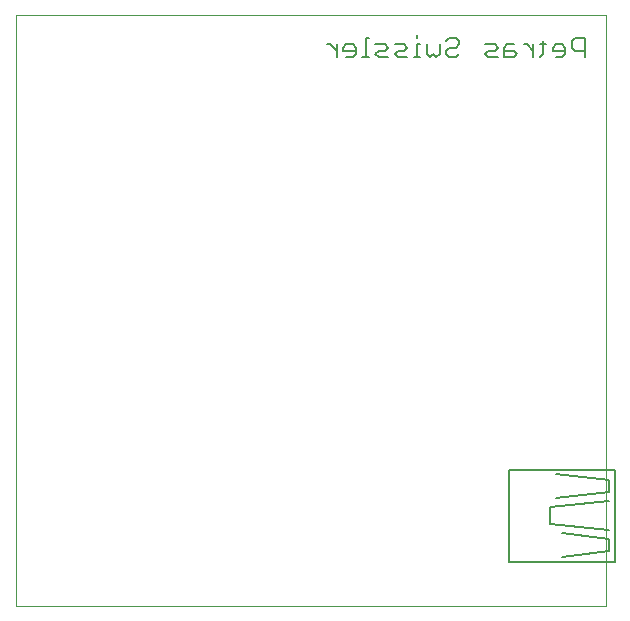
<source format=gbo>
G75*
%MOIN*%
%OFA0B0*%
%FSLAX25Y25*%
%IPPOS*%
%LPD*%
%AMOC8*
5,1,8,0,0,1.08239X$1,22.5*
%
%ADD10C,0.00000*%
%ADD11C,0.00600*%
%ADD12R,0.01200X0.00400*%
%ADD13R,0.00400X0.00400*%
%ADD14R,0.00800X0.00400*%
%ADD15R,0.01600X0.00400*%
%ADD16R,0.02000X0.00400*%
%ADD17R,0.02800X0.00400*%
%ADD18R,0.03200X0.00400*%
%ADD19R,0.02400X0.00400*%
%ADD20R,0.11200X0.00400*%
%ADD21R,0.07200X0.00400*%
%ADD22R,0.04000X0.00400*%
%ADD23R,0.03600X0.00400*%
%ADD24R,0.20800X0.00400*%
%ADD25R,0.04400X0.00400*%
%ADD26R,0.06400X0.00400*%
%ADD27R,0.05600X0.00400*%
%ADD28R,0.04800X0.00400*%
%ADD29R,0.06000X0.00400*%
%ADD30R,0.18000X0.00400*%
%ADD31R,0.11600X0.00400*%
%ADD32R,0.08000X0.00400*%
%ADD33R,0.26400X0.00400*%
%ADD34R,0.05200X0.00400*%
%ADD35R,0.08400X0.00400*%
%ADD36R,0.06800X0.00400*%
%ADD37R,0.08800X0.00400*%
%ADD38R,0.10400X0.00400*%
%ADD39R,0.13200X0.00400*%
%ADD40R,0.09600X0.00400*%
%ADD41R,0.09200X0.00400*%
%ADD42R,0.17600X0.00400*%
%ADD43R,0.10800X0.00400*%
%ADD44R,0.24400X0.00400*%
%ADD45R,0.20400X0.00400*%
%ADD46R,0.24800X0.00400*%
%ADD47R,0.13600X0.00400*%
%ADD48R,0.59600X0.00400*%
%ADD49R,0.12800X0.00400*%
%ADD50R,0.14400X0.00400*%
%ADD51R,0.32000X0.00400*%
%ADD52R,0.25600X0.00400*%
%ADD53R,0.64400X0.00400*%
%ADD54R,0.07600X0.00400*%
%ADD55R,0.10000X0.00400*%
%ADD56R,0.14800X0.00400*%
%ADD57R,0.12000X0.00400*%
%ADD58R,0.25200X0.00400*%
%ADD59R,0.17200X0.00400*%
%ADD60R,0.35600X0.00400*%
%ADD61R,0.21600X0.00400*%
%ADD62R,0.26000X0.00400*%
%ADD63R,0.14000X0.00400*%
%ADD64C,0.00500*%
D10*
X0011800Y0011800D02*
X0011800Y0208650D01*
X0208650Y0208650D01*
X0208650Y0011800D01*
X0011800Y0011800D01*
D11*
X0118783Y0194600D02*
X0118783Y0198870D01*
X0118783Y0196735D02*
X0116648Y0198870D01*
X0115580Y0198870D01*
X0120958Y0197803D02*
X0120958Y0196735D01*
X0125228Y0196735D01*
X0125228Y0195668D02*
X0125228Y0197803D01*
X0124161Y0198870D01*
X0122026Y0198870D01*
X0120958Y0197803D01*
X0122026Y0194600D02*
X0124161Y0194600D01*
X0125228Y0195668D01*
X0127390Y0194600D02*
X0129525Y0194600D01*
X0128458Y0194600D02*
X0128458Y0201005D01*
X0129525Y0201005D01*
X0131700Y0198870D02*
X0134903Y0198870D01*
X0135971Y0197803D01*
X0134903Y0196735D01*
X0132768Y0196735D01*
X0131700Y0195668D01*
X0132768Y0194600D01*
X0135971Y0194600D01*
X0138146Y0195668D02*
X0139214Y0196735D01*
X0141349Y0196735D01*
X0142416Y0197803D01*
X0141349Y0198870D01*
X0138146Y0198870D01*
X0138146Y0195668D02*
X0139214Y0194600D01*
X0142416Y0194600D01*
X0144578Y0194600D02*
X0146713Y0194600D01*
X0145646Y0194600D02*
X0145646Y0198870D01*
X0146713Y0198870D01*
X0148888Y0198870D02*
X0148888Y0195668D01*
X0149956Y0194600D01*
X0151024Y0195668D01*
X0152091Y0194600D01*
X0153159Y0195668D01*
X0153159Y0198870D01*
X0155334Y0199938D02*
X0156402Y0201005D01*
X0158537Y0201005D01*
X0159604Y0199938D01*
X0159604Y0198870D01*
X0158537Y0197803D01*
X0156402Y0197803D01*
X0155334Y0196735D01*
X0155334Y0195668D01*
X0156402Y0194600D01*
X0158537Y0194600D01*
X0159604Y0195668D01*
X0168225Y0195668D02*
X0169293Y0196735D01*
X0171428Y0196735D01*
X0172495Y0197803D01*
X0171428Y0198870D01*
X0168225Y0198870D01*
X0168225Y0195668D02*
X0169293Y0194600D01*
X0172495Y0194600D01*
X0174670Y0194600D02*
X0174670Y0197803D01*
X0175738Y0198870D01*
X0177873Y0198870D01*
X0177873Y0196735D02*
X0174670Y0196735D01*
X0174670Y0194600D02*
X0177873Y0194600D01*
X0178941Y0195668D01*
X0177873Y0196735D01*
X0181109Y0198870D02*
X0182177Y0198870D01*
X0184312Y0196735D01*
X0184312Y0194600D02*
X0184312Y0198870D01*
X0186474Y0198870D02*
X0188609Y0198870D01*
X0187541Y0199938D02*
X0187541Y0195668D01*
X0186474Y0194600D01*
X0190784Y0196735D02*
X0195055Y0196735D01*
X0195055Y0195668D02*
X0195055Y0197803D01*
X0193987Y0198870D01*
X0191852Y0198870D01*
X0190784Y0197803D01*
X0190784Y0196735D01*
X0191852Y0194600D02*
X0193987Y0194600D01*
X0195055Y0195668D01*
X0197230Y0197803D02*
X0198297Y0196735D01*
X0201500Y0196735D01*
X0201500Y0194600D02*
X0201500Y0201005D01*
X0198297Y0201005D01*
X0197230Y0199938D01*
X0197230Y0197803D01*
X0145646Y0201005D02*
X0145646Y0202073D01*
D12*
X0121000Y0181800D03*
X0120200Y0178600D03*
X0107800Y0160600D03*
X0084600Y0167000D03*
X0084200Y0160600D03*
X0079000Y0159400D03*
X0077800Y0158600D03*
X0077800Y0158200D03*
X0079000Y0163800D03*
X0077800Y0164600D03*
X0077400Y0165000D03*
X0077400Y0165800D03*
X0077000Y0167400D03*
X0077000Y0167800D03*
X0076600Y0168200D03*
X0075400Y0167000D03*
X0074600Y0167400D03*
X0071000Y0169000D03*
X0069400Y0167800D03*
X0069000Y0167000D03*
X0069000Y0165800D03*
X0067800Y0164600D03*
X0067800Y0164200D03*
X0067800Y0163000D03*
X0071000Y0163400D03*
X0067800Y0156600D03*
X0067400Y0156200D03*
X0071000Y0155800D03*
X0076200Y0153400D03*
X0073000Y0150200D03*
X0076600Y0148600D03*
X0076200Y0145800D03*
X0073000Y0141000D03*
X0071000Y0141000D03*
X0073000Y0133000D03*
X0073000Y0131800D03*
X0071400Y0126200D03*
X0071400Y0125000D03*
X0071400Y0122600D03*
X0071400Y0117800D03*
X0071400Y0116600D03*
X0073000Y0110600D03*
X0073000Y0109400D03*
X0073000Y0108200D03*
X0073000Y0107000D03*
X0073000Y0105800D03*
X0073000Y0104600D03*
X0073000Y0103400D03*
X0073000Y0102200D03*
X0073000Y0101000D03*
X0071400Y0094200D03*
X0071400Y0091800D03*
X0057800Y0088200D03*
X0057800Y0087800D03*
X0056600Y0089000D03*
X0058600Y0085400D03*
X0058600Y0085000D03*
X0058200Y0081800D03*
X0054200Y0082600D03*
X0048600Y0080600D03*
X0048600Y0080200D03*
X0047800Y0081000D03*
X0047800Y0081400D03*
X0047800Y0081800D03*
X0047400Y0082600D03*
X0047400Y0083000D03*
X0047800Y0083800D03*
X0047800Y0085800D03*
X0048200Y0086600D03*
X0045800Y0084200D03*
X0045000Y0083800D03*
X0043400Y0083000D03*
X0041800Y0081800D03*
X0042600Y0080600D03*
X0038600Y0076600D03*
X0038200Y0077000D03*
X0034200Y0079000D03*
X0031800Y0071400D03*
X0025000Y0074200D03*
X0023400Y0074200D03*
X0021000Y0067000D03*
X0021000Y0065800D03*
X0020600Y0065000D03*
X0020600Y0063800D03*
X0020600Y0060600D03*
X0020600Y0059800D03*
X0019400Y0059400D03*
X0018600Y0059000D03*
X0017800Y0058600D03*
X0016200Y0059000D03*
X0016200Y0057800D03*
X0015400Y0057400D03*
X0017000Y0055400D03*
X0017800Y0055800D03*
X0035800Y0059400D03*
X0038600Y0057400D03*
X0039400Y0057000D03*
X0042200Y0055000D03*
X0043800Y0055000D03*
X0043400Y0056600D03*
X0044200Y0058600D03*
X0045000Y0058200D03*
X0050200Y0058600D03*
X0052200Y0058600D03*
X0051800Y0061000D03*
X0051800Y0062200D03*
X0049400Y0062600D03*
X0048600Y0065800D03*
X0051000Y0067400D03*
X0051800Y0065400D03*
X0051800Y0065000D03*
X0054200Y0063000D03*
X0053800Y0067800D03*
X0056200Y0067400D03*
X0056200Y0068600D03*
X0054600Y0071800D03*
X0056200Y0072600D03*
X0053800Y0073800D03*
X0053400Y0073400D03*
X0052600Y0072600D03*
X0049400Y0071800D03*
X0047000Y0072600D03*
X0047400Y0073800D03*
X0049000Y0074600D03*
X0047800Y0069800D03*
X0047800Y0068600D03*
X0055000Y0057800D03*
X0055000Y0056600D03*
X0053000Y0046600D03*
X0044600Y0048200D03*
X0042200Y0045800D03*
X0041400Y0049400D03*
X0040200Y0049800D03*
X0039400Y0050200D03*
X0038600Y0047400D03*
X0061800Y0067800D03*
X0063000Y0069800D03*
X0067800Y0068200D03*
X0073000Y0068200D03*
X0071000Y0073000D03*
X0073000Y0073800D03*
X0073000Y0075000D03*
X0079800Y0070200D03*
X0080600Y0069400D03*
X0087800Y0069000D03*
X0096200Y0074600D03*
X0097000Y0074200D03*
X0101000Y0079800D03*
X0101800Y0080200D03*
X0098600Y0083800D03*
X0109000Y0082600D03*
X0114200Y0081800D03*
X0122200Y0080200D03*
X0123800Y0080200D03*
X0121400Y0072200D03*
X0114600Y0065800D03*
X0115000Y0065400D03*
X0110600Y0069800D03*
X0107400Y0066200D03*
X0101800Y0065000D03*
X0101800Y0061400D03*
X0101000Y0055000D03*
X0100200Y0054200D03*
X0104600Y0051800D03*
X0105000Y0053000D03*
X0105000Y0055400D03*
X0109800Y0055800D03*
X0111400Y0057000D03*
X0113400Y0057400D03*
X0115400Y0057000D03*
X0112600Y0050600D03*
X0109800Y0045400D03*
X0108600Y0043400D03*
X0109400Y0043000D03*
X0108200Y0042600D03*
X0107800Y0041800D03*
X0105800Y0041800D03*
X0103800Y0040600D03*
X0103400Y0042200D03*
X0102200Y0041800D03*
X0103400Y0044600D03*
X0096600Y0042200D03*
X0095400Y0043000D03*
X0093800Y0044600D03*
X0095000Y0039000D03*
X0095400Y0037000D03*
X0091000Y0037000D03*
X0090200Y0034200D03*
X0090600Y0032600D03*
X0092200Y0030600D03*
X0111000Y0040600D03*
X0115000Y0041800D03*
X0117000Y0040200D03*
X0121400Y0043800D03*
X0123000Y0043000D03*
X0124200Y0039800D03*
X0124200Y0031000D03*
X0125800Y0025400D03*
X0123400Y0024600D03*
X0122200Y0022600D03*
X0120200Y0023400D03*
X0120200Y0024600D03*
X0125800Y0019800D03*
X0125800Y0014600D03*
X0125800Y0013400D03*
X0120600Y0013800D03*
X0120600Y0014200D03*
X0120600Y0015800D03*
X0120600Y0016200D03*
X0120600Y0011800D03*
X0131800Y0026200D03*
X0132600Y0025800D03*
X0150600Y0035000D03*
X0151400Y0035800D03*
X0150600Y0036600D03*
X0150600Y0037400D03*
X0151400Y0037800D03*
X0153000Y0042600D03*
X0155800Y0034200D03*
X0155000Y0029400D03*
X0141800Y0043800D03*
X0141000Y0044200D03*
X0135000Y0045400D03*
X0134200Y0045000D03*
X0133000Y0046200D03*
X0131800Y0047000D03*
X0132600Y0050600D03*
X0139800Y0053000D03*
X0143000Y0051400D03*
X0143400Y0052200D03*
X0149800Y0057000D03*
X0151400Y0055800D03*
X0151800Y0056200D03*
X0153400Y0051800D03*
X0152600Y0051400D03*
X0156600Y0053000D03*
X0157400Y0053400D03*
X0159800Y0054600D03*
X0155400Y0065000D03*
X0156600Y0065800D03*
X0155000Y0067400D03*
X0152200Y0066200D03*
X0149800Y0062600D03*
X0150200Y0062200D03*
X0147000Y0064600D03*
X0144200Y0061800D03*
X0143000Y0060200D03*
X0142200Y0061000D03*
X0137400Y0062200D03*
X0137000Y0060200D03*
X0135000Y0062200D03*
X0129800Y0063000D03*
X0129400Y0065000D03*
X0142600Y0067400D03*
X0150200Y0069400D03*
X0153800Y0070600D03*
X0155000Y0071000D03*
X0159400Y0072200D03*
X0161400Y0069400D03*
X0153400Y0075400D03*
X0150600Y0079000D03*
X0149400Y0079800D03*
X0147400Y0081000D03*
X0151400Y0083800D03*
X0116200Y0113000D03*
X0109400Y0136200D03*
X0122600Y0137800D03*
X0133400Y0159000D03*
X0142600Y0160200D03*
X0152200Y0168200D03*
X0151000Y0175400D03*
X0151000Y0177800D03*
X0157400Y0149400D03*
X0151000Y0134600D03*
X0155000Y0126600D03*
X0155400Y0124200D03*
X0080600Y0173800D03*
X0078200Y0175400D03*
X0073800Y0178600D03*
X0072600Y0178200D03*
X0072600Y0176200D03*
X0070200Y0175000D03*
X0068200Y0174600D03*
X0066600Y0173800D03*
X0066600Y0172600D03*
X0060600Y0165800D03*
X0059800Y0160200D03*
X0059800Y0148200D03*
X0059400Y0139000D03*
X0042200Y0126200D03*
X0039400Y0143400D03*
X0023400Y0139000D03*
X0023400Y0138600D03*
X0023400Y0137400D03*
X0023400Y0137000D03*
X0023400Y0135800D03*
X0023400Y0135400D03*
X0023400Y0133400D03*
X0023400Y0133000D03*
X0023400Y0132600D03*
X0023400Y0132200D03*
X0023400Y0131800D03*
X0023400Y0131400D03*
X0023400Y0131000D03*
X0023400Y0130600D03*
X0023400Y0130200D03*
X0023400Y0129800D03*
X0022200Y0126600D03*
X0022200Y0125000D03*
X0020600Y0125000D03*
X0020600Y0124600D03*
X0020200Y0125800D03*
X0020200Y0127000D03*
X0020200Y0127400D03*
X0017800Y0128600D03*
X0016200Y0126600D03*
X0016200Y0126200D03*
X0016200Y0125800D03*
X0016200Y0125400D03*
X0016200Y0125000D03*
X0014600Y0125000D03*
X0014600Y0125400D03*
X0014600Y0125800D03*
X0014600Y0126200D03*
X0013000Y0125400D03*
X0013000Y0124600D03*
X0012600Y0126200D03*
X0012600Y0126600D03*
X0014200Y0131000D03*
X0015000Y0131800D03*
X0014200Y0134200D03*
X0016600Y0135400D03*
X0016200Y0136600D03*
X0019400Y0139800D03*
X0023000Y0140200D03*
X0020200Y0144600D03*
X0018200Y0123800D03*
X0050600Y0105000D03*
X0050600Y0100600D03*
X0050600Y0097800D03*
X0050600Y0096600D03*
X0050600Y0093400D03*
X0050600Y0092200D03*
X0054600Y0093400D03*
X0054600Y0093800D03*
X0019000Y0170600D03*
X0017000Y0178200D03*
X0017000Y0178600D03*
X0016200Y0179000D03*
X0016200Y0179800D03*
X0017000Y0180600D03*
X0018600Y0179800D03*
X0019000Y0180200D03*
X0018600Y0179000D03*
X0019000Y0181800D03*
X0017000Y0183400D03*
X0016200Y0183000D03*
X0015400Y0183800D03*
X0014600Y0184200D03*
X0015400Y0185000D03*
X0016200Y0184200D03*
X0014600Y0183000D03*
X0013800Y0182200D03*
X0013000Y0182600D03*
X0013000Y0183000D03*
X0012200Y0182200D03*
X0012200Y0179800D03*
X0014200Y0179000D03*
X0015000Y0178200D03*
X0019000Y0184600D03*
X0019000Y0185400D03*
X0018600Y0187400D03*
X0017000Y0189000D03*
X0016200Y0188200D03*
X0015000Y0189400D03*
X0015800Y0190200D03*
X0014200Y0190200D03*
X0014200Y0191000D03*
X0013400Y0191400D03*
X0013400Y0189800D03*
X0013400Y0187400D03*
X0012600Y0187000D03*
X0014200Y0186200D03*
X0017800Y0190600D03*
X0018600Y0191800D03*
X0018600Y0016200D03*
X0017400Y0015800D03*
X0016600Y0016200D03*
X0016600Y0014600D03*
X0018600Y0014600D03*
X0021000Y0015400D03*
X0022600Y0015400D03*
X0026600Y0014600D03*
D13*
X0026200Y0015000D03*
X0027400Y0015400D03*
X0029000Y0015400D03*
X0025000Y0013800D03*
X0023800Y0013000D03*
X0024200Y0015400D03*
X0021000Y0015800D03*
X0020200Y0014200D03*
X0019000Y0014200D03*
X0018600Y0015400D03*
X0019000Y0015800D03*
X0019000Y0017800D03*
X0020200Y0017800D03*
X0016600Y0017400D03*
X0016200Y0016600D03*
X0015800Y0013800D03*
X0015800Y0013400D03*
X0019000Y0012600D03*
X0049400Y0046600D03*
X0053400Y0045400D03*
X0055000Y0054600D03*
X0052600Y0057000D03*
X0052600Y0057400D03*
X0051800Y0057400D03*
X0051000Y0055400D03*
X0049800Y0059400D03*
X0049800Y0059800D03*
X0049400Y0061000D03*
X0049400Y0061800D03*
X0050600Y0061000D03*
X0052200Y0060600D03*
X0052200Y0060200D03*
X0054200Y0061400D03*
X0054200Y0062200D03*
X0054200Y0062600D03*
X0055800Y0061800D03*
X0056600Y0061800D03*
X0056600Y0062200D03*
X0056600Y0063000D03*
X0056600Y0064200D03*
X0055400Y0064200D03*
X0055400Y0065400D03*
X0055400Y0066600D03*
X0055400Y0067800D03*
X0054600Y0069400D03*
X0054200Y0070200D03*
X0053400Y0070200D03*
X0053400Y0069800D03*
X0053400Y0069400D03*
X0054200Y0071400D03*
X0055000Y0071400D03*
X0056200Y0071400D03*
X0056200Y0070600D03*
X0056200Y0070200D03*
X0056200Y0069400D03*
X0057800Y0068600D03*
X0053800Y0066200D03*
X0053800Y0065800D03*
X0052600Y0065800D03*
X0051400Y0065800D03*
X0050200Y0065800D03*
X0050200Y0064600D03*
X0050200Y0063400D03*
X0049000Y0063800D03*
X0048600Y0065000D03*
X0048600Y0065400D03*
X0048200Y0066200D03*
X0048200Y0066600D03*
X0049000Y0067000D03*
X0050200Y0067000D03*
X0051000Y0067800D03*
X0049800Y0068200D03*
X0049400Y0068600D03*
X0049400Y0069800D03*
X0049800Y0070600D03*
X0049400Y0071000D03*
X0049400Y0071400D03*
X0050600Y0071800D03*
X0050600Y0072200D03*
X0050600Y0072600D03*
X0049800Y0073000D03*
X0049000Y0073400D03*
X0048600Y0073000D03*
X0048200Y0072200D03*
X0047000Y0071800D03*
X0047000Y0071000D03*
X0047400Y0070200D03*
X0047400Y0069400D03*
X0048200Y0070200D03*
X0047800Y0068200D03*
X0051000Y0069400D03*
X0052200Y0072200D03*
X0053000Y0073000D03*
X0055000Y0073800D03*
X0055000Y0075000D03*
X0057400Y0073400D03*
X0058200Y0075400D03*
X0058200Y0075800D03*
X0058200Y0076200D03*
X0058200Y0076600D03*
X0057800Y0078600D03*
X0057400Y0079400D03*
X0057400Y0079800D03*
X0057800Y0080200D03*
X0058200Y0082600D03*
X0058200Y0083000D03*
X0058200Y0084600D03*
X0058200Y0087000D03*
X0055000Y0085000D03*
X0054200Y0083800D03*
X0054200Y0083400D03*
X0054200Y0083000D03*
X0053000Y0081800D03*
X0052600Y0081400D03*
X0052200Y0080200D03*
X0049800Y0080200D03*
X0049000Y0081000D03*
X0049800Y0081400D03*
X0048200Y0084200D03*
X0047400Y0084200D03*
X0047800Y0085000D03*
X0045800Y0085000D03*
X0045000Y0085400D03*
X0045800Y0086200D03*
X0046200Y0087000D03*
X0046600Y0087400D03*
X0047000Y0088200D03*
X0046600Y0088600D03*
X0046200Y0088200D03*
X0045400Y0088600D03*
X0044600Y0089000D03*
X0044200Y0088600D03*
X0045000Y0087800D03*
X0045400Y0087400D03*
X0045000Y0086600D03*
X0043800Y0086600D03*
X0043400Y0085800D03*
X0042600Y0086200D03*
X0042200Y0085800D03*
X0041400Y0086200D03*
X0041000Y0085400D03*
X0040200Y0085800D03*
X0039800Y0085400D03*
X0039400Y0084600D03*
X0039800Y0084200D03*
X0040600Y0083800D03*
X0040600Y0083400D03*
X0040200Y0083000D03*
X0039400Y0083400D03*
X0039000Y0083000D03*
X0039000Y0082600D03*
X0039000Y0081800D03*
X0039800Y0081400D03*
X0040200Y0081800D03*
X0041400Y0083000D03*
X0041800Y0083800D03*
X0042200Y0084600D03*
X0042600Y0085000D03*
X0043000Y0084200D03*
X0043400Y0084600D03*
X0042200Y0087000D03*
X0042600Y0087400D03*
X0043000Y0088200D03*
X0042200Y0088600D03*
X0041800Y0089400D03*
X0042200Y0089800D03*
X0042600Y0090600D03*
X0041800Y0091000D03*
X0041400Y0090600D03*
X0041400Y0090200D03*
X0041000Y0089800D03*
X0040200Y0090200D03*
X0039400Y0090600D03*
X0039000Y0090200D03*
X0038600Y0089400D03*
X0037800Y0089800D03*
X0038200Y0090600D03*
X0039000Y0091400D03*
X0039400Y0091800D03*
X0040200Y0091400D03*
X0040600Y0092200D03*
X0041000Y0092600D03*
X0041400Y0093400D03*
X0041000Y0093800D03*
X0041400Y0094600D03*
X0041800Y0095400D03*
X0041400Y0095800D03*
X0040600Y0096200D03*
X0040200Y0095800D03*
X0040600Y0095000D03*
X0040200Y0094600D03*
X0039400Y0095000D03*
X0039000Y0095400D03*
X0039400Y0096200D03*
X0039800Y0097000D03*
X0039800Y0098200D03*
X0040200Y0098600D03*
X0040600Y0099400D03*
X0040200Y0099800D03*
X0040600Y0100600D03*
X0041000Y0101400D03*
X0040200Y0101800D03*
X0039800Y0102200D03*
X0040200Y0103000D03*
X0040600Y0103800D03*
X0041400Y0104200D03*
X0041800Y0103800D03*
X0042200Y0104600D03*
X0041800Y0105000D03*
X0042200Y0105800D03*
X0041400Y0106200D03*
X0041000Y0105400D03*
X0040600Y0105000D03*
X0039800Y0105400D03*
X0039400Y0104600D03*
X0038600Y0105000D03*
X0038600Y0105400D03*
X0037800Y0105800D03*
X0037400Y0106200D03*
X0036600Y0106600D03*
X0036200Y0106200D03*
X0035400Y0106600D03*
X0035000Y0105800D03*
X0035400Y0105400D03*
X0036200Y0105000D03*
X0036600Y0105400D03*
X0037400Y0105000D03*
X0038200Y0104600D03*
X0037800Y0103800D03*
X0038200Y0103400D03*
X0037800Y0102600D03*
X0038600Y0102200D03*
X0037800Y0101400D03*
X0037400Y0101800D03*
X0037000Y0101400D03*
X0036600Y0101000D03*
X0036200Y0100600D03*
X0035400Y0101000D03*
X0034600Y0101000D03*
X0035000Y0101800D03*
X0035400Y0102200D03*
X0036200Y0101800D03*
X0036600Y0102600D03*
X0035800Y0103000D03*
X0035800Y0104200D03*
X0035000Y0104600D03*
X0033800Y0104600D03*
X0033400Y0105000D03*
X0033800Y0105800D03*
X0034200Y0106200D03*
X0033800Y0107000D03*
X0034200Y0107400D03*
X0034600Y0108200D03*
X0035400Y0107800D03*
X0035800Y0108600D03*
X0036200Y0109000D03*
X0037000Y0108600D03*
X0037400Y0109400D03*
X0038200Y0108600D03*
X0038600Y0109400D03*
X0039400Y0109000D03*
X0039800Y0109800D03*
X0041000Y0109800D03*
X0041800Y0109400D03*
X0042200Y0109800D03*
X0042600Y0110600D03*
X0042200Y0111000D03*
X0042600Y0111800D03*
X0043000Y0112600D03*
X0043800Y0112200D03*
X0044200Y0112600D03*
X0045000Y0112200D03*
X0045400Y0113000D03*
X0046200Y0113400D03*
X0046600Y0113000D03*
X0047400Y0112600D03*
X0047800Y0112200D03*
X0047000Y0111800D03*
X0047400Y0111400D03*
X0047000Y0110600D03*
X0047800Y0110200D03*
X0048200Y0111000D03*
X0048600Y0111400D03*
X0049400Y0111000D03*
X0050200Y0110600D03*
X0051000Y0110600D03*
X0051000Y0110200D03*
X0051000Y0109400D03*
X0051000Y0109000D03*
X0051000Y0108600D03*
X0051000Y0108200D03*
X0051000Y0107800D03*
X0051000Y0107400D03*
X0051000Y0106200D03*
X0050200Y0106200D03*
X0049400Y0106600D03*
X0049800Y0107400D03*
X0049800Y0108600D03*
X0050200Y0109400D03*
X0049000Y0109000D03*
X0049000Y0110200D03*
X0047800Y0109000D03*
X0047000Y0109400D03*
X0046600Y0109800D03*
X0045800Y0110600D03*
X0045400Y0109800D03*
X0044600Y0110200D03*
X0044600Y0110600D03*
X0044600Y0111400D03*
X0043400Y0111400D03*
X0043400Y0110200D03*
X0043000Y0109400D03*
X0042200Y0108600D03*
X0041800Y0108200D03*
X0041400Y0108600D03*
X0040600Y0107800D03*
X0040200Y0107400D03*
X0040200Y0107000D03*
X0039800Y0106600D03*
X0039000Y0107000D03*
X0039400Y0107800D03*
X0039000Y0108200D03*
X0038200Y0107400D03*
X0037800Y0107000D03*
X0037000Y0107400D03*
X0035000Y0109000D03*
X0035000Y0110200D03*
X0035400Y0111000D03*
X0036200Y0110200D03*
X0036600Y0111000D03*
X0037400Y0110600D03*
X0037800Y0111000D03*
X0038600Y0110600D03*
X0039000Y0111400D03*
X0039400Y0111800D03*
X0039400Y0111000D03*
X0040200Y0111400D03*
X0040600Y0112200D03*
X0040200Y0112600D03*
X0040600Y0113400D03*
X0039800Y0113800D03*
X0040200Y0114600D03*
X0039800Y0115000D03*
X0040200Y0115800D03*
X0040600Y0116600D03*
X0040200Y0117000D03*
X0039400Y0117400D03*
X0038600Y0117800D03*
X0038200Y0117400D03*
X0037800Y0116600D03*
X0038200Y0116200D03*
X0037400Y0115800D03*
X0037800Y0115400D03*
X0038600Y0115000D03*
X0037800Y0114200D03*
X0037400Y0114600D03*
X0036200Y0114600D03*
X0035400Y0115000D03*
X0035000Y0114600D03*
X0035000Y0115400D03*
X0035400Y0116200D03*
X0035800Y0115800D03*
X0035800Y0117000D03*
X0035000Y0117400D03*
X0034600Y0117000D03*
X0033800Y0117400D03*
X0033400Y0117800D03*
X0033800Y0118600D03*
X0034200Y0119000D03*
X0035000Y0118600D03*
X0035400Y0118200D03*
X0036200Y0117800D03*
X0036600Y0118200D03*
X0037400Y0117800D03*
X0037000Y0117000D03*
X0037400Y0119000D03*
X0036600Y0119400D03*
X0036600Y0120600D03*
X0037800Y0119800D03*
X0038200Y0120200D03*
X0039000Y0119800D03*
X0039400Y0120200D03*
X0040200Y0119800D03*
X0040600Y0119400D03*
X0039800Y0119400D03*
X0039800Y0118200D03*
X0040600Y0117800D03*
X0041000Y0118200D03*
X0041800Y0117800D03*
X0041400Y0117000D03*
X0041800Y0116600D03*
X0041400Y0115800D03*
X0041000Y0115400D03*
X0041400Y0114600D03*
X0042200Y0114200D03*
X0042600Y0115000D03*
X0042200Y0115400D03*
X0043400Y0115400D03*
X0043800Y0115000D03*
X0044600Y0114600D03*
X0044200Y0113800D03*
X0043400Y0114200D03*
X0043000Y0113800D03*
X0041800Y0113400D03*
X0041800Y0112200D03*
X0041400Y0111800D03*
X0041000Y0111000D03*
X0038200Y0111800D03*
X0037800Y0112200D03*
X0038200Y0113000D03*
X0038600Y0113800D03*
X0037000Y0113000D03*
X0037000Y0112600D03*
X0037000Y0111800D03*
X0035800Y0112600D03*
X0035000Y0113000D03*
X0035000Y0113400D03*
X0034600Y0113800D03*
X0033800Y0114200D03*
X0034200Y0115000D03*
X0034200Y0116200D03*
X0033400Y0116600D03*
X0033000Y0117000D03*
X0032200Y0116600D03*
X0031400Y0117000D03*
X0031000Y0117400D03*
X0031400Y0118200D03*
X0031800Y0118600D03*
X0032200Y0119400D03*
X0033000Y0119000D03*
X0032600Y0118200D03*
X0032200Y0117800D03*
X0030600Y0118600D03*
X0030200Y0117800D03*
X0029400Y0118600D03*
X0029000Y0119000D03*
X0028200Y0119400D03*
X0028200Y0118200D03*
X0027800Y0117800D03*
X0027400Y0117000D03*
X0026600Y0117400D03*
X0025400Y0117400D03*
X0024600Y0117800D03*
X0024200Y0118200D03*
X0024600Y0119000D03*
X0023400Y0119000D03*
X0023000Y0118200D03*
X0022200Y0118600D03*
X0022200Y0117400D03*
X0023000Y0117000D03*
X0023800Y0116600D03*
X0024200Y0117000D03*
X0025000Y0115400D03*
X0024600Y0114600D03*
X0024200Y0114200D03*
X0023400Y0114600D03*
X0023000Y0113800D03*
X0023400Y0113400D03*
X0024200Y0113000D03*
X0024200Y0112600D03*
X0023800Y0112200D03*
X0023000Y0112600D03*
X0022600Y0112200D03*
X0021800Y0112600D03*
X0021000Y0113000D03*
X0020600Y0112200D03*
X0021400Y0111800D03*
X0021800Y0111400D03*
X0022600Y0111000D03*
X0022200Y0110200D03*
X0021400Y0110600D03*
X0021000Y0109800D03*
X0021800Y0109400D03*
X0021800Y0108200D03*
X0021400Y0107800D03*
X0021400Y0107400D03*
X0021000Y0107000D03*
X0020200Y0107400D03*
X0019400Y0107800D03*
X0019800Y0108600D03*
X0019400Y0109000D03*
X0019800Y0109800D03*
X0020200Y0110600D03*
X0020200Y0111400D03*
X0019400Y0112200D03*
X0018600Y0112600D03*
X0017800Y0112600D03*
X0017000Y0113000D03*
X0016600Y0112200D03*
X0017000Y0111800D03*
X0017800Y0111400D03*
X0019000Y0111400D03*
X0019000Y0110200D03*
X0017400Y0109400D03*
X0017800Y0108200D03*
X0018200Y0107800D03*
X0017800Y0107000D03*
X0018200Y0105800D03*
X0018600Y0105400D03*
X0019400Y0105000D03*
X0019800Y0105400D03*
X0020200Y0106200D03*
X0021000Y0105800D03*
X0020600Y0105000D03*
X0021000Y0104600D03*
X0021800Y0104200D03*
X0022200Y0104600D03*
X0023000Y0104200D03*
X0023400Y0105000D03*
X0024200Y0105400D03*
X0024600Y0105000D03*
X0024200Y0104600D03*
X0024200Y0104200D03*
X0025400Y0104600D03*
X0026600Y0104600D03*
X0027000Y0105400D03*
X0026600Y0105800D03*
X0027000Y0106600D03*
X0026200Y0107000D03*
X0025800Y0107400D03*
X0026200Y0108200D03*
X0026600Y0107800D03*
X0027400Y0108200D03*
X0027400Y0108600D03*
X0027800Y0109000D03*
X0028200Y0109800D03*
X0029000Y0110600D03*
X0029400Y0111000D03*
X0029800Y0111800D03*
X0030600Y0111400D03*
X0030200Y0110600D03*
X0030600Y0110200D03*
X0030200Y0109400D03*
X0030600Y0109000D03*
X0030600Y0108200D03*
X0031000Y0107800D03*
X0031800Y0107400D03*
X0032200Y0107800D03*
X0033000Y0107400D03*
X0032200Y0106600D03*
X0033000Y0106200D03*
X0032600Y0105400D03*
X0031400Y0105400D03*
X0030600Y0105800D03*
X0030200Y0106600D03*
X0030600Y0107000D03*
X0029800Y0107400D03*
X0029800Y0107800D03*
X0029800Y0108600D03*
X0028600Y0108600D03*
X0027800Y0107800D03*
X0027400Y0107400D03*
X0028200Y0106600D03*
X0028600Y0106200D03*
X0029400Y0105800D03*
X0029000Y0105000D03*
X0028200Y0105400D03*
X0027800Y0105000D03*
X0027400Y0104200D03*
X0026600Y0103400D03*
X0027400Y0103000D03*
X0028200Y0102600D03*
X0028600Y0103000D03*
X0029400Y0102600D03*
X0029800Y0103000D03*
X0029800Y0103400D03*
X0030200Y0103800D03*
X0031000Y0103400D03*
X0031400Y0104200D03*
X0031000Y0104600D03*
X0030200Y0105000D03*
X0028600Y0104200D03*
X0027000Y0102200D03*
X0027400Y0101800D03*
X0028200Y0101400D03*
X0027800Y0100600D03*
X0027400Y0100200D03*
X0027400Y0099800D03*
X0027800Y0099400D03*
X0028600Y0099000D03*
X0029000Y0099400D03*
X0028600Y0100200D03*
X0029000Y0100600D03*
X0029400Y0101400D03*
X0030200Y0101000D03*
X0030600Y0101800D03*
X0031000Y0102200D03*
X0030600Y0102600D03*
X0030200Y0102200D03*
X0031800Y0101800D03*
X0031400Y0101000D03*
X0032200Y0100600D03*
X0032600Y0101400D03*
X0033000Y0101800D03*
X0033800Y0101400D03*
X0033400Y0101000D03*
X0033800Y0100200D03*
X0033400Y0099400D03*
X0033000Y0099000D03*
X0032200Y0099400D03*
X0031400Y0099800D03*
X0031000Y0099400D03*
X0030600Y0098600D03*
X0029800Y0099000D03*
X0029400Y0098200D03*
X0029000Y0097800D03*
X0028200Y0098200D03*
X0027400Y0098600D03*
X0027000Y0098200D03*
X0026200Y0098600D03*
X0025400Y0099000D03*
X0025000Y0099400D03*
X0024200Y0099000D03*
X0023800Y0099400D03*
X0024200Y0100200D03*
X0023400Y0100600D03*
X0023000Y0101000D03*
X0023400Y0101800D03*
X0024200Y0101400D03*
X0025000Y0102600D03*
X0025800Y0102200D03*
X0025800Y0101000D03*
X0026600Y0100600D03*
X0027000Y0101000D03*
X0026200Y0099800D03*
X0025400Y0100200D03*
X0025000Y0098200D03*
X0024600Y0097800D03*
X0023800Y0098200D03*
X0022600Y0098200D03*
X0021800Y0098600D03*
X0021400Y0099000D03*
X0021800Y0099800D03*
X0021400Y0100200D03*
X0021800Y0101000D03*
X0022200Y0101400D03*
X0022200Y0101800D03*
X0022600Y0102200D03*
X0023000Y0103000D03*
X0021400Y0103400D03*
X0020600Y0103800D03*
X0020200Y0103000D03*
X0020600Y0102600D03*
X0020200Y0101800D03*
X0019800Y0101400D03*
X0019000Y0101800D03*
X0018200Y0101800D03*
X0017400Y0102200D03*
X0016600Y0102600D03*
X0015800Y0101400D03*
X0015000Y0101800D03*
X0014200Y0102200D03*
X0013800Y0101400D03*
X0013400Y0101000D03*
X0012600Y0101400D03*
X0013000Y0102200D03*
X0012200Y0102600D03*
X0012200Y0103800D03*
X0012600Y0104600D03*
X0013400Y0104200D03*
X0013800Y0104600D03*
X0014600Y0104200D03*
X0015000Y0105000D03*
X0014600Y0105400D03*
X0013800Y0105800D03*
X0014200Y0106600D03*
X0015400Y0106600D03*
X0015800Y0107400D03*
X0015400Y0107800D03*
X0015800Y0108600D03*
X0015000Y0109000D03*
X0014600Y0108600D03*
X0014200Y0107800D03*
X0013400Y0108200D03*
X0013000Y0107400D03*
X0012200Y0108200D03*
X0011800Y0107400D03*
X0011800Y0106200D03*
X0012600Y0105800D03*
X0014600Y0103000D03*
X0015000Y0100600D03*
X0015800Y0100200D03*
X0016200Y0100600D03*
X0017000Y0100200D03*
X0017800Y0099800D03*
X0017000Y0099000D03*
X0016600Y0099400D03*
X0016600Y0098200D03*
X0016200Y0097800D03*
X0017400Y0097800D03*
X0017800Y0098600D03*
X0019000Y0098600D03*
X0019400Y0099400D03*
X0019800Y0100200D03*
X0019400Y0100600D03*
X0018600Y0101000D03*
X0017400Y0101000D03*
X0018200Y0103400D03*
X0017800Y0104200D03*
X0018200Y0104600D03*
X0018600Y0104200D03*
X0019400Y0103800D03*
X0019000Y0103000D03*
X0019400Y0102600D03*
X0021000Y0101400D03*
X0021400Y0102200D03*
X0022200Y0100600D03*
X0023000Y0099800D03*
X0022600Y0099400D03*
X0020600Y0099400D03*
X0020200Y0099000D03*
X0019800Y0098200D03*
X0019800Y0097000D03*
X0019400Y0096200D03*
X0020200Y0095800D03*
X0020600Y0095400D03*
X0021000Y0096200D03*
X0021000Y0097000D03*
X0021000Y0097400D03*
X0021400Y0097800D03*
X0021800Y0096600D03*
X0021800Y0095400D03*
X0022600Y0095000D03*
X0023000Y0095800D03*
X0023400Y0096200D03*
X0023000Y0097000D03*
X0024200Y0097000D03*
X0024600Y0096600D03*
X0024200Y0095800D03*
X0025000Y0095400D03*
X0025400Y0095800D03*
X0025400Y0096200D03*
X0025800Y0096600D03*
X0026600Y0096200D03*
X0027000Y0097000D03*
X0027800Y0096200D03*
X0027400Y0095800D03*
X0026600Y0095000D03*
X0026200Y0095400D03*
X0026200Y0094200D03*
X0025800Y0093800D03*
X0025000Y0094200D03*
X0024600Y0094600D03*
X0023800Y0095000D03*
X0023800Y0093800D03*
X0023400Y0093400D03*
X0022600Y0093800D03*
X0022200Y0093000D03*
X0021400Y0093400D03*
X0021000Y0093000D03*
X0020600Y0092200D03*
X0019800Y0092600D03*
X0019400Y0092200D03*
X0019000Y0093000D03*
X0019000Y0093400D03*
X0019400Y0093800D03*
X0020200Y0093400D03*
X0020200Y0094600D03*
X0019400Y0095000D03*
X0019000Y0094600D03*
X0017800Y0094200D03*
X0017000Y0095000D03*
X0016600Y0095400D03*
X0017000Y0096200D03*
X0017400Y0096600D03*
X0016200Y0096600D03*
X0015800Y0095800D03*
X0015400Y0095000D03*
X0015800Y0094600D03*
X0015400Y0093800D03*
X0015000Y0093400D03*
X0014200Y0093800D03*
X0013800Y0093000D03*
X0013800Y0091800D03*
X0013400Y0091400D03*
X0012600Y0091800D03*
X0012200Y0091000D03*
X0013800Y0089800D03*
X0014200Y0090600D03*
X0014600Y0090200D03*
X0015400Y0089800D03*
X0015000Y0089000D03*
X0015800Y0088600D03*
X0015000Y0087800D03*
X0015800Y0087400D03*
X0015400Y0086600D03*
X0015800Y0086200D03*
X0015400Y0085400D03*
X0015000Y0084600D03*
X0014200Y0085400D03*
X0014600Y0085800D03*
X0013800Y0085800D03*
X0014200Y0086600D03*
X0014600Y0087000D03*
X0013800Y0087800D03*
X0013400Y0087000D03*
X0012600Y0087400D03*
X0012200Y0087000D03*
X0013000Y0086200D03*
X0013800Y0084600D03*
X0013800Y0083400D03*
X0013400Y0082600D03*
X0013000Y0082200D03*
X0013000Y0081800D03*
X0013000Y0081000D03*
X0013000Y0080600D03*
X0012600Y0080200D03*
X0013400Y0079800D03*
X0013800Y0080200D03*
X0014200Y0079800D03*
X0015000Y0079400D03*
X0014600Y0078600D03*
X0015400Y0078200D03*
X0014600Y0077400D03*
X0015400Y0077000D03*
X0015000Y0076200D03*
X0014200Y0076600D03*
X0013800Y0076200D03*
X0013000Y0076600D03*
X0013000Y0077800D03*
X0013400Y0078600D03*
X0012600Y0079000D03*
X0012200Y0078600D03*
X0012200Y0078200D03*
X0012200Y0075400D03*
X0013400Y0075400D03*
X0013800Y0075000D03*
X0013400Y0074200D03*
X0013000Y0073400D03*
X0013000Y0072600D03*
X0012600Y0071800D03*
X0011800Y0072200D03*
X0012200Y0073000D03*
X0012200Y0074200D03*
X0014600Y0074200D03*
X0015400Y0073800D03*
X0015800Y0074600D03*
X0015000Y0075000D03*
X0015800Y0075800D03*
X0016200Y0075400D03*
X0016600Y0074200D03*
X0017800Y0074200D03*
X0018200Y0073800D03*
X0017800Y0073000D03*
X0017400Y0072600D03*
X0017000Y0071800D03*
X0017400Y0071400D03*
X0017000Y0070600D03*
X0016200Y0071000D03*
X0015800Y0070200D03*
X0015400Y0069800D03*
X0014600Y0070200D03*
X0014200Y0069400D03*
X0013400Y0069800D03*
X0013000Y0069400D03*
X0012200Y0069800D03*
X0012600Y0070600D03*
X0013800Y0071800D03*
X0014200Y0072600D03*
X0015000Y0072200D03*
X0015400Y0072600D03*
X0016200Y0072200D03*
X0016600Y0073000D03*
X0015000Y0071000D03*
X0015800Y0069000D03*
X0015400Y0068600D03*
X0015000Y0067800D03*
X0014200Y0068200D03*
X0013800Y0067400D03*
X0013000Y0068200D03*
X0012600Y0068600D03*
X0012600Y0067400D03*
X0012200Y0065800D03*
X0012200Y0065400D03*
X0013000Y0065000D03*
X0013400Y0064600D03*
X0012600Y0064200D03*
X0012600Y0063000D03*
X0012200Y0062600D03*
X0013400Y0062600D03*
X0013800Y0063400D03*
X0014600Y0063000D03*
X0015000Y0063400D03*
X0015400Y0064200D03*
X0014600Y0064600D03*
X0015400Y0065400D03*
X0015800Y0066200D03*
X0015000Y0066600D03*
X0014600Y0065800D03*
X0013400Y0065800D03*
X0015000Y0062200D03*
X0014600Y0061800D03*
X0014600Y0061400D03*
X0014200Y0061000D03*
X0014600Y0060600D03*
X0013800Y0060200D03*
X0014200Y0059800D03*
X0015000Y0059400D03*
X0015800Y0060600D03*
X0016600Y0060200D03*
X0016600Y0061400D03*
X0017000Y0061800D03*
X0017800Y0061400D03*
X0018200Y0061000D03*
X0017800Y0060200D03*
X0019000Y0060600D03*
X0019400Y0061000D03*
X0019800Y0061800D03*
X0019400Y0062600D03*
X0019800Y0063000D03*
X0019000Y0063400D03*
X0018600Y0063000D03*
X0017800Y0063400D03*
X0017400Y0063800D03*
X0017800Y0064600D03*
X0017800Y0065800D03*
X0017000Y0066200D03*
X0017400Y0067000D03*
X0017000Y0067400D03*
X0017400Y0068200D03*
X0017800Y0069000D03*
X0018200Y0069400D03*
X0019000Y0069000D03*
X0019400Y0069800D03*
X0019400Y0071000D03*
X0019800Y0071400D03*
X0020200Y0072200D03*
X0020200Y0073400D03*
X0019400Y0073800D03*
X0018200Y0075000D03*
X0017400Y0076600D03*
X0017800Y0077400D03*
X0017800Y0078600D03*
X0017000Y0079000D03*
X0016600Y0078200D03*
X0016600Y0077000D03*
X0016200Y0079400D03*
X0017400Y0079800D03*
X0018600Y0079800D03*
X0019000Y0080600D03*
X0019800Y0081000D03*
X0020200Y0080600D03*
X0021000Y0080200D03*
X0021800Y0079800D03*
X0022200Y0080200D03*
X0022200Y0079400D03*
X0021800Y0078600D03*
X0021000Y0079000D03*
X0020600Y0078200D03*
X0020200Y0077400D03*
X0019800Y0077000D03*
X0020200Y0076600D03*
X0019800Y0075800D03*
X0021000Y0075800D03*
X0021000Y0075000D03*
X0021000Y0074600D03*
X0022200Y0074600D03*
X0024600Y0076600D03*
X0023800Y0077000D03*
X0023800Y0078200D03*
X0023000Y0078600D03*
X0022600Y0078200D03*
X0021800Y0077400D03*
X0021800Y0077000D03*
X0019400Y0078200D03*
X0019000Y0077400D03*
X0019400Y0079400D03*
X0018200Y0081000D03*
X0017800Y0081400D03*
X0018200Y0082200D03*
X0017800Y0082600D03*
X0018200Y0083400D03*
X0017400Y0083800D03*
X0018200Y0084600D03*
X0018600Y0084200D03*
X0019000Y0084600D03*
X0019800Y0084200D03*
X0020200Y0085000D03*
X0021000Y0085400D03*
X0021400Y0085000D03*
X0021000Y0084600D03*
X0020600Y0083800D03*
X0019800Y0083000D03*
X0020600Y0082600D03*
X0021400Y0082200D03*
X0021800Y0082600D03*
X0021800Y0083000D03*
X0022200Y0083400D03*
X0021800Y0083800D03*
X0022200Y0084600D03*
X0022600Y0085400D03*
X0022600Y0086600D03*
X0021800Y0087000D03*
X0021400Y0086200D03*
X0020200Y0086200D03*
X0019000Y0086200D03*
X0017800Y0085800D03*
X0017000Y0086200D03*
X0016600Y0085800D03*
X0016200Y0085000D03*
X0017400Y0085000D03*
X0016200Y0083800D03*
X0015800Y0083000D03*
X0015400Y0082200D03*
X0015800Y0081800D03*
X0015400Y0081400D03*
X0015000Y0080600D03*
X0014200Y0081000D03*
X0014200Y0082200D03*
X0014600Y0082600D03*
X0014600Y0083000D03*
X0015000Y0083400D03*
X0016600Y0082600D03*
X0016600Y0081400D03*
X0019000Y0081800D03*
X0020200Y0081800D03*
X0022600Y0082200D03*
X0023000Y0083000D03*
X0023800Y0082200D03*
X0024200Y0083000D03*
X0025000Y0082600D03*
X0025400Y0082200D03*
X0026200Y0082600D03*
X0026200Y0081800D03*
X0025800Y0081000D03*
X0026200Y0080600D03*
X0027000Y0081000D03*
X0027400Y0081800D03*
X0028200Y0081400D03*
X0028600Y0081800D03*
X0029000Y0082600D03*
X0029800Y0082200D03*
X0030600Y0081800D03*
X0031000Y0082200D03*
X0031400Y0083000D03*
X0031000Y0083400D03*
X0031400Y0084200D03*
X0030600Y0084600D03*
X0030200Y0085000D03*
X0030600Y0085800D03*
X0031000Y0086600D03*
X0030200Y0087000D03*
X0029800Y0086200D03*
X0029400Y0085800D03*
X0028600Y0086200D03*
X0029000Y0087000D03*
X0027800Y0087800D03*
X0027000Y0088200D03*
X0026600Y0087800D03*
X0025800Y0088200D03*
X0025400Y0087400D03*
X0025000Y0087000D03*
X0024200Y0087400D03*
X0023800Y0086600D03*
X0024600Y0086200D03*
X0025400Y0086200D03*
X0026200Y0085800D03*
X0027000Y0085400D03*
X0027400Y0085800D03*
X0028200Y0085400D03*
X0029000Y0085000D03*
X0029400Y0084600D03*
X0029000Y0083800D03*
X0029800Y0083400D03*
X0030200Y0083800D03*
X0027800Y0083400D03*
X0027400Y0083000D03*
X0026600Y0083400D03*
X0027000Y0084200D03*
X0026600Y0084600D03*
X0025800Y0085000D03*
X0025400Y0084600D03*
X0024600Y0085000D03*
X0023800Y0085400D03*
X0024200Y0084200D03*
X0024600Y0083800D03*
X0025400Y0083400D03*
X0025000Y0081400D03*
X0024200Y0081400D03*
X0023800Y0081000D03*
X0023400Y0080600D03*
X0024200Y0080200D03*
X0024600Y0080600D03*
X0025000Y0080200D03*
X0025800Y0079800D03*
X0026600Y0079400D03*
X0027000Y0079800D03*
X0027800Y0079400D03*
X0027800Y0078200D03*
X0027400Y0077400D03*
X0026200Y0077400D03*
X0025400Y0077800D03*
X0026200Y0078600D03*
X0025400Y0079000D03*
X0023400Y0079400D03*
X0022600Y0081000D03*
X0025800Y0076600D03*
X0029000Y0079800D03*
X0029400Y0080200D03*
X0030200Y0079800D03*
X0030600Y0080200D03*
X0030600Y0080600D03*
X0031400Y0081000D03*
X0031800Y0080600D03*
X0031400Y0079800D03*
X0032200Y0079400D03*
X0032600Y0080200D03*
X0033000Y0080600D03*
X0033400Y0079800D03*
X0033000Y0079000D03*
X0034200Y0081000D03*
X0033800Y0081400D03*
X0034200Y0082200D03*
X0033400Y0082600D03*
X0033000Y0081800D03*
X0032200Y0082200D03*
X0032200Y0081400D03*
X0033400Y0083800D03*
X0033800Y0084600D03*
X0034200Y0085000D03*
X0033800Y0085800D03*
X0033000Y0086200D03*
X0033400Y0087000D03*
X0033800Y0087400D03*
X0033400Y0088200D03*
X0033800Y0088600D03*
X0034200Y0089400D03*
X0034600Y0090200D03*
X0035400Y0089400D03*
X0035000Y0089000D03*
X0034600Y0088200D03*
X0035000Y0087800D03*
X0034600Y0087000D03*
X0035400Y0086600D03*
X0035400Y0085400D03*
X0035000Y0084600D03*
X0035800Y0084200D03*
X0036200Y0083800D03*
X0035800Y0083000D03*
X0035400Y0082200D03*
X0035800Y0081800D03*
X0035000Y0081400D03*
X0035400Y0081000D03*
X0036200Y0080600D03*
X0036600Y0081400D03*
X0037400Y0081800D03*
X0037800Y0081400D03*
X0037800Y0082600D03*
X0037000Y0083000D03*
X0037400Y0083800D03*
X0037000Y0084200D03*
X0037400Y0085000D03*
X0036600Y0085400D03*
X0037400Y0086200D03*
X0037800Y0085800D03*
X0038600Y0085000D03*
X0039000Y0085800D03*
X0039400Y0086600D03*
X0039000Y0087000D03*
X0039400Y0087800D03*
X0039800Y0088600D03*
X0039800Y0089400D03*
X0041000Y0088600D03*
X0040600Y0087800D03*
X0041400Y0087400D03*
X0038600Y0088200D03*
X0038200Y0087400D03*
X0037800Y0087000D03*
X0037000Y0087400D03*
X0036600Y0086600D03*
X0037400Y0088200D03*
X0037400Y0089000D03*
X0036600Y0089800D03*
X0036200Y0090200D03*
X0036600Y0091000D03*
X0037000Y0091800D03*
X0037400Y0092200D03*
X0038200Y0091800D03*
X0038600Y0092600D03*
X0038200Y0093000D03*
X0038600Y0093800D03*
X0039000Y0094200D03*
X0039800Y0093800D03*
X0039400Y0093000D03*
X0039800Y0092600D03*
X0041800Y0092200D03*
X0042200Y0091800D03*
X0043000Y0092600D03*
X0043400Y0093000D03*
X0043800Y0093800D03*
X0043400Y0094200D03*
X0043800Y0095000D03*
X0044200Y0095800D03*
X0045000Y0096200D03*
X0045400Y0095800D03*
X0045000Y0095000D03*
X0044600Y0094600D03*
X0044600Y0093400D03*
X0044200Y0092600D03*
X0044200Y0091400D03*
X0045000Y0091000D03*
X0045400Y0091800D03*
X0046200Y0091000D03*
X0046600Y0091800D03*
X0046600Y0093000D03*
X0047000Y0093400D03*
X0047800Y0093000D03*
X0048200Y0092600D03*
X0049000Y0092200D03*
X0049400Y0092600D03*
X0049800Y0093000D03*
X0049400Y0093800D03*
X0049000Y0093400D03*
X0048200Y0093800D03*
X0047400Y0094200D03*
X0048200Y0095000D03*
X0048600Y0094600D03*
X0048600Y0095800D03*
X0049000Y0096200D03*
X0049800Y0095800D03*
X0050600Y0096200D03*
X0049800Y0097000D03*
X0049000Y0097400D03*
X0049400Y0098200D03*
X0049800Y0099000D03*
X0049400Y0099400D03*
X0049800Y0100200D03*
X0049400Y0101000D03*
X0049000Y0100600D03*
X0048200Y0101000D03*
X0047800Y0100200D03*
X0047400Y0099800D03*
X0046600Y0100200D03*
X0046200Y0099400D03*
X0045800Y0099000D03*
X0045000Y0099400D03*
X0045400Y0100200D03*
X0045000Y0100600D03*
X0045400Y0101400D03*
X0045800Y0101800D03*
X0046600Y0101400D03*
X0047000Y0102200D03*
X0047400Y0102600D03*
X0047800Y0103400D03*
X0047400Y0103800D03*
X0047400Y0104200D03*
X0047800Y0104600D03*
X0048200Y0105400D03*
X0047800Y0105800D03*
X0048200Y0106600D03*
X0048600Y0107000D03*
X0048600Y0107400D03*
X0048200Y0107800D03*
X0047400Y0108200D03*
X0046200Y0108200D03*
X0045800Y0107400D03*
X0046600Y0107000D03*
X0047400Y0107000D03*
X0046600Y0105800D03*
X0045800Y0106200D03*
X0045400Y0105400D03*
X0044600Y0105800D03*
X0044600Y0106200D03*
X0043800Y0106600D03*
X0043400Y0107000D03*
X0043800Y0107800D03*
X0043000Y0108200D03*
X0042200Y0107000D03*
X0041400Y0107400D03*
X0043000Y0105400D03*
X0043400Y0105800D03*
X0044200Y0105400D03*
X0044200Y0104200D03*
X0045000Y0103800D03*
X0045400Y0104200D03*
X0046200Y0103800D03*
X0046600Y0104600D03*
X0046200Y0105000D03*
X0047000Y0103400D03*
X0046200Y0102600D03*
X0045800Y0103000D03*
X0044600Y0101800D03*
X0044200Y0101000D03*
X0043800Y0100600D03*
X0044200Y0099800D03*
X0043800Y0099400D03*
X0043400Y0098600D03*
X0043800Y0098200D03*
X0043400Y0097400D03*
X0044200Y0097000D03*
X0045400Y0097000D03*
X0045800Y0096600D03*
X0046600Y0097000D03*
X0047000Y0096600D03*
X0047800Y0096200D03*
X0047400Y0095400D03*
X0046200Y0095400D03*
X0045800Y0094600D03*
X0046200Y0094200D03*
X0045800Y0093400D03*
X0044600Y0090200D03*
X0045000Y0089800D03*
X0045800Y0089400D03*
X0046600Y0089800D03*
X0047000Y0089400D03*
X0048200Y0089400D03*
X0048600Y0089000D03*
X0049000Y0088200D03*
X0048600Y0087800D03*
X0048200Y0087400D03*
X0049800Y0087000D03*
X0048600Y0091400D03*
X0051000Y0091800D03*
X0053000Y0091000D03*
X0053800Y0092200D03*
X0053800Y0092600D03*
X0055000Y0092600D03*
X0055000Y0093000D03*
X0055000Y0092200D03*
X0055000Y0091800D03*
X0055000Y0091400D03*
X0055400Y0090200D03*
X0054600Y0094200D03*
X0054200Y0095000D03*
X0050600Y0095000D03*
X0050600Y0094600D03*
X0049800Y0094600D03*
X0047800Y0097400D03*
X0047000Y0097800D03*
X0047400Y0098600D03*
X0048200Y0098200D03*
X0048600Y0098600D03*
X0048600Y0099800D03*
X0049000Y0101800D03*
X0048200Y0102200D03*
X0048600Y0103000D03*
X0049400Y0102600D03*
X0050600Y0102200D03*
X0050600Y0101800D03*
X0050600Y0101400D03*
X0051000Y0100200D03*
X0051000Y0099000D03*
X0050600Y0103000D03*
X0049800Y0104200D03*
X0049000Y0105000D03*
X0048600Y0104200D03*
X0051000Y0104600D03*
X0045000Y0107800D03*
X0045400Y0108600D03*
X0046200Y0112200D03*
X0047000Y0113800D03*
X0046600Y0114200D03*
X0047000Y0115000D03*
X0046200Y0115400D03*
X0045800Y0115800D03*
X0046200Y0116600D03*
X0046600Y0117000D03*
X0046600Y0117400D03*
X0046200Y0117800D03*
X0045400Y0118200D03*
X0045000Y0117800D03*
X0044600Y0118600D03*
X0044600Y0119000D03*
X0043800Y0119400D03*
X0043400Y0119800D03*
X0043800Y0120600D03*
X0044200Y0121000D03*
X0045000Y0120600D03*
X0045400Y0121400D03*
X0046200Y0121000D03*
X0046600Y0121400D03*
X0047400Y0121000D03*
X0047800Y0121800D03*
X0049000Y0121800D03*
X0049800Y0121400D03*
X0049400Y0120600D03*
X0049800Y0120200D03*
X0049400Y0119400D03*
X0050200Y0119000D03*
X0051000Y0119000D03*
X0051000Y0119400D03*
X0051000Y0118600D03*
X0051000Y0118200D03*
X0051000Y0117800D03*
X0051000Y0117400D03*
X0051000Y0117000D03*
X0051000Y0116200D03*
X0051000Y0115800D03*
X0051000Y0115000D03*
X0051000Y0114600D03*
X0051000Y0113800D03*
X0051000Y0113400D03*
X0051000Y0113000D03*
X0051000Y0112600D03*
X0051000Y0112200D03*
X0051000Y0111800D03*
X0051000Y0111400D03*
X0049800Y0111800D03*
X0049400Y0112200D03*
X0049800Y0113000D03*
X0049000Y0113400D03*
X0048600Y0112600D03*
X0047800Y0114200D03*
X0048200Y0115000D03*
X0048600Y0115800D03*
X0049400Y0116600D03*
X0049800Y0117000D03*
X0050200Y0117800D03*
X0049400Y0118200D03*
X0049000Y0118600D03*
X0049000Y0117800D03*
X0048200Y0118200D03*
X0047800Y0118600D03*
X0047400Y0118200D03*
X0047000Y0119000D03*
X0047400Y0119800D03*
X0048200Y0119400D03*
X0048600Y0119800D03*
X0048200Y0120600D03*
X0045800Y0120200D03*
X0045800Y0119000D03*
X0044200Y0118200D03*
X0043400Y0118600D03*
X0043000Y0118200D03*
X0042600Y0119000D03*
X0042200Y0119800D03*
X0042600Y0120200D03*
X0043000Y0121000D03*
X0041400Y0120200D03*
X0040600Y0120600D03*
X0038600Y0119000D03*
X0039400Y0116200D03*
X0043000Y0117000D03*
X0043800Y0116200D03*
X0044200Y0117000D03*
X0045000Y0116600D03*
X0045400Y0117000D03*
X0044600Y0115800D03*
X0045800Y0114600D03*
X0047000Y0116200D03*
X0047800Y0117400D03*
X0048600Y0117000D03*
X0049800Y0115800D03*
X0051000Y0120200D03*
X0051000Y0120600D03*
X0051000Y0121000D03*
X0051000Y0121400D03*
X0051000Y0121800D03*
X0051000Y0122200D03*
X0050200Y0123000D03*
X0049800Y0125800D03*
X0051400Y0126600D03*
X0052600Y0126600D03*
X0054600Y0126600D03*
X0058200Y0125800D03*
X0058200Y0125400D03*
X0058200Y0125000D03*
X0058200Y0124600D03*
X0058200Y0124200D03*
X0059800Y0125800D03*
X0070200Y0131400D03*
X0071400Y0131800D03*
X0071400Y0132600D03*
X0071400Y0133000D03*
X0071400Y0133800D03*
X0071400Y0134200D03*
X0071400Y0135000D03*
X0071400Y0135400D03*
X0071400Y0135800D03*
X0071400Y0136200D03*
X0071400Y0136600D03*
X0072200Y0137000D03*
X0071800Y0137800D03*
X0073000Y0137800D03*
X0073000Y0136600D03*
X0074200Y0137800D03*
X0074600Y0138200D03*
X0074200Y0139000D03*
X0073000Y0139000D03*
X0071800Y0139000D03*
X0070600Y0137800D03*
X0072200Y0134600D03*
X0073400Y0133400D03*
X0073400Y0132600D03*
X0073400Y0132200D03*
X0073400Y0131400D03*
X0073400Y0131000D03*
X0073400Y0130600D03*
X0073400Y0130200D03*
X0073400Y0129800D03*
X0073400Y0129400D03*
X0073400Y0129000D03*
X0073400Y0128600D03*
X0073400Y0128200D03*
X0073400Y0127800D03*
X0073400Y0127000D03*
X0073400Y0126600D03*
X0073400Y0125800D03*
X0073400Y0125400D03*
X0073400Y0124600D03*
X0073400Y0124200D03*
X0073400Y0123400D03*
X0073400Y0123000D03*
X0073400Y0122200D03*
X0073400Y0121800D03*
X0073400Y0121000D03*
X0073400Y0120600D03*
X0073400Y0119800D03*
X0073400Y0119400D03*
X0073400Y0118600D03*
X0073400Y0118200D03*
X0073400Y0117400D03*
X0073400Y0117000D03*
X0073000Y0115800D03*
X0073000Y0115400D03*
X0073000Y0115000D03*
X0072200Y0115000D03*
X0073000Y0114200D03*
X0072200Y0113800D03*
X0071000Y0112600D03*
X0073400Y0110200D03*
X0073400Y0109800D03*
X0073400Y0109000D03*
X0073400Y0108600D03*
X0073400Y0107800D03*
X0073400Y0107400D03*
X0072200Y0107800D03*
X0071400Y0107400D03*
X0071400Y0107000D03*
X0071400Y0106600D03*
X0071400Y0106200D03*
X0071400Y0105800D03*
X0071400Y0105400D03*
X0071400Y0105000D03*
X0071400Y0104600D03*
X0071400Y0104200D03*
X0071400Y0103800D03*
X0071400Y0103400D03*
X0071400Y0103000D03*
X0071400Y0102200D03*
X0071400Y0101400D03*
X0071400Y0100600D03*
X0071400Y0100200D03*
X0071400Y0099400D03*
X0072600Y0099800D03*
X0073400Y0099800D03*
X0073400Y0100200D03*
X0073000Y0098200D03*
X0073000Y0097800D03*
X0073000Y0097400D03*
X0073000Y0097000D03*
X0073000Y0096600D03*
X0073000Y0096200D03*
X0073000Y0095800D03*
X0073000Y0095400D03*
X0073000Y0095000D03*
X0073000Y0094600D03*
X0073000Y0094200D03*
X0073000Y0093800D03*
X0073000Y0093400D03*
X0073000Y0093000D03*
X0073000Y0092600D03*
X0073000Y0092200D03*
X0073000Y0091800D03*
X0073000Y0091400D03*
X0073000Y0091000D03*
X0073000Y0090600D03*
X0073000Y0090200D03*
X0073000Y0089800D03*
X0073000Y0089400D03*
X0073000Y0089000D03*
X0073000Y0088600D03*
X0073000Y0087800D03*
X0073000Y0087400D03*
X0073000Y0087000D03*
X0073000Y0086600D03*
X0073000Y0086200D03*
X0073000Y0085800D03*
X0073000Y0085400D03*
X0073000Y0085000D03*
X0073000Y0084200D03*
X0073000Y0083800D03*
X0073000Y0083000D03*
X0073000Y0082600D03*
X0073000Y0081800D03*
X0073000Y0081400D03*
X0073000Y0080600D03*
X0073000Y0080200D03*
X0073000Y0079400D03*
X0073000Y0079000D03*
X0073000Y0078200D03*
X0073000Y0077800D03*
X0073000Y0077000D03*
X0073000Y0075800D03*
X0071400Y0076200D03*
X0071400Y0076600D03*
X0071400Y0077400D03*
X0071400Y0078600D03*
X0071400Y0079000D03*
X0071400Y0075000D03*
X0071400Y0074200D03*
X0071400Y0073800D03*
X0071400Y0071400D03*
X0070600Y0071000D03*
X0070200Y0070600D03*
X0069400Y0071000D03*
X0069400Y0069800D03*
X0070200Y0069000D03*
X0070600Y0068600D03*
X0070600Y0068200D03*
X0069400Y0068600D03*
X0068600Y0069000D03*
X0068200Y0068600D03*
X0068200Y0069800D03*
X0067400Y0070200D03*
X0067000Y0071000D03*
X0068200Y0071000D03*
X0067000Y0068600D03*
X0066600Y0068200D03*
X0065800Y0068600D03*
X0070600Y0069800D03*
X0071000Y0070200D03*
X0071800Y0069800D03*
X0072200Y0069000D03*
X0071800Y0068600D03*
X0073000Y0069800D03*
X0073800Y0070200D03*
X0074200Y0069800D03*
X0075000Y0070200D03*
X0075400Y0069800D03*
X0076600Y0069800D03*
X0077400Y0069000D03*
X0077800Y0068600D03*
X0077800Y0069800D03*
X0076600Y0068600D03*
X0076200Y0067800D03*
X0075400Y0068600D03*
X0075400Y0071000D03*
X0076200Y0071400D03*
X0074200Y0071000D03*
X0073000Y0071000D03*
X0078200Y0067400D03*
X0079800Y0068600D03*
X0079800Y0071400D03*
X0088600Y0066600D03*
X0089000Y0067400D03*
X0089400Y0068200D03*
X0089800Y0069000D03*
X0091000Y0070600D03*
X0092200Y0072200D03*
X0094600Y0072600D03*
X0097000Y0077000D03*
X0096200Y0079000D03*
X0098200Y0082600D03*
X0098200Y0083400D03*
X0101400Y0083800D03*
X0115400Y0079800D03*
X0118600Y0076600D03*
X0125000Y0079800D03*
X0125000Y0080200D03*
X0125800Y0079800D03*
X0127000Y0087000D03*
X0130200Y0087000D03*
X0134600Y0084600D03*
X0141400Y0081800D03*
X0149800Y0073400D03*
X0154200Y0074600D03*
X0155000Y0075400D03*
X0155400Y0075000D03*
X0155800Y0074200D03*
X0156200Y0073400D03*
X0156600Y0072600D03*
X0157000Y0072200D03*
X0157000Y0071800D03*
X0157400Y0071400D03*
X0158200Y0071800D03*
X0157800Y0070600D03*
X0158200Y0069800D03*
X0158600Y0069000D03*
X0158600Y0068600D03*
X0159000Y0067800D03*
X0159000Y0067400D03*
X0159400Y0066200D03*
X0159800Y0065400D03*
X0159800Y0065000D03*
X0159800Y0064600D03*
X0160200Y0063800D03*
X0160200Y0063400D03*
X0160600Y0062200D03*
X0160600Y0061800D03*
X0160600Y0061400D03*
X0161000Y0060600D03*
X0161000Y0060200D03*
X0161000Y0059800D03*
X0161000Y0059400D03*
X0161000Y0059000D03*
X0161000Y0058600D03*
X0161400Y0056600D03*
X0161400Y0056200D03*
X0161400Y0055800D03*
X0161400Y0055400D03*
X0161400Y0055000D03*
X0161400Y0054600D03*
X0161400Y0054200D03*
X0161400Y0053800D03*
X0161400Y0053400D03*
X0161400Y0053000D03*
X0161400Y0052600D03*
X0161400Y0052200D03*
X0161400Y0051800D03*
X0161000Y0051000D03*
X0161000Y0050600D03*
X0160600Y0049800D03*
X0160200Y0049000D03*
X0160200Y0048600D03*
X0159800Y0047800D03*
X0159000Y0046200D03*
X0159000Y0045800D03*
X0158600Y0045400D03*
X0158600Y0045000D03*
X0158200Y0044600D03*
X0158200Y0044200D03*
X0157800Y0043800D03*
X0157400Y0043400D03*
X0157000Y0042600D03*
X0156600Y0042200D03*
X0155800Y0041400D03*
X0155400Y0041000D03*
X0154200Y0039800D03*
X0153000Y0041000D03*
X0153000Y0034600D03*
X0153400Y0033800D03*
X0153800Y0032200D03*
X0153000Y0031400D03*
X0152600Y0031000D03*
X0152200Y0031400D03*
X0151400Y0031000D03*
X0151800Y0030600D03*
X0151800Y0029400D03*
X0151800Y0029000D03*
X0150600Y0029400D03*
X0149400Y0029400D03*
X0149400Y0030600D03*
X0149000Y0031400D03*
X0148200Y0031800D03*
X0147800Y0031400D03*
X0147000Y0031000D03*
X0146600Y0031400D03*
X0145800Y0031000D03*
X0144600Y0031000D03*
X0144600Y0031400D03*
X0145000Y0032200D03*
X0145400Y0033000D03*
X0144200Y0033000D03*
X0143000Y0033000D03*
X0142600Y0032600D03*
X0141800Y0032200D03*
X0141000Y0032600D03*
X0140600Y0032200D03*
X0139800Y0031800D03*
X0139400Y0032200D03*
X0138600Y0031800D03*
X0138200Y0032600D03*
X0137000Y0032600D03*
X0135800Y0032600D03*
X0135800Y0031400D03*
X0134600Y0031800D03*
X0134600Y0032600D03*
X0133800Y0032200D03*
X0132600Y0032200D03*
X0131400Y0031400D03*
X0131400Y0031000D03*
X0131400Y0030200D03*
X0131800Y0029400D03*
X0130600Y0029400D03*
X0130600Y0028600D03*
X0131000Y0027800D03*
X0131800Y0028200D03*
X0133000Y0028200D03*
X0133400Y0027400D03*
X0132600Y0027000D03*
X0134200Y0028200D03*
X0134600Y0028600D03*
X0134200Y0029000D03*
X0133800Y0029800D03*
X0135000Y0029800D03*
X0135400Y0029000D03*
X0135800Y0028600D03*
X0136600Y0029000D03*
X0137000Y0029400D03*
X0137800Y0029000D03*
X0138600Y0029400D03*
X0138600Y0030600D03*
X0137400Y0030600D03*
X0139800Y0030600D03*
X0139800Y0029400D03*
X0140200Y0028600D03*
X0139400Y0028200D03*
X0139000Y0027800D03*
X0138200Y0028200D03*
X0137000Y0028200D03*
X0136600Y0027800D03*
X0135800Y0027400D03*
X0134600Y0027400D03*
X0131000Y0025800D03*
X0130200Y0026200D03*
X0129800Y0026600D03*
X0129400Y0027400D03*
X0129800Y0027800D03*
X0129400Y0028600D03*
X0129800Y0029000D03*
X0129400Y0029800D03*
X0130200Y0030200D03*
X0130200Y0031400D03*
X0129800Y0032200D03*
X0128600Y0032200D03*
X0127800Y0031800D03*
X0126600Y0031800D03*
X0125400Y0031800D03*
X0124200Y0032200D03*
X0123800Y0032600D03*
X0123000Y0032200D03*
X0122200Y0031800D03*
X0121800Y0032200D03*
X0121400Y0031800D03*
X0121800Y0031000D03*
X0120600Y0031000D03*
X0119400Y0031400D03*
X0119000Y0031000D03*
X0118200Y0031400D03*
X0118600Y0032200D03*
X0118200Y0032600D03*
X0117800Y0032200D03*
X0119400Y0032600D03*
X0119400Y0033000D03*
X0120600Y0032600D03*
X0121400Y0033400D03*
X0123800Y0033800D03*
X0124600Y0034600D03*
X0125800Y0034600D03*
X0125800Y0030200D03*
X0126200Y0029400D03*
X0125800Y0029000D03*
X0126200Y0028200D03*
X0126600Y0027800D03*
X0127400Y0028200D03*
X0128200Y0028600D03*
X0128600Y0028200D03*
X0128200Y0027400D03*
X0127400Y0027000D03*
X0126600Y0026200D03*
X0126200Y0027000D03*
X0125400Y0026600D03*
X0125000Y0027000D03*
X0124200Y0026600D03*
X0124600Y0026200D03*
X0124200Y0025400D03*
X0125000Y0024200D03*
X0124600Y0023400D03*
X0125000Y0023000D03*
X0124600Y0022600D03*
X0123800Y0021800D03*
X0124200Y0021400D03*
X0124200Y0020200D03*
X0123400Y0019800D03*
X0123400Y0019400D03*
X0123000Y0019000D03*
X0122200Y0018600D03*
X0122200Y0017400D03*
X0121800Y0016200D03*
X0122600Y0015400D03*
X0123000Y0014600D03*
X0123400Y0014200D03*
X0124200Y0014600D03*
X0123800Y0015400D03*
X0124200Y0015800D03*
X0123800Y0016200D03*
X0123400Y0017000D03*
X0124600Y0017000D03*
X0125000Y0017400D03*
X0124600Y0018200D03*
X0123400Y0018200D03*
X0124600Y0019400D03*
X0123000Y0021400D03*
X0123400Y0022600D03*
X0123400Y0023400D03*
X0123400Y0023800D03*
X0122200Y0025000D03*
X0121800Y0024600D03*
X0121000Y0025000D03*
X0121000Y0025400D03*
X0120600Y0027000D03*
X0120200Y0027800D03*
X0119800Y0028200D03*
X0120200Y0029000D03*
X0119800Y0029400D03*
X0119000Y0029000D03*
X0118600Y0029800D03*
X0117800Y0029000D03*
X0117800Y0028200D03*
X0118200Y0027400D03*
X0119000Y0027800D03*
X0117000Y0027400D03*
X0116600Y0027800D03*
X0116600Y0028200D03*
X0116200Y0028600D03*
X0116600Y0029000D03*
X0116200Y0029800D03*
X0115000Y0030200D03*
X0114200Y0029400D03*
X0113800Y0029000D03*
X0113000Y0028600D03*
X0112600Y0029000D03*
X0111800Y0028600D03*
X0112200Y0027800D03*
X0111800Y0027400D03*
X0110600Y0027400D03*
X0110600Y0026600D03*
X0109800Y0026600D03*
X0108600Y0026600D03*
X0108200Y0027800D03*
X0108600Y0028200D03*
X0108200Y0029000D03*
X0107800Y0029400D03*
X0107400Y0028600D03*
X0107000Y0029000D03*
X0106600Y0029800D03*
X0106200Y0030600D03*
X0106600Y0031000D03*
X0105400Y0031000D03*
X0104600Y0030600D03*
X0104200Y0031000D03*
X0103400Y0030600D03*
X0103000Y0030200D03*
X0103400Y0029400D03*
X0104600Y0029400D03*
X0105400Y0029800D03*
X0105800Y0029000D03*
X0104600Y0028200D03*
X0103800Y0027800D03*
X0103400Y0028200D03*
X0102200Y0029400D03*
X0101800Y0030200D03*
X0102200Y0030600D03*
X0101800Y0031400D03*
X0100600Y0031400D03*
X0100600Y0030200D03*
X0101000Y0029800D03*
X0101000Y0028600D03*
X0099800Y0028600D03*
X0099800Y0029800D03*
X0099400Y0030600D03*
X0098600Y0031000D03*
X0098200Y0030600D03*
X0098600Y0030200D03*
X0098600Y0029800D03*
X0097400Y0030200D03*
X0097000Y0030600D03*
X0096600Y0031400D03*
X0095800Y0030600D03*
X0096200Y0030200D03*
X0097400Y0029000D03*
X0097800Y0031400D03*
X0098200Y0031800D03*
X0097800Y0032200D03*
X0099000Y0032200D03*
X0099400Y0033000D03*
X0099000Y0033400D03*
X0098600Y0034200D03*
X0099400Y0034600D03*
X0100200Y0033400D03*
X0101000Y0033800D03*
X0101400Y0033400D03*
X0102200Y0033800D03*
X0103400Y0033800D03*
X0104200Y0032200D03*
X0105000Y0033000D03*
X0105800Y0033400D03*
X0106200Y0033000D03*
X0106200Y0032600D03*
X0106600Y0032200D03*
X0107400Y0032600D03*
X0107000Y0033400D03*
X0108600Y0032600D03*
X0109000Y0031800D03*
X0109000Y0030600D03*
X0109000Y0029400D03*
X0109400Y0029000D03*
X0110200Y0029400D03*
X0110600Y0028600D03*
X0111800Y0029800D03*
X0111400Y0031400D03*
X0111000Y0032200D03*
X0110600Y0033000D03*
X0110200Y0031800D03*
X0112200Y0032200D03*
X0112600Y0031400D03*
X0113400Y0032200D03*
X0113800Y0031400D03*
X0114600Y0031800D03*
X0114200Y0032600D03*
X0115800Y0031800D03*
X0113800Y0030200D03*
X0114200Y0028200D03*
X0113400Y0027800D03*
X0113000Y0027400D03*
X0113000Y0027000D03*
X0114200Y0027000D03*
X0115400Y0027000D03*
X0116200Y0027400D03*
X0116600Y0026600D03*
X0115400Y0028200D03*
X0121000Y0029400D03*
X0121400Y0028600D03*
X0122200Y0028200D03*
X0122600Y0028600D03*
X0123000Y0027800D03*
X0122600Y0027400D03*
X0123000Y0026600D03*
X0123800Y0027400D03*
X0124200Y0027800D03*
X0123800Y0028600D03*
X0123400Y0029000D03*
X0124200Y0029800D03*
X0124600Y0030200D03*
X0125000Y0029400D03*
X0124600Y0029000D03*
X0125400Y0027800D03*
X0127000Y0030200D03*
X0127800Y0029400D03*
X0128200Y0029800D03*
X0126200Y0025000D03*
X0126200Y0024200D03*
X0126200Y0023800D03*
X0126200Y0023000D03*
X0126200Y0022600D03*
X0126200Y0021800D03*
X0121800Y0020200D03*
X0120200Y0018600D03*
X0121000Y0022600D03*
X0122600Y0029800D03*
X0123000Y0039000D03*
X0122200Y0039800D03*
X0126200Y0040200D03*
X0129000Y0040600D03*
X0132200Y0041000D03*
X0132600Y0043000D03*
X0131800Y0045400D03*
X0130600Y0049000D03*
X0129000Y0049400D03*
X0129400Y0050200D03*
X0130200Y0050600D03*
X0131800Y0052200D03*
X0131800Y0052600D03*
X0131400Y0054600D03*
X0131400Y0055000D03*
X0131000Y0058200D03*
X0131000Y0059400D03*
X0131400Y0060200D03*
X0131800Y0061000D03*
X0131800Y0061400D03*
X0132200Y0061800D03*
X0132200Y0062200D03*
X0132600Y0062600D03*
X0132600Y0063000D03*
X0133400Y0064200D03*
X0133400Y0064600D03*
X0133400Y0065000D03*
X0133800Y0065800D03*
X0133800Y0066200D03*
X0131000Y0065800D03*
X0131000Y0064600D03*
X0130600Y0063800D03*
X0129400Y0063800D03*
X0129400Y0064200D03*
X0129800Y0062200D03*
X0129400Y0061400D03*
X0129400Y0061000D03*
X0129000Y0060600D03*
X0129000Y0059400D03*
X0127400Y0065000D03*
X0127400Y0071800D03*
X0117400Y0063800D03*
X0117800Y0061000D03*
X0117400Y0060200D03*
X0117800Y0059000D03*
X0117800Y0058600D03*
X0116200Y0058600D03*
X0116200Y0059000D03*
X0116200Y0058200D03*
X0113000Y0057000D03*
X0113000Y0056600D03*
X0113400Y0055000D03*
X0115000Y0054600D03*
X0117800Y0051800D03*
X0119800Y0053800D03*
X0120200Y0054200D03*
X0120200Y0054600D03*
X0121400Y0055400D03*
X0121000Y0056200D03*
X0121000Y0056600D03*
X0120200Y0059000D03*
X0121000Y0059400D03*
X0119800Y0060600D03*
X0114200Y0066200D03*
X0112600Y0068200D03*
X0111000Y0067400D03*
X0110600Y0068200D03*
X0110200Y0069000D03*
X0110200Y0069400D03*
X0103800Y0064200D03*
X0103400Y0063400D03*
X0102600Y0062200D03*
X0101400Y0062200D03*
X0101400Y0062600D03*
X0101400Y0063000D03*
X0101800Y0063800D03*
X0101800Y0064200D03*
X0102200Y0064600D03*
X0100600Y0064200D03*
X0100200Y0063800D03*
X0100200Y0063400D03*
X0100200Y0063000D03*
X0100200Y0062600D03*
X0100200Y0062200D03*
X0100200Y0061800D03*
X0100200Y0061400D03*
X0099800Y0060600D03*
X0099400Y0059800D03*
X0099000Y0059000D03*
X0099000Y0056200D03*
X0099400Y0055400D03*
X0099400Y0055000D03*
X0100600Y0054600D03*
X0100200Y0053400D03*
X0102200Y0053800D03*
X0101000Y0056200D03*
X0101000Y0056600D03*
X0101000Y0057000D03*
X0101800Y0060600D03*
X0107800Y0059000D03*
X0107800Y0058600D03*
X0108200Y0059400D03*
X0111400Y0057800D03*
X0111000Y0056600D03*
X0110200Y0051400D03*
X0110600Y0051000D03*
X0110200Y0050600D03*
X0109000Y0050600D03*
X0108600Y0051000D03*
X0109000Y0051400D03*
X0108600Y0051800D03*
X0108200Y0051400D03*
X0107800Y0051800D03*
X0107400Y0052200D03*
X0106600Y0052200D03*
X0106600Y0051800D03*
X0107000Y0051400D03*
X0105800Y0051800D03*
X0105400Y0052600D03*
X0105800Y0053800D03*
X0111000Y0048600D03*
X0113000Y0049800D03*
X0111000Y0045400D03*
X0113000Y0044200D03*
X0113800Y0045000D03*
X0111400Y0041400D03*
X0111400Y0040200D03*
X0111400Y0039400D03*
X0113800Y0039000D03*
X0117400Y0042200D03*
X0124600Y0043400D03*
X0135800Y0057000D03*
X0135800Y0057800D03*
X0135400Y0060200D03*
X0135400Y0060600D03*
X0135400Y0061000D03*
X0135400Y0061400D03*
X0139000Y0061800D03*
X0139000Y0062200D03*
X0139000Y0062600D03*
X0140600Y0062600D03*
X0140600Y0063000D03*
X0140600Y0062200D03*
X0142200Y0063000D03*
X0143800Y0063000D03*
X0143800Y0063400D03*
X0143800Y0062600D03*
X0144200Y0061400D03*
X0144200Y0061000D03*
X0144600Y0060200D03*
X0146600Y0060200D03*
X0146200Y0061800D03*
X0147800Y0062200D03*
X0147400Y0063000D03*
X0148200Y0061000D03*
X0148200Y0060600D03*
X0148600Y0065000D03*
X0150200Y0065800D03*
X0151400Y0068200D03*
X0153800Y0064200D03*
X0157400Y0064200D03*
X0161800Y0072200D03*
X0154200Y0076600D03*
X0152200Y0078200D03*
X0151400Y0080200D03*
X0151800Y0083000D03*
X0144600Y0065800D03*
X0142600Y0066200D03*
X0146600Y0065000D03*
X0141000Y0060200D03*
X0141000Y0059800D03*
X0141000Y0059400D03*
X0141000Y0059000D03*
X0141000Y0058600D03*
X0139400Y0058200D03*
X0139800Y0055800D03*
X0139400Y0053800D03*
X0139400Y0052200D03*
X0143000Y0053400D03*
X0144600Y0053400D03*
X0145000Y0054200D03*
X0145000Y0054600D03*
X0145000Y0055000D03*
X0145000Y0055400D03*
X0145800Y0055000D03*
X0145800Y0054600D03*
X0146200Y0055800D03*
X0147000Y0055400D03*
X0146600Y0053400D03*
X0146600Y0053000D03*
X0145000Y0052200D03*
X0145000Y0056600D03*
X0149800Y0056200D03*
X0149800Y0055800D03*
X0149400Y0054600D03*
X0152200Y0054600D03*
X0160600Y0055400D03*
X0145800Y0042200D03*
X0144600Y0042200D03*
X0143800Y0042600D03*
X0140600Y0043400D03*
X0141400Y0039800D03*
X0141400Y0039400D03*
X0147400Y0033400D03*
X0147800Y0032600D03*
X0146600Y0032600D03*
X0148200Y0030600D03*
X0147000Y0029800D03*
X0147400Y0029000D03*
X0146200Y0029000D03*
X0145800Y0029800D03*
X0144600Y0029800D03*
X0144600Y0030200D03*
X0143800Y0030600D03*
X0143400Y0030200D03*
X0143800Y0029400D03*
X0143400Y0029000D03*
X0142600Y0029400D03*
X0142600Y0028600D03*
X0141800Y0027800D03*
X0141400Y0027400D03*
X0140200Y0027400D03*
X0139400Y0027000D03*
X0138200Y0027000D03*
X0137400Y0026600D03*
X0137400Y0026200D03*
X0137000Y0027000D03*
X0141400Y0028600D03*
X0141400Y0029800D03*
X0141400Y0031000D03*
X0142600Y0027400D03*
X0145000Y0028200D03*
X0150200Y0031000D03*
X0151400Y0032200D03*
X0152200Y0032600D03*
X0151000Y0034200D03*
X0151800Y0034600D03*
X0149800Y0033000D03*
X0149000Y0033800D03*
X0154600Y0031000D03*
X0155000Y0031800D03*
X0156200Y0030600D03*
X0125000Y0016200D03*
X0124200Y0013400D03*
X0123400Y0013000D03*
X0123000Y0013400D03*
X0122200Y0013000D03*
X0121800Y0013800D03*
X0121400Y0014600D03*
X0121400Y0012600D03*
X0122200Y0011800D03*
X0123000Y0012200D03*
X0123400Y0011800D03*
X0124200Y0012200D03*
X0124600Y0012600D03*
X0107400Y0027400D03*
X0107000Y0027800D03*
X0108200Y0036200D03*
X0103800Y0040200D03*
X0102600Y0039800D03*
X0101000Y0042600D03*
X0101000Y0046200D03*
X0098600Y0046600D03*
X0093000Y0044200D03*
X0092600Y0043800D03*
X0091000Y0043400D03*
X0091000Y0043000D03*
X0091400Y0042600D03*
X0091800Y0042200D03*
X0092200Y0041800D03*
X0090600Y0043800D03*
X0090200Y0044600D03*
X0089800Y0045400D03*
X0089400Y0046200D03*
X0089000Y0047000D03*
X0088600Y0047800D03*
X0088200Y0048600D03*
X0087800Y0049400D03*
X0087800Y0049800D03*
X0087800Y0050200D03*
X0087400Y0051000D03*
X0087400Y0051400D03*
X0087400Y0051800D03*
X0087000Y0052600D03*
X0087000Y0053000D03*
X0087000Y0053400D03*
X0087000Y0053800D03*
X0086600Y0055800D03*
X0086600Y0056200D03*
X0087000Y0057800D03*
X0087000Y0058200D03*
X0087000Y0058600D03*
X0087000Y0059000D03*
X0087000Y0059400D03*
X0087000Y0059800D03*
X0087000Y0060200D03*
X0087000Y0060600D03*
X0087000Y0061000D03*
X0087400Y0061800D03*
X0087400Y0062200D03*
X0087400Y0062600D03*
X0087800Y0063800D03*
X0087800Y0064200D03*
X0088200Y0065400D03*
X0088200Y0065800D03*
X0072200Y0085400D03*
X0071000Y0085400D03*
X0071000Y0086600D03*
X0072200Y0086600D03*
X0072200Y0087800D03*
X0072200Y0089000D03*
X0072200Y0090200D03*
X0072200Y0091400D03*
X0071000Y0091400D03*
X0072200Y0092600D03*
X0071000Y0087800D03*
X0055400Y0081800D03*
X0049800Y0078600D03*
X0049400Y0075400D03*
X0051000Y0074600D03*
X0047000Y0074600D03*
X0047000Y0073400D03*
X0045800Y0071800D03*
X0044600Y0072200D03*
X0044200Y0071800D03*
X0039400Y0069400D03*
X0039800Y0068600D03*
X0040200Y0067800D03*
X0040600Y0067000D03*
X0040600Y0065400D03*
X0040600Y0065000D03*
X0040600Y0064600D03*
X0040200Y0063800D03*
X0039800Y0063000D03*
X0039400Y0062600D03*
X0040600Y0060600D03*
X0043000Y0061000D03*
X0045800Y0062600D03*
X0047800Y0062600D03*
X0047800Y0063400D03*
X0051800Y0063000D03*
X0055800Y0060600D03*
X0055400Y0059000D03*
X0054600Y0059000D03*
X0054600Y0058600D03*
X0057000Y0058200D03*
X0045800Y0057000D03*
X0045400Y0055000D03*
X0040200Y0055000D03*
X0040200Y0055400D03*
X0040200Y0055800D03*
X0039800Y0056600D03*
X0037000Y0059400D03*
X0037000Y0060200D03*
X0037400Y0060600D03*
X0027800Y0051800D03*
X0025400Y0051000D03*
X0025800Y0056200D03*
X0025800Y0056600D03*
X0020600Y0062200D03*
X0019800Y0064200D03*
X0019000Y0064600D03*
X0019400Y0065400D03*
X0019000Y0065800D03*
X0019400Y0066600D03*
X0019800Y0067400D03*
X0019000Y0067800D03*
X0018600Y0068200D03*
X0018600Y0067400D03*
X0016600Y0068600D03*
X0016200Y0068200D03*
X0017000Y0069400D03*
X0018600Y0071400D03*
X0019000Y0071800D03*
X0020600Y0071000D03*
X0025400Y0069000D03*
X0021000Y0066200D03*
X0021000Y0064600D03*
X0018200Y0062200D03*
X0017400Y0062600D03*
X0016600Y0063000D03*
X0016200Y0062600D03*
X0015800Y0061800D03*
X0016200Y0063800D03*
X0016600Y0064200D03*
X0013400Y0061400D03*
X0012200Y0061400D03*
X0012200Y0060200D03*
X0013000Y0059400D03*
X0012600Y0059000D03*
X0012200Y0058200D03*
X0012200Y0054600D03*
X0012200Y0054200D03*
X0012600Y0052600D03*
X0012200Y0052200D03*
X0012200Y0051800D03*
X0015800Y0053800D03*
X0015800Y0054200D03*
X0015800Y0054600D03*
X0016600Y0051800D03*
X0017400Y0057800D03*
X0032200Y0073800D03*
X0032200Y0075400D03*
X0033400Y0075000D03*
X0038600Y0076200D03*
X0034600Y0083000D03*
X0035000Y0083400D03*
X0032600Y0084200D03*
X0033000Y0085000D03*
X0032200Y0085400D03*
X0032200Y0086600D03*
X0032200Y0087800D03*
X0032600Y0088600D03*
X0033000Y0089000D03*
X0032600Y0089800D03*
X0031800Y0090200D03*
X0032200Y0091000D03*
X0031400Y0091400D03*
X0032200Y0092200D03*
X0032600Y0093000D03*
X0033000Y0093400D03*
X0033800Y0093000D03*
X0034200Y0093800D03*
X0035000Y0093000D03*
X0034600Y0092600D03*
X0033800Y0091800D03*
X0033400Y0091000D03*
X0034600Y0091400D03*
X0035800Y0091400D03*
X0036200Y0093400D03*
X0036600Y0093800D03*
X0037400Y0093400D03*
X0037800Y0094200D03*
X0037400Y0094600D03*
X0037800Y0095400D03*
X0037000Y0095800D03*
X0036200Y0096200D03*
X0035800Y0095800D03*
X0035400Y0095000D03*
X0034600Y0095400D03*
X0034200Y0095000D03*
X0033400Y0095400D03*
X0032600Y0095800D03*
X0032200Y0095000D03*
X0031800Y0094600D03*
X0031000Y0095000D03*
X0031400Y0095800D03*
X0031400Y0097000D03*
X0031800Y0097400D03*
X0032200Y0098200D03*
X0031800Y0098600D03*
X0033000Y0097800D03*
X0033800Y0098200D03*
X0034200Y0097800D03*
X0033800Y0097400D03*
X0034600Y0096600D03*
X0035000Y0096200D03*
X0035400Y0097000D03*
X0035000Y0097400D03*
X0035400Y0098200D03*
X0035800Y0098600D03*
X0036600Y0098200D03*
X0037400Y0097800D03*
X0036600Y0097000D03*
X0036200Y0097400D03*
X0037400Y0096600D03*
X0038600Y0096600D03*
X0038600Y0097800D03*
X0039000Y0098600D03*
X0038200Y0099000D03*
X0037800Y0099400D03*
X0038200Y0100200D03*
X0038600Y0101000D03*
X0039400Y0100600D03*
X0039800Y0101000D03*
X0039000Y0099800D03*
X0037400Y0100600D03*
X0037000Y0100200D03*
X0036600Y0099400D03*
X0037000Y0099000D03*
X0035800Y0099800D03*
X0035000Y0100200D03*
X0034600Y0099800D03*
X0034200Y0099000D03*
X0032600Y0097000D03*
X0030600Y0097400D03*
X0030200Y0096600D03*
X0029800Y0095800D03*
X0029800Y0095000D03*
X0029000Y0095400D03*
X0028600Y0095800D03*
X0029000Y0096200D03*
X0029000Y0096600D03*
X0028200Y0097000D03*
X0028600Y0094600D03*
X0029400Y0094200D03*
X0030200Y0093400D03*
X0030600Y0093000D03*
X0031400Y0092600D03*
X0031800Y0093400D03*
X0030600Y0094200D03*
X0029400Y0093000D03*
X0029000Y0092200D03*
X0028600Y0091800D03*
X0028200Y0092600D03*
X0028200Y0093000D03*
X0028200Y0093800D03*
X0027400Y0094600D03*
X0027000Y0093800D03*
X0027000Y0092600D03*
X0025800Y0092600D03*
X0025400Y0091800D03*
X0026200Y0091400D03*
X0025400Y0090600D03*
X0026200Y0090200D03*
X0025800Y0089400D03*
X0025000Y0089800D03*
X0024200Y0088600D03*
X0023400Y0089000D03*
X0022600Y0089400D03*
X0022200Y0089000D03*
X0021800Y0088200D03*
X0021000Y0088600D03*
X0019800Y0088600D03*
X0019000Y0089000D03*
X0018600Y0089400D03*
X0018600Y0088600D03*
X0018600Y0088200D03*
X0019400Y0087800D03*
X0017800Y0087000D03*
X0017000Y0087400D03*
X0017400Y0088200D03*
X0017000Y0088600D03*
X0017400Y0089400D03*
X0016600Y0089800D03*
X0016600Y0091000D03*
X0017000Y0091800D03*
X0016200Y0092200D03*
X0015800Y0091400D03*
X0015000Y0092200D03*
X0014600Y0091400D03*
X0012600Y0093000D03*
X0012200Y0095400D03*
X0012600Y0095800D03*
X0013400Y0095400D03*
X0013800Y0096200D03*
X0013400Y0096600D03*
X0012600Y0097000D03*
X0013000Y0097800D03*
X0012600Y0098200D03*
X0013000Y0099000D03*
X0013400Y0098600D03*
X0014200Y0097800D03*
X0013800Y0097400D03*
X0014600Y0096600D03*
X0015000Y0096200D03*
X0014600Y0095400D03*
X0014200Y0095000D03*
X0015000Y0097400D03*
X0014600Y0098600D03*
X0014200Y0099400D03*
X0014600Y0099800D03*
X0013800Y0100200D03*
X0013400Y0099800D03*
X0012600Y0100200D03*
X0012200Y0099400D03*
X0015400Y0099400D03*
X0018600Y0097000D03*
X0017800Y0095400D03*
X0016600Y0094200D03*
X0018600Y0092600D03*
X0018200Y0091800D03*
X0018200Y0090600D03*
X0019000Y0090200D03*
X0019400Y0091000D03*
X0020600Y0091000D03*
X0021400Y0090600D03*
X0021800Y0091400D03*
X0022200Y0091800D03*
X0023000Y0091400D03*
X0022600Y0090600D03*
X0023400Y0090200D03*
X0024600Y0092200D03*
X0024200Y0092600D03*
X0024600Y0093400D03*
X0025000Y0093000D03*
X0021400Y0094600D03*
X0025800Y0097800D03*
X0029800Y0100200D03*
X0034200Y0102200D03*
X0033400Y0102600D03*
X0033000Y0103000D03*
X0033400Y0103800D03*
X0033000Y0104200D03*
X0034200Y0103400D03*
X0031800Y0103000D03*
X0029400Y0107000D03*
X0028600Y0107400D03*
X0029400Y0109800D03*
X0028200Y0111000D03*
X0027400Y0111400D03*
X0027000Y0111000D03*
X0027000Y0110600D03*
X0027000Y0109800D03*
X0027000Y0109400D03*
X0026600Y0109000D03*
X0025800Y0109400D03*
X0025400Y0109000D03*
X0025400Y0108600D03*
X0025000Y0108200D03*
X0024200Y0108600D03*
X0023800Y0107800D03*
X0024600Y0107400D03*
X0025000Y0107000D03*
X0024600Y0106200D03*
X0025000Y0105800D03*
X0023800Y0106600D03*
X0022600Y0106600D03*
X0022200Y0105800D03*
X0022600Y0107800D03*
X0020600Y0108200D03*
X0023400Y0110200D03*
X0024200Y0109800D03*
X0024600Y0109400D03*
X0024600Y0110600D03*
X0025000Y0111000D03*
X0025800Y0110600D03*
X0026600Y0112200D03*
X0026200Y0112600D03*
X0025400Y0113000D03*
X0025400Y0114200D03*
X0025800Y0115000D03*
X0026200Y0115400D03*
X0026600Y0116200D03*
X0027400Y0115800D03*
X0028200Y0115400D03*
X0028600Y0115800D03*
X0029400Y0115400D03*
X0029000Y0114600D03*
X0029400Y0114200D03*
X0029000Y0113400D03*
X0029800Y0113000D03*
X0030200Y0113800D03*
X0030200Y0115000D03*
X0030600Y0115400D03*
X0031000Y0116200D03*
X0031800Y0115800D03*
X0031800Y0114600D03*
X0031400Y0113800D03*
X0031400Y0112600D03*
X0032200Y0112200D03*
X0033000Y0111800D03*
X0033000Y0111400D03*
X0032600Y0111000D03*
X0033000Y0110600D03*
X0032600Y0109800D03*
X0031800Y0110200D03*
X0031800Y0111400D03*
X0033400Y0112200D03*
X0033800Y0113000D03*
X0034600Y0112600D03*
X0034200Y0111800D03*
X0034200Y0110600D03*
X0033800Y0109800D03*
X0033800Y0109000D03*
X0036200Y0113400D03*
X0035800Y0113800D03*
X0033000Y0114600D03*
X0032600Y0114200D03*
X0033000Y0115800D03*
X0029800Y0116200D03*
X0028600Y0117000D03*
X0029000Y0117800D03*
X0029400Y0119800D03*
X0030600Y0119800D03*
X0033000Y0120200D03*
X0035400Y0119400D03*
X0034200Y0124600D03*
X0031800Y0124200D03*
X0028600Y0124200D03*
X0028200Y0123800D03*
X0027400Y0124200D03*
X0027000Y0123400D03*
X0027400Y0122600D03*
X0025800Y0123400D03*
X0025000Y0123800D03*
X0024600Y0123000D03*
X0023400Y0123000D03*
X0022600Y0124600D03*
X0021400Y0123400D03*
X0019800Y0122600D03*
X0018600Y0122600D03*
X0017400Y0123400D03*
X0017000Y0122600D03*
X0017400Y0124600D03*
X0017400Y0125000D03*
X0017400Y0125400D03*
X0017400Y0125800D03*
X0017400Y0126200D03*
X0017400Y0126600D03*
X0017400Y0127000D03*
X0017400Y0127400D03*
X0017400Y0127800D03*
X0017400Y0128200D03*
X0018200Y0128200D03*
X0018200Y0127800D03*
X0018200Y0127400D03*
X0018200Y0127000D03*
X0018200Y0126600D03*
X0018200Y0126200D03*
X0018200Y0125800D03*
X0018200Y0125400D03*
X0018200Y0125000D03*
X0018200Y0124600D03*
X0019000Y0124600D03*
X0019000Y0125000D03*
X0019000Y0125400D03*
X0019000Y0125800D03*
X0019000Y0126200D03*
X0019000Y0126600D03*
X0019000Y0127000D03*
X0019000Y0127400D03*
X0019000Y0127800D03*
X0019000Y0128200D03*
X0019000Y0128600D03*
X0019000Y0129000D03*
X0019000Y0129400D03*
X0019800Y0129400D03*
X0019800Y0129800D03*
X0019800Y0130200D03*
X0019800Y0130600D03*
X0019800Y0131000D03*
X0020600Y0131000D03*
X0020600Y0131400D03*
X0020600Y0131800D03*
X0020600Y0132200D03*
X0020600Y0132600D03*
X0020600Y0133000D03*
X0020200Y0133400D03*
X0020200Y0133800D03*
X0020200Y0134200D03*
X0020200Y0134600D03*
X0020200Y0135000D03*
X0020200Y0135400D03*
X0020200Y0135800D03*
X0020200Y0136200D03*
X0020200Y0136600D03*
X0020200Y0137000D03*
X0020200Y0137400D03*
X0020200Y0137800D03*
X0020200Y0138200D03*
X0020200Y0138600D03*
X0021000Y0138600D03*
X0021000Y0138200D03*
X0021000Y0137800D03*
X0021000Y0137400D03*
X0021000Y0137000D03*
X0021000Y0136600D03*
X0021000Y0136200D03*
X0021000Y0135800D03*
X0021000Y0135400D03*
X0021000Y0135000D03*
X0021000Y0134600D03*
X0022200Y0134600D03*
X0022200Y0135000D03*
X0022200Y0135400D03*
X0022200Y0135800D03*
X0022200Y0134200D03*
X0022200Y0133800D03*
X0022200Y0133400D03*
X0022200Y0133000D03*
X0022200Y0132600D03*
X0022200Y0132200D03*
X0022200Y0131800D03*
X0022200Y0131400D03*
X0022200Y0131000D03*
X0022200Y0130600D03*
X0022200Y0130200D03*
X0022200Y0129800D03*
X0022200Y0129400D03*
X0022200Y0129000D03*
X0022200Y0128600D03*
X0022200Y0128200D03*
X0022200Y0127800D03*
X0021400Y0127800D03*
X0021400Y0127400D03*
X0021400Y0128200D03*
X0021400Y0128600D03*
X0021400Y0129000D03*
X0021400Y0129400D03*
X0021400Y0129800D03*
X0021400Y0130200D03*
X0021400Y0130600D03*
X0021400Y0131000D03*
X0021400Y0131400D03*
X0021400Y0131800D03*
X0021400Y0132200D03*
X0021400Y0132600D03*
X0021400Y0133000D03*
X0019400Y0133000D03*
X0019400Y0133400D03*
X0019400Y0133800D03*
X0019400Y0134200D03*
X0019400Y0134600D03*
X0019400Y0135000D03*
X0019400Y0135400D03*
X0019400Y0135800D03*
X0019000Y0136600D03*
X0019000Y0137000D03*
X0019000Y0137400D03*
X0019000Y0137800D03*
X0019000Y0138200D03*
X0018200Y0138200D03*
X0018200Y0137800D03*
X0018200Y0136600D03*
X0018200Y0136200D03*
X0017400Y0136200D03*
X0017400Y0136600D03*
X0017800Y0135400D03*
X0017800Y0135000D03*
X0017800Y0134600D03*
X0017800Y0134200D03*
X0017800Y0133800D03*
X0017800Y0133400D03*
X0017800Y0133000D03*
X0017800Y0132600D03*
X0017800Y0132200D03*
X0017800Y0131800D03*
X0017800Y0131400D03*
X0017800Y0131000D03*
X0017800Y0130600D03*
X0017800Y0130200D03*
X0017800Y0129800D03*
X0017800Y0129400D03*
X0017800Y0129000D03*
X0017000Y0129000D03*
X0017000Y0129400D03*
X0017000Y0129800D03*
X0017000Y0130200D03*
X0017000Y0130600D03*
X0017000Y0131000D03*
X0017000Y0131400D03*
X0017000Y0131800D03*
X0017000Y0132200D03*
X0017000Y0132600D03*
X0017000Y0133000D03*
X0017000Y0133400D03*
X0017000Y0133800D03*
X0016200Y0134200D03*
X0016600Y0135000D03*
X0015400Y0135800D03*
X0013800Y0133000D03*
X0013000Y0132600D03*
X0012200Y0131800D03*
X0011800Y0131400D03*
X0011800Y0131000D03*
X0013800Y0129800D03*
X0014600Y0129800D03*
X0014600Y0129400D03*
X0014600Y0129000D03*
X0014600Y0128600D03*
X0014600Y0128200D03*
X0014600Y0127800D03*
X0014600Y0127400D03*
X0015400Y0127400D03*
X0015400Y0127800D03*
X0015400Y0128200D03*
X0015400Y0128600D03*
X0015400Y0129000D03*
X0015400Y0129400D03*
X0015400Y0129800D03*
X0015400Y0130200D03*
X0015400Y0130600D03*
X0015400Y0131000D03*
X0015400Y0131400D03*
X0014600Y0131400D03*
X0016200Y0131400D03*
X0016200Y0131800D03*
X0016200Y0132200D03*
X0016200Y0131000D03*
X0016200Y0130600D03*
X0016200Y0130200D03*
X0016200Y0129800D03*
X0016200Y0129400D03*
X0016200Y0129000D03*
X0016200Y0128600D03*
X0016200Y0128200D03*
X0016200Y0127800D03*
X0016200Y0127400D03*
X0016200Y0127000D03*
X0015000Y0126600D03*
X0013800Y0127400D03*
X0013800Y0127800D03*
X0013800Y0128200D03*
X0013000Y0127800D03*
X0013000Y0127400D03*
X0013000Y0127000D03*
X0012200Y0127000D03*
X0012200Y0127400D03*
X0012200Y0127800D03*
X0011800Y0124600D03*
X0011800Y0123400D03*
X0013000Y0123400D03*
X0013800Y0123000D03*
X0013400Y0122200D03*
X0012200Y0122200D03*
X0015000Y0123000D03*
X0015800Y0124600D03*
X0016600Y0124600D03*
X0014200Y0124600D03*
X0019800Y0126200D03*
X0019800Y0126600D03*
X0020600Y0126600D03*
X0020600Y0126200D03*
X0020600Y0127800D03*
X0020600Y0128200D03*
X0020600Y0128600D03*
X0020600Y0129000D03*
X0020600Y0129400D03*
X0020600Y0129800D03*
X0020600Y0130200D03*
X0020600Y0130600D03*
X0019800Y0129000D03*
X0019800Y0128600D03*
X0019800Y0128200D03*
X0019800Y0127800D03*
X0018600Y0130200D03*
X0018600Y0130600D03*
X0018600Y0131000D03*
X0018600Y0131400D03*
X0018600Y0131800D03*
X0018600Y0132200D03*
X0018600Y0132600D03*
X0018600Y0133000D03*
X0018600Y0133400D03*
X0018600Y0133800D03*
X0018600Y0134200D03*
X0018600Y0134600D03*
X0018600Y0135000D03*
X0018600Y0135400D03*
X0021800Y0137400D03*
X0022200Y0137800D03*
X0021800Y0138600D03*
X0021800Y0139000D03*
X0021800Y0139400D03*
X0021800Y0139800D03*
X0021800Y0140200D03*
X0021800Y0140600D03*
X0021800Y0141000D03*
X0021800Y0141400D03*
X0021800Y0141800D03*
X0021800Y0142200D03*
X0021800Y0142600D03*
X0021800Y0143000D03*
X0021800Y0143400D03*
X0021800Y0143800D03*
X0021800Y0144200D03*
X0021400Y0144600D03*
X0021400Y0145000D03*
X0021400Y0145400D03*
X0021400Y0145800D03*
X0022600Y0145800D03*
X0022600Y0145400D03*
X0022600Y0145000D03*
X0022600Y0144600D03*
X0022600Y0144200D03*
X0022600Y0143800D03*
X0022600Y0143400D03*
X0022600Y0143000D03*
X0022600Y0142600D03*
X0022600Y0142200D03*
X0022600Y0141800D03*
X0022600Y0141400D03*
X0022600Y0141000D03*
X0023400Y0141800D03*
X0023400Y0142200D03*
X0023400Y0143400D03*
X0023400Y0143800D03*
X0023400Y0144200D03*
X0023400Y0144600D03*
X0023400Y0145000D03*
X0023400Y0145400D03*
X0023400Y0145800D03*
X0023400Y0146200D03*
X0026200Y0144600D03*
X0026200Y0144200D03*
X0026200Y0143800D03*
X0026200Y0143400D03*
X0026200Y0143000D03*
X0021000Y0141000D03*
X0021000Y0140600D03*
X0021000Y0140200D03*
X0021000Y0139800D03*
X0021000Y0139400D03*
X0021000Y0139000D03*
X0019000Y0139400D03*
X0019800Y0141000D03*
X0019800Y0141400D03*
X0019800Y0141800D03*
X0019800Y0142200D03*
X0019800Y0142600D03*
X0019800Y0143000D03*
X0019800Y0143400D03*
X0019800Y0143800D03*
X0019800Y0144200D03*
X0020600Y0144200D03*
X0020600Y0143800D03*
X0020600Y0143400D03*
X0020600Y0143000D03*
X0020600Y0142600D03*
X0020600Y0142200D03*
X0020600Y0141400D03*
X0020200Y0145800D03*
X0018600Y0146200D03*
X0027800Y0147800D03*
X0027800Y0148200D03*
X0027800Y0148600D03*
X0027400Y0149800D03*
X0027400Y0150200D03*
X0027400Y0150600D03*
X0027400Y0151000D03*
X0027400Y0151400D03*
X0027400Y0151800D03*
X0027400Y0156200D03*
X0027400Y0156600D03*
X0027400Y0157000D03*
X0027400Y0157400D03*
X0027400Y0157800D03*
X0027400Y0158200D03*
X0027400Y0158600D03*
X0027400Y0159000D03*
X0027400Y0159400D03*
X0027400Y0163400D03*
X0027400Y0163800D03*
X0027400Y0164200D03*
X0027400Y0164600D03*
X0027400Y0165000D03*
X0027400Y0165400D03*
X0027400Y0165800D03*
X0027400Y0166200D03*
X0027400Y0166600D03*
X0027400Y0167000D03*
X0027400Y0167400D03*
X0027400Y0167800D03*
X0027400Y0168200D03*
X0027400Y0168600D03*
X0027400Y0169000D03*
X0027400Y0169400D03*
X0027400Y0169800D03*
X0023800Y0175000D03*
X0022200Y0175000D03*
X0022200Y0175400D03*
X0022200Y0175800D03*
X0022200Y0176200D03*
X0022200Y0176600D03*
X0022200Y0177000D03*
X0022200Y0177400D03*
X0022200Y0177800D03*
X0022200Y0178200D03*
X0022200Y0178600D03*
X0022200Y0179000D03*
X0022200Y0179400D03*
X0019400Y0181400D03*
X0019400Y0183000D03*
X0019400Y0183400D03*
X0018600Y0183000D03*
X0021800Y0183000D03*
X0021800Y0183400D03*
X0021800Y0183800D03*
X0021800Y0184200D03*
X0021800Y0184600D03*
X0021800Y0185000D03*
X0021800Y0185400D03*
X0021800Y0185800D03*
X0021800Y0186200D03*
X0021800Y0186600D03*
X0021800Y0187000D03*
X0021800Y0187400D03*
X0021800Y0187800D03*
X0021800Y0188200D03*
X0021800Y0188600D03*
X0021800Y0189000D03*
X0021800Y0189400D03*
X0021800Y0189800D03*
X0019000Y0189800D03*
X0019000Y0189400D03*
X0019000Y0189000D03*
X0019000Y0188600D03*
X0019000Y0188200D03*
X0018200Y0188200D03*
X0018200Y0189000D03*
X0018200Y0189400D03*
X0019000Y0190200D03*
X0019000Y0190600D03*
X0019000Y0191000D03*
X0019000Y0191400D03*
X0018200Y0191400D03*
X0018200Y0191000D03*
X0015800Y0189000D03*
X0014600Y0189000D03*
X0014600Y0187800D03*
X0013400Y0187800D03*
X0013000Y0188200D03*
X0011800Y0187800D03*
X0011800Y0187400D03*
X0011800Y0186200D03*
X0013000Y0186200D03*
X0014200Y0185000D03*
X0013400Y0184200D03*
X0015400Y0185400D03*
X0016600Y0187800D03*
X0019000Y0187000D03*
X0015000Y0191800D03*
X0011800Y0191000D03*
X0011800Y0189800D03*
X0012200Y0181800D03*
X0014200Y0181400D03*
X0015000Y0181400D03*
X0014200Y0179400D03*
X0015800Y0177800D03*
X0015400Y0177000D03*
X0017400Y0179000D03*
X0017400Y0179800D03*
X0019000Y0177800D03*
X0019400Y0174200D03*
X0019400Y0172200D03*
X0019000Y0171800D03*
X0019800Y0171400D03*
X0019400Y0171000D03*
X0018600Y0171000D03*
X0018200Y0170200D03*
X0018200Y0169800D03*
X0018200Y0169400D03*
X0018200Y0169000D03*
X0018200Y0168600D03*
X0017400Y0168600D03*
X0019000Y0168600D03*
X0019000Y0169000D03*
X0019000Y0169400D03*
X0017400Y0170600D03*
X0017400Y0171000D03*
X0017400Y0171400D03*
X0020200Y0172200D03*
X0021000Y0171000D03*
X0017800Y0166600D03*
X0015800Y0166600D03*
X0011800Y0179000D03*
X0027400Y0179000D03*
X0027400Y0179400D03*
X0027400Y0178600D03*
X0027400Y0178200D03*
X0027400Y0177800D03*
X0027400Y0177400D03*
X0027400Y0177000D03*
X0027400Y0176600D03*
X0027400Y0181000D03*
X0027400Y0181400D03*
X0027400Y0181800D03*
X0027400Y0182200D03*
X0027400Y0182600D03*
X0027400Y0183000D03*
X0027400Y0183400D03*
X0027400Y0183800D03*
X0027400Y0184200D03*
X0027400Y0184600D03*
X0027400Y0185000D03*
X0027400Y0185400D03*
X0027400Y0185800D03*
X0027400Y0186200D03*
X0027400Y0186600D03*
X0027400Y0188200D03*
X0027400Y0188600D03*
X0027400Y0189000D03*
X0027400Y0189400D03*
X0027400Y0189800D03*
X0027400Y0191000D03*
X0027400Y0191400D03*
X0027400Y0191800D03*
X0061400Y0168600D03*
X0061400Y0168200D03*
X0061000Y0167800D03*
X0061000Y0167400D03*
X0060600Y0166600D03*
X0060200Y0165400D03*
X0060200Y0165000D03*
X0059800Y0164200D03*
X0059800Y0163800D03*
X0059800Y0163400D03*
X0059800Y0163000D03*
X0059800Y0162600D03*
X0059400Y0162200D03*
X0059400Y0161800D03*
X0059400Y0161400D03*
X0059400Y0161000D03*
X0059400Y0160600D03*
X0059000Y0159000D03*
X0059000Y0158600D03*
X0059000Y0158200D03*
X0059000Y0157800D03*
X0059000Y0157400D03*
X0059000Y0157000D03*
X0059000Y0156600D03*
X0059000Y0156200D03*
X0059000Y0155800D03*
X0059000Y0155400D03*
X0059000Y0155000D03*
X0059000Y0154600D03*
X0059000Y0154200D03*
X0059000Y0153800D03*
X0059000Y0153400D03*
X0059000Y0153000D03*
X0059000Y0152600D03*
X0059000Y0152200D03*
X0059000Y0151800D03*
X0059000Y0151400D03*
X0059000Y0151000D03*
X0059400Y0149400D03*
X0059400Y0149000D03*
X0059400Y0148600D03*
X0059400Y0147800D03*
X0059400Y0147400D03*
X0059400Y0147000D03*
X0059400Y0146600D03*
X0059400Y0146200D03*
X0059400Y0145800D03*
X0059400Y0145400D03*
X0059400Y0145000D03*
X0059400Y0144600D03*
X0059400Y0144200D03*
X0059400Y0143800D03*
X0059400Y0143400D03*
X0059400Y0143000D03*
X0059400Y0142200D03*
X0061400Y0142200D03*
X0061400Y0142600D03*
X0061400Y0143000D03*
X0061400Y0143400D03*
X0061400Y0143800D03*
X0061400Y0144200D03*
X0061400Y0144600D03*
X0061400Y0145000D03*
X0061400Y0145400D03*
X0061400Y0145800D03*
X0061400Y0146200D03*
X0061000Y0147000D03*
X0061400Y0148200D03*
X0061000Y0149400D03*
X0061000Y0149800D03*
X0061000Y0150200D03*
X0061000Y0150600D03*
X0061000Y0151000D03*
X0061000Y0151400D03*
X0061000Y0151800D03*
X0061000Y0152200D03*
X0061000Y0152600D03*
X0061000Y0154200D03*
X0061000Y0154600D03*
X0061000Y0155000D03*
X0061000Y0155400D03*
X0061000Y0155800D03*
X0061000Y0156200D03*
X0061000Y0156600D03*
X0061000Y0157000D03*
X0061000Y0157400D03*
X0061000Y0157800D03*
X0061000Y0158200D03*
X0061000Y0158600D03*
X0061000Y0159000D03*
X0062200Y0159800D03*
X0061400Y0160600D03*
X0061400Y0161000D03*
X0061400Y0161400D03*
X0061400Y0161800D03*
X0061400Y0162200D03*
X0061800Y0163400D03*
X0061800Y0163800D03*
X0062200Y0164600D03*
X0062600Y0166200D03*
X0062600Y0166600D03*
X0063000Y0167400D03*
X0063000Y0167800D03*
X0063400Y0168600D03*
X0064200Y0169800D03*
X0064600Y0170600D03*
X0064600Y0171400D03*
X0065400Y0171400D03*
X0065400Y0173000D03*
X0067800Y0170200D03*
X0067400Y0169400D03*
X0067000Y0168600D03*
X0067000Y0168200D03*
X0066600Y0167400D03*
X0066200Y0166600D03*
X0066200Y0166200D03*
X0065800Y0165800D03*
X0065800Y0165400D03*
X0065800Y0164600D03*
X0065400Y0163800D03*
X0065400Y0163400D03*
X0065400Y0163000D03*
X0065400Y0162600D03*
X0065400Y0162200D03*
X0065000Y0161400D03*
X0065000Y0161000D03*
X0065000Y0160600D03*
X0065000Y0160200D03*
X0064600Y0159000D03*
X0064600Y0158600D03*
X0064600Y0158200D03*
X0064600Y0157800D03*
X0064600Y0157400D03*
X0064600Y0157000D03*
X0064600Y0156600D03*
X0064600Y0156200D03*
X0064600Y0155800D03*
X0064600Y0154200D03*
X0064200Y0153000D03*
X0064200Y0151800D03*
X0064200Y0151400D03*
X0064200Y0151000D03*
X0064200Y0150600D03*
X0064200Y0150200D03*
X0064200Y0149800D03*
X0064200Y0149400D03*
X0064200Y0149000D03*
X0064200Y0148600D03*
X0064200Y0148200D03*
X0064200Y0147800D03*
X0064200Y0147400D03*
X0064200Y0146200D03*
X0064200Y0145800D03*
X0064200Y0145400D03*
X0064200Y0145000D03*
X0064200Y0144600D03*
X0064200Y0144200D03*
X0064200Y0143800D03*
X0064600Y0143000D03*
X0064600Y0142600D03*
X0067400Y0142600D03*
X0067400Y0143000D03*
X0067400Y0143400D03*
X0067400Y0143800D03*
X0067400Y0144200D03*
X0067400Y0144600D03*
X0067400Y0145400D03*
X0067400Y0145800D03*
X0067400Y0146200D03*
X0067400Y0147000D03*
X0067400Y0147400D03*
X0067400Y0147800D03*
X0067400Y0148200D03*
X0067400Y0148600D03*
X0067400Y0149000D03*
X0067000Y0151400D03*
X0067000Y0152600D03*
X0067000Y0153000D03*
X0067000Y0153400D03*
X0067000Y0154200D03*
X0068200Y0154600D03*
X0069800Y0155800D03*
X0069800Y0156200D03*
X0069800Y0156600D03*
X0069000Y0157400D03*
X0068600Y0157800D03*
X0068200Y0158600D03*
X0068200Y0159000D03*
X0069000Y0159800D03*
X0069000Y0160200D03*
X0068600Y0161000D03*
X0068200Y0161800D03*
X0067400Y0161000D03*
X0067400Y0160600D03*
X0067400Y0160200D03*
X0069400Y0159000D03*
X0069400Y0158600D03*
X0071000Y0158600D03*
X0071000Y0159000D03*
X0071000Y0158200D03*
X0071800Y0157800D03*
X0072200Y0156600D03*
X0072200Y0156200D03*
X0073400Y0156200D03*
X0073400Y0156600D03*
X0073400Y0155800D03*
X0074600Y0155800D03*
X0074600Y0156200D03*
X0075800Y0155000D03*
X0075800Y0153800D03*
X0076600Y0153800D03*
X0075000Y0153000D03*
X0075400Y0151800D03*
X0075400Y0151400D03*
X0074600Y0151400D03*
X0074600Y0151000D03*
X0074600Y0150600D03*
X0074600Y0150200D03*
X0075000Y0149800D03*
X0075000Y0149400D03*
X0075000Y0149000D03*
X0074200Y0148200D03*
X0074200Y0147800D03*
X0074200Y0147400D03*
X0073800Y0149000D03*
X0073800Y0149400D03*
X0072200Y0150600D03*
X0072200Y0151000D03*
X0072200Y0151400D03*
X0072200Y0151800D03*
X0072200Y0152600D03*
X0072200Y0153000D03*
X0072200Y0153400D03*
X0072200Y0153800D03*
X0073000Y0153800D03*
X0073000Y0153400D03*
X0073000Y0153000D03*
X0073000Y0152600D03*
X0073000Y0151800D03*
X0074200Y0151800D03*
X0075800Y0150600D03*
X0075800Y0150200D03*
X0076200Y0149400D03*
X0077000Y0149400D03*
X0077000Y0149800D03*
X0077000Y0150200D03*
X0077000Y0150600D03*
X0077000Y0151000D03*
X0076600Y0151800D03*
X0079400Y0152200D03*
X0079400Y0152600D03*
X0079400Y0153800D03*
X0079400Y0154600D03*
X0079400Y0155000D03*
X0079400Y0155400D03*
X0079400Y0155800D03*
X0079400Y0156200D03*
X0079400Y0156600D03*
X0079400Y0157000D03*
X0079400Y0157400D03*
X0079400Y0157800D03*
X0079400Y0158200D03*
X0079400Y0158600D03*
X0079400Y0159000D03*
X0078600Y0156200D03*
X0078600Y0155800D03*
X0077000Y0155800D03*
X0075800Y0157800D03*
X0075000Y0159000D03*
X0075800Y0159800D03*
X0074200Y0160600D03*
X0074200Y0161000D03*
X0074200Y0161400D03*
X0074200Y0161800D03*
X0073800Y0162600D03*
X0073800Y0163000D03*
X0073800Y0163400D03*
X0073800Y0163800D03*
X0074200Y0164600D03*
X0071400Y0164200D03*
X0071400Y0163800D03*
X0070200Y0164200D03*
X0070200Y0164600D03*
X0070600Y0166200D03*
X0071400Y0167000D03*
X0071400Y0167800D03*
X0071400Y0168200D03*
X0072200Y0169000D03*
X0071400Y0169400D03*
X0070200Y0169800D03*
X0070200Y0170200D03*
X0069800Y0169400D03*
X0069800Y0169000D03*
X0068600Y0171400D03*
X0069000Y0171800D03*
X0071000Y0171800D03*
X0071800Y0173000D03*
X0071800Y0173400D03*
X0072200Y0173800D03*
X0073400Y0173400D03*
X0074200Y0173400D03*
X0074200Y0173800D03*
X0074200Y0172200D03*
X0073400Y0172200D03*
X0073400Y0171800D03*
X0074200Y0170200D03*
X0074200Y0167800D03*
X0078600Y0167800D03*
X0078600Y0168200D03*
X0078600Y0168600D03*
X0078600Y0169000D03*
X0078200Y0170200D03*
X0078200Y0170600D03*
X0077800Y0171400D03*
X0077800Y0171800D03*
X0077400Y0172600D03*
X0077000Y0173400D03*
X0076600Y0173800D03*
X0076200Y0174200D03*
X0077800Y0173400D03*
X0078600Y0173800D03*
X0078200Y0174600D03*
X0079400Y0172200D03*
X0080200Y0171000D03*
X0080200Y0170600D03*
X0080200Y0170200D03*
X0080600Y0169400D03*
X0080600Y0169000D03*
X0080600Y0168600D03*
X0081000Y0167800D03*
X0081000Y0167400D03*
X0081000Y0167000D03*
X0081000Y0166600D03*
X0081400Y0165400D03*
X0081800Y0164600D03*
X0081800Y0163800D03*
X0081800Y0163400D03*
X0081800Y0163000D03*
X0081800Y0162600D03*
X0081800Y0162200D03*
X0082200Y0161000D03*
X0082200Y0160600D03*
X0082200Y0159400D03*
X0082200Y0159000D03*
X0082600Y0157000D03*
X0082600Y0156600D03*
X0082600Y0156200D03*
X0082600Y0155800D03*
X0082600Y0155400D03*
X0082600Y0155000D03*
X0082600Y0154600D03*
X0082600Y0153800D03*
X0082600Y0153000D03*
X0082600Y0152600D03*
X0082600Y0152200D03*
X0085000Y0152200D03*
X0085000Y0152600D03*
X0085000Y0153000D03*
X0086200Y0153000D03*
X0086200Y0153400D03*
X0086200Y0153800D03*
X0086200Y0154200D03*
X0086200Y0154600D03*
X0086200Y0155000D03*
X0086200Y0155400D03*
X0086200Y0155800D03*
X0086200Y0156200D03*
X0086200Y0156600D03*
X0084600Y0156600D03*
X0084600Y0157000D03*
X0084600Y0157400D03*
X0084600Y0157800D03*
X0084600Y0158200D03*
X0084600Y0158600D03*
X0084600Y0159000D03*
X0084600Y0159400D03*
X0084600Y0159800D03*
X0085800Y0159800D03*
X0085800Y0160200D03*
X0085800Y0160600D03*
X0085800Y0161000D03*
X0085800Y0161400D03*
X0085800Y0161800D03*
X0085800Y0162200D03*
X0085800Y0162600D03*
X0085800Y0163000D03*
X0085800Y0163400D03*
X0085400Y0164200D03*
X0085400Y0164600D03*
X0085400Y0165000D03*
X0085000Y0166200D03*
X0085000Y0166600D03*
X0084600Y0167400D03*
X0084600Y0167800D03*
X0084200Y0169000D03*
X0083800Y0169800D03*
X0082600Y0169000D03*
X0082200Y0169800D03*
X0082200Y0170200D03*
X0081800Y0171000D03*
X0081800Y0171400D03*
X0083000Y0171400D03*
X0085000Y0170600D03*
X0083000Y0167800D03*
X0083000Y0167400D03*
X0083400Y0165800D03*
X0083400Y0165400D03*
X0083800Y0164600D03*
X0083800Y0164200D03*
X0083800Y0163800D03*
X0083800Y0163400D03*
X0084200Y0162200D03*
X0084200Y0161800D03*
X0084200Y0161400D03*
X0084200Y0161000D03*
X0081000Y0163400D03*
X0079400Y0164200D03*
X0079400Y0164600D03*
X0079000Y0166200D03*
X0079000Y0166600D03*
X0079000Y0167000D03*
X0075800Y0176600D03*
X0075800Y0177000D03*
X0075800Y0177400D03*
X0076600Y0178200D03*
X0076600Y0178600D03*
X0076200Y0179000D03*
X0071800Y0177800D03*
X0071800Y0177400D03*
X0071800Y0177000D03*
X0071800Y0176600D03*
X0070600Y0177800D03*
X0069800Y0181000D03*
X0062600Y0170200D03*
X0061800Y0169000D03*
X0065000Y0166600D03*
X0067400Y0165400D03*
X0067400Y0157800D03*
X0070600Y0154200D03*
X0070600Y0153800D03*
X0070600Y0153400D03*
X0070600Y0153000D03*
X0070600Y0152600D03*
X0070600Y0151800D03*
X0070600Y0150600D03*
X0070600Y0147800D03*
X0070600Y0147400D03*
X0070600Y0146200D03*
X0070600Y0145800D03*
X0070600Y0145400D03*
X0070600Y0145000D03*
X0070600Y0144600D03*
X0070600Y0144200D03*
X0070600Y0143800D03*
X0070600Y0143400D03*
X0068600Y0142600D03*
X0067000Y0139000D03*
X0065800Y0139000D03*
X0063800Y0138200D03*
X0062600Y0138600D03*
X0061000Y0139000D03*
X0061400Y0139800D03*
X0058600Y0140200D03*
X0071400Y0130600D03*
X0072200Y0129800D03*
X0072600Y0129400D03*
X0072200Y0128600D03*
X0072600Y0128200D03*
X0072600Y0127000D03*
X0072600Y0130600D03*
X0075800Y0138200D03*
X0077000Y0138200D03*
X0077000Y0139400D03*
X0075800Y0139400D03*
X0078200Y0138200D03*
X0079400Y0139400D03*
X0080600Y0139400D03*
X0081400Y0139800D03*
X0081800Y0139400D03*
X0081400Y0138600D03*
X0083400Y0138200D03*
X0084200Y0139400D03*
X0085400Y0139400D03*
X0086200Y0139800D03*
X0086600Y0139400D03*
X0087000Y0139800D03*
X0087000Y0140200D03*
X0085400Y0140600D03*
X0083800Y0141000D03*
X0085000Y0142200D03*
X0085000Y0142600D03*
X0085000Y0143000D03*
X0085000Y0143400D03*
X0085000Y0143800D03*
X0085000Y0144200D03*
X0085000Y0144600D03*
X0085000Y0145000D03*
X0085000Y0145400D03*
X0085000Y0145800D03*
X0085000Y0146200D03*
X0085000Y0146600D03*
X0085000Y0147000D03*
X0085000Y0147400D03*
X0085000Y0147800D03*
X0085000Y0148200D03*
X0085000Y0149400D03*
X0085000Y0149800D03*
X0085000Y0150200D03*
X0085000Y0150600D03*
X0085000Y0151000D03*
X0085000Y0151400D03*
X0085000Y0151800D03*
X0086200Y0151800D03*
X0086200Y0152200D03*
X0086200Y0152600D03*
X0086200Y0151400D03*
X0086200Y0151000D03*
X0086200Y0150600D03*
X0086200Y0150200D03*
X0086200Y0149800D03*
X0086200Y0149400D03*
X0086200Y0148600D03*
X0086200Y0148200D03*
X0086200Y0147800D03*
X0087800Y0149000D03*
X0086600Y0145000D03*
X0086600Y0144600D03*
X0086600Y0144200D03*
X0086600Y0143800D03*
X0086600Y0143400D03*
X0086600Y0143000D03*
X0086600Y0142600D03*
X0086600Y0142200D03*
X0088600Y0139400D03*
X0093000Y0141000D03*
X0093000Y0143000D03*
X0093000Y0143400D03*
X0093000Y0144600D03*
X0093000Y0145000D03*
X0093000Y0145400D03*
X0093000Y0145800D03*
X0093000Y0146200D03*
X0093000Y0146600D03*
X0093000Y0147000D03*
X0093000Y0147400D03*
X0093000Y0147800D03*
X0093000Y0148200D03*
X0093000Y0148600D03*
X0093000Y0150200D03*
X0093000Y0150600D03*
X0093000Y0151000D03*
X0093000Y0151400D03*
X0093000Y0151800D03*
X0093000Y0152200D03*
X0093000Y0152600D03*
X0093000Y0153000D03*
X0093000Y0153400D03*
X0093000Y0153800D03*
X0093000Y0154200D03*
X0093000Y0154600D03*
X0093000Y0155000D03*
X0093000Y0155400D03*
X0093000Y0155800D03*
X0093000Y0156200D03*
X0093000Y0156600D03*
X0093000Y0157000D03*
X0093000Y0157400D03*
X0093000Y0157800D03*
X0093000Y0158200D03*
X0093000Y0158600D03*
X0093000Y0159000D03*
X0093000Y0159400D03*
X0093000Y0159800D03*
X0093000Y0160200D03*
X0095000Y0159400D03*
X0095000Y0158600D03*
X0095000Y0158200D03*
X0095000Y0157800D03*
X0095000Y0157000D03*
X0095000Y0155400D03*
X0095000Y0155000D03*
X0095000Y0154600D03*
X0095000Y0154200D03*
X0095000Y0151000D03*
X0095000Y0150600D03*
X0095000Y0150200D03*
X0095000Y0149800D03*
X0095000Y0149400D03*
X0095000Y0149000D03*
X0095000Y0148600D03*
X0095000Y0148200D03*
X0095000Y0147800D03*
X0095000Y0147400D03*
X0095000Y0147000D03*
X0095000Y0146600D03*
X0095000Y0146200D03*
X0095000Y0145800D03*
X0095000Y0145400D03*
X0095000Y0145000D03*
X0095000Y0144600D03*
X0095000Y0144200D03*
X0095000Y0143800D03*
X0095000Y0143400D03*
X0095000Y0143000D03*
X0095000Y0142600D03*
X0095000Y0142200D03*
X0095000Y0141800D03*
X0095000Y0141400D03*
X0095000Y0141000D03*
X0095000Y0140600D03*
X0095000Y0140200D03*
X0095000Y0139800D03*
X0095000Y0139400D03*
X0095000Y0139000D03*
X0095000Y0138600D03*
X0095000Y0138200D03*
X0095000Y0137800D03*
X0095000Y0137400D03*
X0095000Y0136600D03*
X0095000Y0135800D03*
X0095000Y0135400D03*
X0095000Y0135000D03*
X0095000Y0134600D03*
X0095000Y0134200D03*
X0095000Y0133800D03*
X0095000Y0133400D03*
X0095000Y0133000D03*
X0095000Y0132600D03*
X0095000Y0132200D03*
X0095000Y0131800D03*
X0095000Y0131400D03*
X0095000Y0131000D03*
X0095000Y0130600D03*
X0095000Y0130200D03*
X0095000Y0129800D03*
X0095000Y0129400D03*
X0095000Y0129000D03*
X0097800Y0125000D03*
X0097800Y0124600D03*
X0097800Y0124200D03*
X0097800Y0123800D03*
X0097800Y0123400D03*
X0097800Y0123000D03*
X0097800Y0122600D03*
X0097800Y0122200D03*
X0097800Y0121800D03*
X0097800Y0121400D03*
X0097800Y0121000D03*
X0097800Y0120600D03*
X0097800Y0120200D03*
X0097800Y0119800D03*
X0097800Y0119400D03*
X0097800Y0119000D03*
X0097800Y0118600D03*
X0097800Y0118200D03*
X0097800Y0117800D03*
X0097800Y0117400D03*
X0097800Y0117000D03*
X0097800Y0116600D03*
X0097800Y0116200D03*
X0097800Y0115800D03*
X0097800Y0114600D03*
X0100200Y0113800D03*
X0101400Y0113800D03*
X0094600Y0113800D03*
X0094600Y0114200D03*
X0094600Y0115000D03*
X0094600Y0115400D03*
X0094600Y0115800D03*
X0094600Y0116600D03*
X0094600Y0117800D03*
X0094600Y0118200D03*
X0094600Y0119000D03*
X0094600Y0119400D03*
X0094600Y0119800D03*
X0094600Y0120200D03*
X0094600Y0121000D03*
X0103800Y0126200D03*
X0104600Y0125400D03*
X0105000Y0125000D03*
X0105400Y0124600D03*
X0106600Y0123000D03*
X0105000Y0127000D03*
X0109000Y0130200D03*
X0108600Y0130600D03*
X0109000Y0131800D03*
X0108200Y0132600D03*
X0107400Y0132200D03*
X0107000Y0132600D03*
X0106600Y0133000D03*
X0106200Y0133400D03*
X0105800Y0133800D03*
X0105400Y0134200D03*
X0105000Y0134600D03*
X0104600Y0135000D03*
X0104200Y0135400D03*
X0104200Y0135800D03*
X0103800Y0136600D03*
X0102200Y0136200D03*
X0105800Y0135000D03*
X0107000Y0135000D03*
X0108600Y0137000D03*
X0109800Y0135800D03*
X0110200Y0135400D03*
X0110600Y0135000D03*
X0111000Y0134600D03*
X0111400Y0134200D03*
X0111800Y0133800D03*
X0112200Y0133400D03*
X0112600Y0133000D03*
X0113000Y0132600D03*
X0113800Y0133000D03*
X0114200Y0131400D03*
X0114600Y0131000D03*
X0115000Y0134200D03*
X0111800Y0136600D03*
X0116600Y0141000D03*
X0115000Y0146600D03*
X0114200Y0147400D03*
X0115400Y0148600D03*
X0117800Y0152200D03*
X0121000Y0150200D03*
X0121800Y0150200D03*
X0133400Y0150200D03*
X0133400Y0150600D03*
X0133400Y0151000D03*
X0133400Y0151400D03*
X0133400Y0151800D03*
X0133400Y0152200D03*
X0133400Y0153400D03*
X0133400Y0155000D03*
X0133400Y0155400D03*
X0133400Y0155800D03*
X0133400Y0157000D03*
X0133400Y0157400D03*
X0133400Y0158200D03*
X0133400Y0158600D03*
X0133400Y0159800D03*
X0135000Y0160600D03*
X0136200Y0159000D03*
X0135000Y0157800D03*
X0135000Y0156600D03*
X0135000Y0156200D03*
X0135000Y0154600D03*
X0135000Y0154200D03*
X0133400Y0149800D03*
X0133400Y0149400D03*
X0133400Y0149000D03*
X0133400Y0148600D03*
X0135000Y0143400D03*
X0133000Y0142200D03*
X0133000Y0141800D03*
X0133000Y0141400D03*
X0133000Y0140200D03*
X0133000Y0139800D03*
X0133000Y0139400D03*
X0133000Y0139000D03*
X0133000Y0138600D03*
X0133000Y0138200D03*
X0133000Y0137800D03*
X0133000Y0137400D03*
X0133000Y0137000D03*
X0133000Y0136600D03*
X0133000Y0136200D03*
X0133000Y0135800D03*
X0133000Y0135400D03*
X0133000Y0135000D03*
X0133000Y0134600D03*
X0133000Y0134200D03*
X0133000Y0133800D03*
X0133000Y0133400D03*
X0133000Y0133000D03*
X0133000Y0131800D03*
X0133000Y0131400D03*
X0133000Y0131000D03*
X0133000Y0130600D03*
X0133000Y0130200D03*
X0133000Y0129800D03*
X0133000Y0129400D03*
X0134600Y0130200D03*
X0134600Y0130600D03*
X0134600Y0131000D03*
X0134600Y0131400D03*
X0134600Y0131800D03*
X0134600Y0132200D03*
X0134600Y0132600D03*
X0134600Y0133000D03*
X0134600Y0133400D03*
X0134600Y0133800D03*
X0134600Y0134200D03*
X0134600Y0134600D03*
X0134600Y0135000D03*
X0134600Y0135400D03*
X0134600Y0135800D03*
X0134600Y0136200D03*
X0134600Y0138200D03*
X0126600Y0137000D03*
X0120600Y0131000D03*
X0121000Y0130600D03*
X0121400Y0130200D03*
X0121800Y0129800D03*
X0123000Y0128600D03*
X0123400Y0128200D03*
X0120200Y0125400D03*
X0119800Y0125800D03*
X0119400Y0126200D03*
X0119000Y0126600D03*
X0118600Y0127000D03*
X0118200Y0125400D03*
X0115800Y0123400D03*
X0115400Y0123800D03*
X0115000Y0124200D03*
X0114600Y0124600D03*
X0114200Y0125000D03*
X0113400Y0125800D03*
X0113000Y0126200D03*
X0111800Y0127400D03*
X0111400Y0127800D03*
X0110600Y0128600D03*
X0110200Y0129000D03*
X0116200Y0123000D03*
X0111800Y0111400D03*
X0111000Y0111400D03*
X0109400Y0112200D03*
X0097400Y0107800D03*
X0073400Y0105400D03*
X0073400Y0105000D03*
X0071400Y0118200D03*
X0071400Y0118600D03*
X0071400Y0119400D03*
X0071400Y0119800D03*
X0071400Y0121000D03*
X0071400Y0121800D03*
X0071400Y0122200D03*
X0080600Y0140600D03*
X0079400Y0143000D03*
X0079400Y0143400D03*
X0079400Y0143800D03*
X0079400Y0144200D03*
X0079400Y0145400D03*
X0079400Y0145800D03*
X0079400Y0146600D03*
X0079400Y0148200D03*
X0079400Y0149000D03*
X0079800Y0150600D03*
X0076200Y0148200D03*
X0076600Y0146600D03*
X0076600Y0146200D03*
X0075800Y0146200D03*
X0076600Y0143800D03*
X0083000Y0144200D03*
X0083000Y0144600D03*
X0083000Y0143000D03*
X0083000Y0142600D03*
X0083000Y0146200D03*
X0083000Y0146600D03*
X0083000Y0147000D03*
X0083000Y0147400D03*
X0083000Y0149400D03*
X0084600Y0154600D03*
X0084600Y0155000D03*
X0084600Y0155800D03*
X0095400Y0164600D03*
X0095400Y0165000D03*
X0095400Y0165400D03*
X0095400Y0165800D03*
X0095400Y0166200D03*
X0095400Y0166600D03*
X0095400Y0167000D03*
X0095400Y0167400D03*
X0095400Y0167800D03*
X0095400Y0168200D03*
X0095400Y0168600D03*
X0095400Y0169000D03*
X0095400Y0169400D03*
X0095400Y0169800D03*
X0095400Y0170200D03*
X0095400Y0170600D03*
X0095400Y0171000D03*
X0095400Y0171400D03*
X0095400Y0171800D03*
X0095400Y0172200D03*
X0095400Y0172600D03*
X0095400Y0173000D03*
X0095400Y0173400D03*
X0095400Y0173800D03*
X0095400Y0174200D03*
X0095400Y0174600D03*
X0095400Y0175000D03*
X0095400Y0175400D03*
X0095400Y0175800D03*
X0095400Y0176200D03*
X0095400Y0176600D03*
X0095400Y0177000D03*
X0093400Y0177000D03*
X0093400Y0176600D03*
X0093400Y0176200D03*
X0093400Y0175800D03*
X0093400Y0175400D03*
X0093400Y0175000D03*
X0093400Y0174600D03*
X0093400Y0174200D03*
X0093400Y0173800D03*
X0093400Y0173400D03*
X0093400Y0173000D03*
X0093400Y0172600D03*
X0093400Y0172200D03*
X0093400Y0171800D03*
X0093400Y0171400D03*
X0093400Y0171000D03*
X0093400Y0170600D03*
X0093400Y0170200D03*
X0093400Y0169800D03*
X0093400Y0169400D03*
X0093400Y0169000D03*
X0093400Y0168600D03*
X0093400Y0168200D03*
X0098200Y0168200D03*
X0098200Y0168600D03*
X0098200Y0169000D03*
X0098200Y0169400D03*
X0098200Y0169800D03*
X0098200Y0170200D03*
X0098200Y0170600D03*
X0098200Y0171000D03*
X0098200Y0171400D03*
X0098200Y0171800D03*
X0098200Y0172200D03*
X0098200Y0172600D03*
X0098200Y0173000D03*
X0098200Y0173400D03*
X0098200Y0173800D03*
X0098200Y0174200D03*
X0098200Y0174600D03*
X0098200Y0175000D03*
X0098200Y0178600D03*
X0098200Y0179000D03*
X0098200Y0179400D03*
X0098200Y0179800D03*
X0098200Y0180200D03*
X0098200Y0180600D03*
X0098200Y0181800D03*
X0095800Y0181000D03*
X0093800Y0181400D03*
X0093800Y0182200D03*
X0093800Y0182600D03*
X0093800Y0183000D03*
X0093800Y0183400D03*
X0093800Y0183800D03*
X0093800Y0184200D03*
X0093800Y0184600D03*
X0093800Y0185000D03*
X0093800Y0185400D03*
X0093800Y0185800D03*
X0093800Y0186200D03*
X0093800Y0186600D03*
X0093800Y0187000D03*
X0093800Y0187400D03*
X0093800Y0187800D03*
X0093800Y0188200D03*
X0093800Y0188600D03*
X0093800Y0189000D03*
X0093800Y0189400D03*
X0093800Y0189800D03*
X0093800Y0190200D03*
X0093800Y0190600D03*
X0093800Y0191000D03*
X0093800Y0191400D03*
X0093800Y0191800D03*
X0095400Y0189000D03*
X0095400Y0188600D03*
X0095400Y0188200D03*
X0095400Y0187800D03*
X0095400Y0187400D03*
X0095400Y0187000D03*
X0095400Y0186600D03*
X0095400Y0186200D03*
X0098600Y0191400D03*
X0098600Y0191800D03*
X0108600Y0188200D03*
X0109000Y0187800D03*
X0109400Y0187400D03*
X0109800Y0187000D03*
X0110200Y0186600D03*
X0111000Y0185800D03*
X0111400Y0185400D03*
X0111800Y0185000D03*
X0112200Y0184600D03*
X0112600Y0184200D03*
X0113000Y0183800D03*
X0113400Y0183400D03*
X0115000Y0187400D03*
X0114600Y0187800D03*
X0113800Y0188600D03*
X0113400Y0189000D03*
X0113000Y0189400D03*
X0112600Y0189800D03*
X0115000Y0190600D03*
X0115400Y0191000D03*
X0116600Y0191000D03*
X0117400Y0189400D03*
X0120600Y0186600D03*
X0121000Y0185800D03*
X0121800Y0189000D03*
X0121000Y0189800D03*
X0121400Y0191400D03*
X0110200Y0191800D03*
X0127000Y0180600D03*
X0133800Y0181000D03*
X0133800Y0181400D03*
X0133800Y0181800D03*
X0133800Y0182200D03*
X0133800Y0182600D03*
X0133800Y0183000D03*
X0133800Y0183400D03*
X0133800Y0183800D03*
X0133800Y0184200D03*
X0135400Y0183800D03*
X0135400Y0183400D03*
X0135400Y0183000D03*
X0135400Y0182600D03*
X0135400Y0182200D03*
X0135400Y0181800D03*
X0135400Y0186200D03*
X0135400Y0186600D03*
X0135400Y0187400D03*
X0135400Y0187800D03*
X0135400Y0188200D03*
X0135400Y0188600D03*
X0135400Y0189000D03*
X0135400Y0189400D03*
X0135400Y0189800D03*
X0135400Y0190200D03*
X0135400Y0190600D03*
X0135400Y0191000D03*
X0135400Y0191400D03*
X0135400Y0191800D03*
X0141800Y0188200D03*
X0142600Y0187800D03*
X0143000Y0187400D03*
X0143400Y0187000D03*
X0143800Y0186600D03*
X0144200Y0186200D03*
X0145400Y0187000D03*
X0144600Y0187800D03*
X0146200Y0189400D03*
X0146600Y0189000D03*
X0145800Y0189800D03*
X0145400Y0190200D03*
X0147800Y0191800D03*
X0148200Y0191400D03*
X0148600Y0191000D03*
X0149000Y0190600D03*
X0149400Y0190200D03*
X0149800Y0189800D03*
X0150200Y0189400D03*
X0151000Y0188200D03*
X0149000Y0186200D03*
X0148600Y0186600D03*
X0148200Y0187000D03*
X0147800Y0187400D03*
X0147400Y0187800D03*
X0149400Y0185800D03*
X0149800Y0185400D03*
X0152200Y0184200D03*
X0152600Y0183800D03*
X0149400Y0180600D03*
X0148600Y0181400D03*
X0148200Y0181800D03*
X0147800Y0182200D03*
X0147400Y0182600D03*
X0147000Y0183000D03*
X0146600Y0183400D03*
X0145800Y0184200D03*
X0143800Y0183000D03*
X0150600Y0177400D03*
X0150200Y0176600D03*
X0150200Y0176200D03*
X0145400Y0176200D03*
X0143400Y0173000D03*
X0135000Y0173000D03*
X0135000Y0172600D03*
X0135000Y0172200D03*
X0135000Y0171800D03*
X0135000Y0171400D03*
X0135000Y0171000D03*
X0135000Y0170600D03*
X0135000Y0170200D03*
X0135000Y0169800D03*
X0133400Y0169800D03*
X0133400Y0170200D03*
X0133400Y0170600D03*
X0133400Y0171000D03*
X0133400Y0171400D03*
X0133400Y0171800D03*
X0133400Y0172200D03*
X0133400Y0172600D03*
X0135000Y0173400D03*
X0135000Y0173800D03*
X0135000Y0174200D03*
X0135000Y0174600D03*
X0135000Y0175000D03*
X0135000Y0175400D03*
X0135000Y0175800D03*
X0135000Y0176200D03*
X0135000Y0176600D03*
X0135000Y0177000D03*
X0133400Y0169400D03*
X0133400Y0169000D03*
X0133400Y0168600D03*
X0133400Y0168200D03*
X0133400Y0167800D03*
X0133400Y0167400D03*
X0133400Y0167000D03*
X0133400Y0166600D03*
X0133400Y0166200D03*
X0133400Y0165800D03*
X0133400Y0165400D03*
X0135000Y0166600D03*
X0135000Y0167000D03*
X0135000Y0167400D03*
X0137000Y0164200D03*
X0133400Y0162200D03*
X0133400Y0161800D03*
X0117800Y0167800D03*
X0117000Y0166200D03*
X0113800Y0170200D03*
X0114600Y0174200D03*
X0111000Y0160600D03*
X0104600Y0160600D03*
X0101400Y0159000D03*
X0098200Y0158600D03*
X0098200Y0158200D03*
X0098200Y0159800D03*
X0098200Y0161000D03*
X0098200Y0161400D03*
X0098200Y0161800D03*
X0098200Y0162200D03*
X0098200Y0163400D03*
X0098200Y0163800D03*
X0098200Y0164200D03*
X0098200Y0164600D03*
X0098200Y0165000D03*
X0098200Y0165400D03*
X0098200Y0165800D03*
X0098200Y0166200D03*
X0098200Y0166600D03*
X0098200Y0167000D03*
X0098200Y0167400D03*
X0098200Y0167800D03*
X0098200Y0154600D03*
X0098200Y0154200D03*
X0098200Y0153800D03*
X0098200Y0153000D03*
X0098200Y0152600D03*
X0098200Y0152200D03*
X0098200Y0151800D03*
X0098200Y0151400D03*
X0098200Y0151000D03*
X0098200Y0150600D03*
X0098200Y0150200D03*
X0098200Y0149800D03*
X0098200Y0149400D03*
X0098200Y0149000D03*
X0098200Y0148600D03*
X0098200Y0148200D03*
X0098200Y0147800D03*
X0098200Y0147400D03*
X0098200Y0147000D03*
X0098200Y0146200D03*
X0098200Y0145800D03*
X0098200Y0144600D03*
X0098200Y0144200D03*
X0098200Y0143400D03*
X0098200Y0143000D03*
X0098200Y0142600D03*
X0110200Y0146200D03*
X0134200Y0124200D03*
X0134200Y0123800D03*
X0134200Y0115400D03*
X0134200Y0115000D03*
X0134200Y0114600D03*
X0134200Y0114200D03*
X0133400Y0113000D03*
X0132600Y0113800D03*
X0132600Y0114200D03*
X0132600Y0114600D03*
X0132600Y0115000D03*
X0127000Y0113000D03*
X0145400Y0125800D03*
X0145800Y0126600D03*
X0145400Y0127000D03*
X0145000Y0127400D03*
X0143800Y0128600D03*
X0143400Y0129000D03*
X0143000Y0129400D03*
X0142600Y0129800D03*
X0142200Y0130200D03*
X0141800Y0130600D03*
X0141400Y0131000D03*
X0141000Y0131400D03*
X0140600Y0131800D03*
X0145000Y0133000D03*
X0145400Y0132600D03*
X0145800Y0132200D03*
X0146600Y0131400D03*
X0147000Y0131000D03*
X0147400Y0130600D03*
X0147800Y0130200D03*
X0148200Y0129800D03*
X0148600Y0129400D03*
X0149000Y0129000D03*
X0149400Y0128600D03*
X0149800Y0128200D03*
X0150200Y0127800D03*
X0150600Y0128600D03*
X0150200Y0129000D03*
X0150600Y0129800D03*
X0151800Y0131400D03*
X0151400Y0131800D03*
X0152200Y0131000D03*
X0152600Y0130600D03*
X0153400Y0129800D03*
X0154200Y0130200D03*
X0154600Y0127400D03*
X0154600Y0127000D03*
X0155400Y0127000D03*
X0154600Y0125800D03*
X0154200Y0125400D03*
X0153800Y0125000D03*
X0155400Y0123400D03*
X0155400Y0123000D03*
X0155400Y0122600D03*
X0155400Y0122200D03*
X0155400Y0121800D03*
X0155400Y0121400D03*
X0155000Y0120600D03*
X0155000Y0120200D03*
X0155000Y0119800D03*
X0155000Y0119400D03*
X0155400Y0118200D03*
X0155000Y0117400D03*
X0155000Y0117000D03*
X0155000Y0116600D03*
X0155000Y0116200D03*
X0155000Y0115800D03*
X0155000Y0115400D03*
X0155000Y0115000D03*
X0155000Y0113800D03*
X0159400Y0111000D03*
X0160600Y0111000D03*
X0147400Y0111800D03*
X0147400Y0107800D03*
X0150200Y0121800D03*
X0151000Y0122600D03*
X0148600Y0126600D03*
X0147000Y0125400D03*
X0146200Y0126200D03*
X0147800Y0129000D03*
X0147400Y0132200D03*
X0151400Y0134200D03*
X0157000Y0126200D03*
X0152200Y0149000D03*
X0152600Y0153800D03*
X0151800Y0159400D03*
X0152200Y0164200D03*
X0151800Y0165000D03*
X0152600Y0170600D03*
X0158600Y0172200D03*
X0159400Y0170200D03*
X0158600Y0180200D03*
X0158200Y0181000D03*
X0059800Y0153800D03*
X0042200Y0147000D03*
X0042200Y0146600D03*
X0042200Y0146200D03*
X0042200Y0144200D03*
X0042200Y0143800D03*
X0042200Y0143400D03*
X0042200Y0143000D03*
X0042200Y0142600D03*
X0042200Y0142200D03*
X0042200Y0141000D03*
X0042200Y0140600D03*
X0042200Y0140200D03*
X0042200Y0139800D03*
X0042200Y0139400D03*
X0042200Y0139000D03*
X0042200Y0138600D03*
X0042200Y0138200D03*
X0042200Y0137000D03*
X0042200Y0136600D03*
X0042200Y0136200D03*
X0042200Y0135800D03*
X0042200Y0135400D03*
X0042200Y0135000D03*
X0042200Y0134600D03*
X0042200Y0134200D03*
X0042200Y0133800D03*
X0042200Y0133400D03*
X0042200Y0133000D03*
X0042200Y0132600D03*
X0042200Y0132200D03*
X0042200Y0131800D03*
X0042200Y0131400D03*
X0042200Y0131000D03*
X0042200Y0130600D03*
X0042200Y0130200D03*
X0042200Y0129800D03*
X0042200Y0129400D03*
X0042200Y0129000D03*
X0042200Y0128600D03*
X0042200Y0128200D03*
X0042200Y0127800D03*
X0042200Y0127000D03*
X0042200Y0126600D03*
X0043000Y0126600D03*
X0043000Y0127000D03*
X0043800Y0126200D03*
X0045000Y0126200D03*
X0045400Y0125800D03*
X0046200Y0125400D03*
X0046600Y0125800D03*
X0046200Y0126600D03*
X0047400Y0126600D03*
X0044600Y0127400D03*
X0042600Y0125000D03*
X0041400Y0127400D03*
X0039400Y0124600D03*
X0037800Y0125000D03*
X0027000Y0119400D03*
X0026200Y0118600D03*
X0025800Y0119400D03*
X0022600Y0116200D03*
X0022200Y0115400D03*
X0022600Y0115000D03*
X0022200Y0114200D03*
X0022200Y0113400D03*
X0021000Y0114200D03*
X0021400Y0115000D03*
X0021000Y0115400D03*
X0021400Y0115800D03*
X0021400Y0116200D03*
X0020600Y0116600D03*
X0021000Y0117400D03*
X0020600Y0117800D03*
X0020200Y0115800D03*
X0019000Y0115800D03*
X0018600Y0115000D03*
X0019000Y0114600D03*
X0019800Y0114200D03*
X0020200Y0114600D03*
X0019400Y0113400D03*
X0018600Y0113800D03*
X0017400Y0113800D03*
X0017400Y0115000D03*
X0017800Y0115400D03*
X0018200Y0116200D03*
X0018600Y0117000D03*
X0018200Y0117400D03*
X0018600Y0118200D03*
X0016200Y0117800D03*
X0015800Y0117000D03*
X0015400Y0116600D03*
X0014600Y0117000D03*
X0013800Y0117400D03*
X0013400Y0117000D03*
X0012600Y0117400D03*
X0012200Y0116600D03*
X0013000Y0116200D03*
X0013000Y0115000D03*
X0012600Y0114200D03*
X0011800Y0114600D03*
X0011800Y0115800D03*
X0013800Y0114600D03*
X0014200Y0115000D03*
X0015000Y0114600D03*
X0015400Y0115400D03*
X0015800Y0115800D03*
X0016600Y0115400D03*
X0016600Y0116600D03*
X0014600Y0115800D03*
X0014200Y0116200D03*
X0014200Y0113800D03*
X0013400Y0113800D03*
X0012600Y0113000D03*
X0013400Y0112600D03*
X0013000Y0111800D03*
X0012200Y0112200D03*
X0013000Y0110600D03*
X0013800Y0110200D03*
X0015000Y0110200D03*
X0014600Y0111400D03*
X0014600Y0112600D03*
X0015000Y0113400D03*
X0015800Y0113000D03*
X0016200Y0113400D03*
X0016600Y0111000D03*
X0016200Y0110600D03*
X0016600Y0108200D03*
X0016200Y0106200D03*
X0016200Y0105000D03*
X0017000Y0104600D03*
X0020600Y0100600D03*
X0025400Y0103400D03*
X0027800Y0112200D03*
X0027400Y0112600D03*
X0027800Y0113400D03*
X0027000Y0113800D03*
X0027400Y0114600D03*
X0027000Y0115000D03*
X0029000Y0112200D03*
X0037000Y0104200D03*
X0039400Y0103400D03*
X0041000Y0102600D03*
X0041400Y0103000D03*
X0042200Y0102600D03*
X0042600Y0102200D03*
X0042200Y0101400D03*
X0043000Y0101000D03*
X0042600Y0100200D03*
X0043000Y0099800D03*
X0042600Y0099000D03*
X0041800Y0099400D03*
X0041400Y0099000D03*
X0041000Y0098200D03*
X0041400Y0097800D03*
X0042200Y0098200D03*
X0042600Y0097800D03*
X0043000Y0096600D03*
X0041800Y0096600D03*
X0041000Y0097000D03*
X0043000Y0095400D03*
X0042200Y0094200D03*
X0042200Y0093000D03*
X0043800Y0090600D03*
X0043400Y0090200D03*
X0045800Y0097800D03*
X0044600Y0098600D03*
X0043400Y0101800D03*
X0043800Y0103400D03*
X0043000Y0103800D03*
X0042600Y0103400D03*
X0041800Y0100600D03*
X0041400Y0100200D03*
X0036200Y0094600D03*
X0035400Y0093800D03*
X0033000Y0094600D03*
X0029800Y0091800D03*
X0029800Y0090600D03*
X0030600Y0090200D03*
X0030200Y0089400D03*
X0030600Y0089000D03*
X0031400Y0088600D03*
X0031800Y0089000D03*
X0030200Y0088200D03*
X0029400Y0088600D03*
X0029400Y0089800D03*
X0028600Y0090200D03*
X0028600Y0090600D03*
X0027800Y0090600D03*
X0027800Y0091000D03*
X0027400Y0091400D03*
X0027400Y0090200D03*
X0028200Y0089800D03*
X0027000Y0089400D03*
X0026200Y0087000D03*
X0023400Y0087800D03*
X0012600Y0088600D03*
X0012200Y0082600D03*
X0036200Y0089000D03*
X0038200Y0083400D03*
X0013800Y0109000D03*
X0012600Y0109000D03*
X0012200Y0109400D03*
X0039800Y0143800D03*
X0039800Y0144200D03*
X0039400Y0145000D03*
X0038600Y0145000D03*
X0031400Y0145800D03*
X0122200Y0087000D03*
X0137000Y0066200D03*
X0109400Y0042200D03*
X0108600Y0042200D03*
X0105400Y0043000D03*
X0105000Y0043800D03*
X0105000Y0044600D03*
X0100200Y0036600D03*
X0097400Y0034200D03*
X0096600Y0033800D03*
X0096200Y0034600D03*
X0095400Y0033800D03*
X0095000Y0034600D03*
X0094200Y0034200D03*
X0094200Y0033000D03*
X0094600Y0032200D03*
X0095400Y0032600D03*
X0096600Y0032600D03*
X0095000Y0031400D03*
X0094600Y0031000D03*
X0093800Y0031800D03*
X0093400Y0032200D03*
X0093000Y0033000D03*
X0092200Y0032200D03*
X0092600Y0031800D03*
X0092200Y0031000D03*
X0093400Y0031000D03*
X0091000Y0031400D03*
X0090600Y0031800D03*
X0090600Y0032200D03*
X0091800Y0033000D03*
X0090200Y0033800D03*
X0091400Y0036200D03*
X0092200Y0036600D03*
X0092600Y0036200D03*
X0092600Y0035800D03*
X0092600Y0035000D03*
X0093800Y0035800D03*
X0095000Y0035800D03*
X0096200Y0035800D03*
X0095800Y0037400D03*
X0094600Y0037400D03*
X0093800Y0037000D03*
X0089000Y0042200D03*
X0089400Y0030600D03*
D14*
X0091200Y0031000D03*
X0092800Y0030200D03*
X0090400Y0033000D03*
X0090400Y0033400D03*
X0090000Y0035800D03*
X0090000Y0036200D03*
X0090400Y0036600D03*
X0093600Y0040200D03*
X0094000Y0039800D03*
X0094400Y0039400D03*
X0095600Y0038600D03*
X0096000Y0036600D03*
X0098400Y0033000D03*
X0100000Y0031000D03*
X0101600Y0029000D03*
X0102000Y0032600D03*
X0106400Y0027400D03*
X0110000Y0028200D03*
X0109200Y0031000D03*
X0113200Y0030600D03*
X0114800Y0033000D03*
X0116000Y0033000D03*
X0117200Y0033000D03*
X0118400Y0033000D03*
X0117600Y0031000D03*
X0119200Y0030200D03*
X0118400Y0028600D03*
X0120800Y0028200D03*
X0122400Y0026200D03*
X0122000Y0025400D03*
X0123200Y0025400D03*
X0123200Y0025000D03*
X0123600Y0026200D03*
X0126000Y0024600D03*
X0126000Y0023400D03*
X0126000Y0022200D03*
X0126000Y0021400D03*
X0126000Y0021000D03*
X0126000Y0020600D03*
X0126000Y0020200D03*
X0126000Y0019400D03*
X0126000Y0019000D03*
X0126000Y0018600D03*
X0126000Y0018200D03*
X0126000Y0017800D03*
X0126000Y0017400D03*
X0126000Y0017000D03*
X0126000Y0016600D03*
X0126000Y0016200D03*
X0126000Y0015800D03*
X0126000Y0015400D03*
X0126000Y0015000D03*
X0126000Y0014200D03*
X0126000Y0013800D03*
X0126000Y0013000D03*
X0126000Y0012600D03*
X0126000Y0012200D03*
X0126000Y0011800D03*
X0121600Y0015000D03*
X0120400Y0015000D03*
X0120400Y0014600D03*
X0120400Y0012600D03*
X0122400Y0017800D03*
X0122400Y0018200D03*
X0121200Y0018600D03*
X0120400Y0020200D03*
X0122000Y0020600D03*
X0122000Y0021400D03*
X0122400Y0021800D03*
X0122400Y0022200D03*
X0121200Y0022200D03*
X0120000Y0022200D03*
X0120000Y0022600D03*
X0120000Y0023000D03*
X0120000Y0025000D03*
X0120000Y0025400D03*
X0122800Y0031000D03*
X0124800Y0032600D03*
X0126000Y0032600D03*
X0126000Y0031000D03*
X0127200Y0031000D03*
X0128400Y0031000D03*
X0129600Y0031000D03*
X0130400Y0032600D03*
X0131600Y0032600D03*
X0132800Y0032600D03*
X0132400Y0031000D03*
X0131200Y0029000D03*
X0129200Y0026200D03*
X0128000Y0026200D03*
X0135200Y0026600D03*
X0136400Y0026600D03*
X0136800Y0031400D03*
X0138800Y0033000D03*
X0140000Y0033000D03*
X0140400Y0031000D03*
X0140400Y0029800D03*
X0143600Y0031400D03*
X0144000Y0033800D03*
X0146000Y0033400D03*
X0146000Y0032200D03*
X0151200Y0035400D03*
X0152000Y0038200D03*
X0152400Y0038600D03*
X0153200Y0039000D03*
X0153600Y0039400D03*
X0154800Y0040200D03*
X0155200Y0040600D03*
X0156000Y0041800D03*
X0157200Y0043000D03*
X0153600Y0042200D03*
X0150800Y0043400D03*
X0144400Y0043400D03*
X0142800Y0043400D03*
X0141600Y0040200D03*
X0138000Y0038600D03*
X0134400Y0043000D03*
X0134400Y0044600D03*
X0133600Y0045400D03*
X0135600Y0045800D03*
X0136000Y0046200D03*
X0136400Y0046600D03*
X0135200Y0047800D03*
X0134800Y0048200D03*
X0134400Y0048600D03*
X0134000Y0049000D03*
X0133600Y0049400D03*
X0133200Y0049800D03*
X0132800Y0050200D03*
X0132000Y0051000D03*
X0130400Y0051000D03*
X0129600Y0049800D03*
X0130400Y0049400D03*
X0130800Y0048600D03*
X0131200Y0048200D03*
X0131600Y0047800D03*
X0131600Y0047400D03*
X0131600Y0046200D03*
X0131600Y0041800D03*
X0132000Y0039000D03*
X0125200Y0039400D03*
X0124000Y0042600D03*
X0124400Y0043000D03*
X0119200Y0041000D03*
X0114800Y0040200D03*
X0114400Y0039800D03*
X0111600Y0043000D03*
X0114800Y0045000D03*
X0113200Y0051000D03*
X0112000Y0051000D03*
X0111200Y0050600D03*
X0110400Y0050200D03*
X0109600Y0051000D03*
X0105600Y0052200D03*
X0105600Y0053400D03*
X0104000Y0052600D03*
X0103200Y0053800D03*
X0103600Y0054200D03*
X0104000Y0054600D03*
X0104400Y0055000D03*
X0102800Y0053400D03*
X0102400Y0053000D03*
X0101600Y0052600D03*
X0101600Y0052200D03*
X0101200Y0051400D03*
X0100400Y0053800D03*
X0099600Y0054600D03*
X0099200Y0055800D03*
X0098800Y0056600D03*
X0098800Y0057000D03*
X0098800Y0057400D03*
X0098800Y0057800D03*
X0098800Y0058200D03*
X0098800Y0058600D03*
X0099200Y0059400D03*
X0099600Y0060200D03*
X0100000Y0061000D03*
X0102000Y0061000D03*
X0102800Y0062600D03*
X0103200Y0063000D03*
X0103600Y0063800D03*
X0104400Y0064600D03*
X0104800Y0065000D03*
X0105200Y0065400D03*
X0102800Y0066200D03*
X0102400Y0065800D03*
X0100800Y0064600D03*
X0101600Y0063400D03*
X0101200Y0055800D03*
X0101200Y0055400D03*
X0101600Y0054600D03*
X0102000Y0054200D03*
X0108000Y0058200D03*
X0111600Y0057400D03*
X0112000Y0056600D03*
X0113200Y0057800D03*
X0114000Y0057000D03*
X0115200Y0057400D03*
X0116400Y0057800D03*
X0116400Y0059400D03*
X0118800Y0059400D03*
X0119200Y0059000D03*
X0119200Y0058600D03*
X0119200Y0058200D03*
X0120400Y0057400D03*
X0120800Y0057000D03*
X0121200Y0058200D03*
X0121200Y0058600D03*
X0121200Y0059000D03*
X0120000Y0060200D03*
X0119600Y0061000D03*
X0119200Y0061400D03*
X0119200Y0061800D03*
X0118800Y0062200D03*
X0118400Y0062600D03*
X0118000Y0063000D03*
X0117600Y0063400D03*
X0116800Y0064200D03*
X0116400Y0064600D03*
X0116000Y0065000D03*
X0114000Y0066600D03*
X0113600Y0067000D03*
X0113200Y0067400D03*
X0112800Y0067800D03*
X0112000Y0068600D03*
X0111600Y0069000D03*
X0111200Y0069400D03*
X0110400Y0068600D03*
X0110800Y0067800D03*
X0110800Y0067000D03*
X0109200Y0067000D03*
X0118800Y0071800D03*
X0122800Y0072200D03*
X0124800Y0071800D03*
X0126400Y0071800D03*
X0131200Y0066200D03*
X0130800Y0065000D03*
X0130800Y0064200D03*
X0129200Y0064600D03*
X0130000Y0062600D03*
X0129600Y0061800D03*
X0128800Y0060200D03*
X0128400Y0059800D03*
X0129200Y0059000D03*
X0130000Y0058200D03*
X0130800Y0059000D03*
X0131200Y0059800D03*
X0131600Y0060600D03*
X0131200Y0057800D03*
X0131200Y0057400D03*
X0131200Y0057000D03*
X0131200Y0056600D03*
X0131200Y0056200D03*
X0131200Y0055800D03*
X0131200Y0055400D03*
X0131600Y0054200D03*
X0131600Y0053800D03*
X0131600Y0053400D03*
X0131600Y0053000D03*
X0136000Y0057400D03*
X0135600Y0058200D03*
X0135600Y0058600D03*
X0135600Y0059000D03*
X0135600Y0059400D03*
X0137200Y0060600D03*
X0137600Y0061000D03*
X0137600Y0061400D03*
X0137600Y0061800D03*
X0139200Y0061400D03*
X0139200Y0061000D03*
X0139200Y0060600D03*
X0139200Y0060200D03*
X0139200Y0059800D03*
X0139200Y0059400D03*
X0139200Y0059000D03*
X0139200Y0058600D03*
X0140800Y0060600D03*
X0140800Y0061000D03*
X0140800Y0061800D03*
X0142000Y0061800D03*
X0142400Y0062200D03*
X0142400Y0062600D03*
X0142000Y0063400D03*
X0141200Y0064200D03*
X0140400Y0063400D03*
X0138800Y0063400D03*
X0138800Y0063000D03*
X0135200Y0061800D03*
X0133200Y0063800D03*
X0132800Y0063400D03*
X0142800Y0060600D03*
X0143600Y0059800D03*
X0144400Y0060600D03*
X0144800Y0059800D03*
X0146400Y0061000D03*
X0146400Y0061400D03*
X0146800Y0060600D03*
X0148000Y0061400D03*
X0148000Y0061800D03*
X0147600Y0062600D03*
X0147200Y0063400D03*
X0148400Y0063400D03*
X0149200Y0064200D03*
X0148800Y0064600D03*
X0148400Y0065400D03*
X0150000Y0066200D03*
X0150400Y0065400D03*
X0150800Y0065000D03*
X0151600Y0064200D03*
X0151600Y0063800D03*
X0152000Y0063400D03*
X0152400Y0063000D03*
X0152400Y0062600D03*
X0152800Y0062200D03*
X0154400Y0063000D03*
X0154000Y0063800D03*
X0155200Y0063800D03*
X0155200Y0064200D03*
X0155200Y0064600D03*
X0154800Y0065800D03*
X0154800Y0066200D03*
X0156400Y0066200D03*
X0157200Y0065000D03*
X0157200Y0064600D03*
X0159600Y0065800D03*
X0159200Y0066600D03*
X0159200Y0067000D03*
X0158800Y0068200D03*
X0158400Y0069400D03*
X0158000Y0070200D03*
X0157600Y0071000D03*
X0156000Y0071800D03*
X0156400Y0073000D03*
X0156000Y0073800D03*
X0155600Y0074600D03*
X0154800Y0075800D03*
X0154400Y0076200D03*
X0153600Y0077000D03*
X0153200Y0077400D03*
X0152800Y0077800D03*
X0151600Y0078600D03*
X0150000Y0079400D03*
X0148800Y0080200D03*
X0148000Y0080600D03*
X0149600Y0083400D03*
X0151600Y0082600D03*
X0152000Y0083400D03*
X0154000Y0075000D03*
X0160000Y0069000D03*
X0161200Y0069000D03*
X0160000Y0064200D03*
X0160400Y0063000D03*
X0160400Y0062600D03*
X0160800Y0061000D03*
X0161200Y0058200D03*
X0161200Y0057800D03*
X0161200Y0057400D03*
X0161200Y0057000D03*
X0160400Y0055000D03*
X0161200Y0051400D03*
X0160800Y0050200D03*
X0160400Y0049400D03*
X0160000Y0048200D03*
X0159600Y0047400D03*
X0159600Y0047000D03*
X0159200Y0046600D03*
X0150400Y0055400D03*
X0149600Y0055000D03*
X0150000Y0056600D03*
X0151600Y0057000D03*
X0151600Y0057400D03*
X0152000Y0056600D03*
X0152000Y0058600D03*
X0150400Y0061800D03*
X0149600Y0063400D03*
X0149600Y0063800D03*
X0152400Y0065800D03*
X0152800Y0065400D03*
X0152000Y0066600D03*
X0145600Y0063000D03*
X0145600Y0062600D03*
X0145200Y0063400D03*
X0145200Y0063800D03*
X0144000Y0063800D03*
X0146800Y0056600D03*
X0147200Y0055800D03*
X0146800Y0055000D03*
X0146800Y0054600D03*
X0146000Y0055400D03*
X0144800Y0053800D03*
X0144400Y0053000D03*
X0143200Y0054600D03*
X0143200Y0055000D03*
X0143600Y0055400D03*
X0140800Y0054600D03*
X0139600Y0055400D03*
X0139200Y0054200D03*
X0139600Y0053400D03*
X0146800Y0052600D03*
X0156000Y0035000D03*
X0156000Y0034600D03*
X0156000Y0033400D03*
X0156400Y0033000D03*
X0156400Y0032600D03*
X0156400Y0032200D03*
X0156400Y0031800D03*
X0156400Y0031400D03*
X0156400Y0031000D03*
X0156000Y0030200D03*
X0155600Y0029800D03*
X0123600Y0034600D03*
X0122000Y0034600D03*
X0106800Y0042200D03*
X0104800Y0042200D03*
X0104000Y0041800D03*
X0102800Y0045000D03*
X0102400Y0045400D03*
X0097200Y0045000D03*
X0096400Y0044200D03*
X0096000Y0042600D03*
X0097200Y0041800D03*
X0098000Y0042200D03*
X0094400Y0042600D03*
X0092800Y0041000D03*
X0092400Y0041400D03*
X0093200Y0040600D03*
X0090400Y0044200D03*
X0090000Y0045000D03*
X0089600Y0045800D03*
X0089200Y0046600D03*
X0088800Y0047400D03*
X0088400Y0048200D03*
X0088000Y0049000D03*
X0087600Y0050600D03*
X0087200Y0052200D03*
X0086800Y0054200D03*
X0086800Y0054600D03*
X0086800Y0055000D03*
X0086800Y0055400D03*
X0086800Y0056600D03*
X0086800Y0057000D03*
X0086800Y0057400D03*
X0087200Y0061400D03*
X0087600Y0063000D03*
X0087600Y0063400D03*
X0088000Y0064600D03*
X0088000Y0065000D03*
X0088400Y0066200D03*
X0088800Y0067000D03*
X0089200Y0067800D03*
X0089600Y0068600D03*
X0090000Y0069400D03*
X0090400Y0069800D03*
X0090800Y0070200D03*
X0091200Y0071000D03*
X0091200Y0071400D03*
X0092000Y0071800D03*
X0092400Y0072600D03*
X0092800Y0073000D03*
X0093200Y0073400D03*
X0093600Y0073800D03*
X0094000Y0074200D03*
X0094400Y0074600D03*
X0094800Y0075000D03*
X0095200Y0075400D03*
X0095600Y0075800D03*
X0096000Y0076200D03*
X0096400Y0076600D03*
X0097600Y0077400D03*
X0098000Y0077800D03*
X0098800Y0078200D03*
X0099200Y0078600D03*
X0100000Y0079000D03*
X0100400Y0079400D03*
X0102400Y0080600D03*
X0098000Y0083000D03*
X0096000Y0075000D03*
X0086000Y0069000D03*
X0081600Y0068200D03*
X0081600Y0067800D03*
X0080400Y0069800D03*
X0079200Y0070600D03*
X0073200Y0072200D03*
X0073200Y0073000D03*
X0073200Y0073400D03*
X0073200Y0074200D03*
X0073200Y0074600D03*
X0073200Y0075400D03*
X0072800Y0076200D03*
X0073200Y0076600D03*
X0072800Y0077400D03*
X0072800Y0078600D03*
X0072800Y0079800D03*
X0072800Y0081000D03*
X0072800Y0082200D03*
X0072800Y0083400D03*
X0072800Y0084600D03*
X0071200Y0084600D03*
X0071200Y0085000D03*
X0071200Y0084200D03*
X0071200Y0083800D03*
X0071200Y0083400D03*
X0071200Y0083000D03*
X0071200Y0082600D03*
X0071200Y0082200D03*
X0071200Y0081800D03*
X0071200Y0081400D03*
X0071200Y0081000D03*
X0071200Y0080600D03*
X0071200Y0080200D03*
X0071200Y0079800D03*
X0071200Y0079400D03*
X0071200Y0078200D03*
X0071200Y0077800D03*
X0071200Y0077000D03*
X0071200Y0075800D03*
X0071200Y0075400D03*
X0071200Y0074600D03*
X0071200Y0073400D03*
X0066400Y0069400D03*
X0066400Y0066600D03*
X0068000Y0066600D03*
X0069600Y0068200D03*
X0074400Y0066600D03*
X0061600Y0068200D03*
X0056400Y0068200D03*
X0056400Y0067800D03*
X0056400Y0067000D03*
X0056400Y0066600D03*
X0056400Y0066200D03*
X0056400Y0065800D03*
X0056400Y0065400D03*
X0056400Y0065000D03*
X0056400Y0064600D03*
X0056400Y0063800D03*
X0056400Y0063400D03*
X0056400Y0062600D03*
X0056800Y0061400D03*
X0056800Y0061000D03*
X0056800Y0060600D03*
X0056800Y0060200D03*
X0056800Y0059800D03*
X0056800Y0059400D03*
X0056800Y0059000D03*
X0056800Y0058600D03*
X0056800Y0057800D03*
X0056800Y0057400D03*
X0057200Y0056600D03*
X0054800Y0057400D03*
X0054800Y0058200D03*
X0054400Y0059400D03*
X0054400Y0059800D03*
X0054400Y0060200D03*
X0054400Y0060600D03*
X0054400Y0061000D03*
X0054400Y0061800D03*
X0054000Y0063400D03*
X0054000Y0063800D03*
X0054000Y0064200D03*
X0054000Y0064600D03*
X0054000Y0065000D03*
X0054000Y0065400D03*
X0052800Y0066200D03*
X0053600Y0067000D03*
X0053600Y0067400D03*
X0053600Y0068200D03*
X0053600Y0068600D03*
X0053600Y0069000D03*
X0054400Y0069800D03*
X0054400Y0070600D03*
X0054400Y0071000D03*
X0053200Y0071000D03*
X0053200Y0071400D03*
X0053200Y0071800D03*
X0053200Y0072200D03*
X0053200Y0070600D03*
X0054800Y0072200D03*
X0056000Y0072200D03*
X0056000Y0071800D03*
X0056000Y0071000D03*
X0056000Y0069800D03*
X0056400Y0069000D03*
X0056000Y0073400D03*
X0056000Y0073800D03*
X0057600Y0073800D03*
X0058000Y0074200D03*
X0058000Y0074600D03*
X0058000Y0075000D03*
X0058000Y0077000D03*
X0058000Y0077400D03*
X0058000Y0077800D03*
X0058000Y0078200D03*
X0057600Y0079000D03*
X0058000Y0080600D03*
X0058000Y0081000D03*
X0058000Y0081400D03*
X0058400Y0082200D03*
X0058400Y0083400D03*
X0058400Y0083800D03*
X0058400Y0084200D03*
X0058400Y0085800D03*
X0058400Y0086200D03*
X0058400Y0086600D03*
X0058000Y0087400D03*
X0057200Y0088600D03*
X0056000Y0089400D03*
X0055600Y0089800D03*
X0055200Y0090600D03*
X0055200Y0091000D03*
X0053600Y0091800D03*
X0054000Y0093000D03*
X0050800Y0093000D03*
X0050800Y0092600D03*
X0050800Y0093800D03*
X0050800Y0094200D03*
X0050800Y0095400D03*
X0050800Y0095800D03*
X0050800Y0097000D03*
X0050800Y0097400D03*
X0050800Y0098200D03*
X0050800Y0098600D03*
X0050800Y0099400D03*
X0050800Y0099800D03*
X0050800Y0101000D03*
X0050800Y0102600D03*
X0050800Y0103400D03*
X0050800Y0103800D03*
X0050800Y0104200D03*
X0050800Y0105400D03*
X0050800Y0105800D03*
X0050800Y0106600D03*
X0050800Y0107000D03*
X0048800Y0106200D03*
X0050800Y0109800D03*
X0050800Y0111000D03*
X0050800Y0114200D03*
X0050800Y0115400D03*
X0050800Y0116600D03*
X0048800Y0114600D03*
X0045600Y0111800D03*
X0046000Y0109400D03*
X0043600Y0104600D03*
X0044400Y0103000D03*
X0047200Y0101000D03*
X0040000Y0104200D03*
X0039200Y0105800D03*
X0037200Y0103000D03*
X0036000Y0107400D03*
X0032800Y0108600D03*
X0036000Y0111400D03*
X0032800Y0113000D03*
X0033600Y0115400D03*
X0029600Y0117400D03*
X0027200Y0118200D03*
X0030000Y0123400D03*
X0031200Y0124600D03*
X0033600Y0123800D03*
X0036000Y0124200D03*
X0036400Y0125000D03*
X0040000Y0125400D03*
X0040800Y0124600D03*
X0038800Y0121000D03*
X0037600Y0121000D03*
X0035200Y0120600D03*
X0041600Y0119000D03*
X0042400Y0117400D03*
X0044800Y0121800D03*
X0046800Y0127000D03*
X0049200Y0126200D03*
X0050800Y0119800D03*
X0058000Y0126200D03*
X0068000Y0137800D03*
X0068000Y0139000D03*
X0069200Y0137800D03*
X0071200Y0137000D03*
X0073200Y0137000D03*
X0073200Y0136200D03*
X0073200Y0135800D03*
X0073200Y0135400D03*
X0073200Y0135000D03*
X0073200Y0134600D03*
X0073200Y0134200D03*
X0073200Y0133800D03*
X0071200Y0133400D03*
X0071200Y0132200D03*
X0071200Y0131400D03*
X0071200Y0131000D03*
X0071200Y0130200D03*
X0071200Y0129800D03*
X0071200Y0129400D03*
X0071200Y0129000D03*
X0071200Y0128600D03*
X0071200Y0128200D03*
X0071200Y0127800D03*
X0071200Y0127400D03*
X0071200Y0127000D03*
X0071200Y0126600D03*
X0071200Y0125800D03*
X0071200Y0125400D03*
X0071200Y0124600D03*
X0071200Y0124200D03*
X0071200Y0123800D03*
X0071200Y0123400D03*
X0071200Y0123000D03*
X0071600Y0121400D03*
X0071200Y0120600D03*
X0071600Y0120200D03*
X0071600Y0119000D03*
X0073200Y0119000D03*
X0073200Y0117800D03*
X0073200Y0116600D03*
X0073200Y0116200D03*
X0073200Y0114600D03*
X0073200Y0113800D03*
X0073200Y0113400D03*
X0073200Y0113000D03*
X0073200Y0112600D03*
X0073200Y0112200D03*
X0073200Y0111800D03*
X0073200Y0111400D03*
X0073200Y0111000D03*
X0071200Y0111000D03*
X0071200Y0110600D03*
X0071200Y0110200D03*
X0071200Y0109800D03*
X0071200Y0109400D03*
X0071200Y0109000D03*
X0071200Y0108600D03*
X0071200Y0108200D03*
X0071200Y0107800D03*
X0073200Y0106600D03*
X0073200Y0106200D03*
X0073200Y0104200D03*
X0073200Y0103800D03*
X0073200Y0103000D03*
X0073200Y0102600D03*
X0073200Y0101800D03*
X0073200Y0101400D03*
X0073200Y0100600D03*
X0073200Y0099400D03*
X0073200Y0099000D03*
X0072800Y0098600D03*
X0071200Y0098600D03*
X0071200Y0099000D03*
X0071200Y0099800D03*
X0071200Y0101000D03*
X0071200Y0101800D03*
X0071200Y0102600D03*
X0071200Y0098200D03*
X0071200Y0097800D03*
X0071200Y0097400D03*
X0071200Y0097000D03*
X0071200Y0096600D03*
X0071200Y0096200D03*
X0071200Y0095800D03*
X0071200Y0095400D03*
X0071200Y0095000D03*
X0071200Y0094600D03*
X0071200Y0093800D03*
X0071200Y0093400D03*
X0071200Y0093000D03*
X0071200Y0092600D03*
X0071200Y0092200D03*
X0071200Y0091000D03*
X0071200Y0090600D03*
X0071200Y0090200D03*
X0071200Y0089800D03*
X0071200Y0089400D03*
X0071200Y0089000D03*
X0071200Y0088600D03*
X0071200Y0088200D03*
X0071200Y0087400D03*
X0071200Y0087000D03*
X0071200Y0086200D03*
X0071200Y0085800D03*
X0072800Y0088200D03*
X0054000Y0085800D03*
X0053200Y0085000D03*
X0048000Y0085400D03*
X0047600Y0087000D03*
X0049200Y0088600D03*
X0049600Y0090200D03*
X0049200Y0091000D03*
X0048000Y0089800D03*
X0047600Y0090200D03*
X0047200Y0091400D03*
X0043200Y0087000D03*
X0047600Y0083400D03*
X0043200Y0080200D03*
X0038400Y0082200D03*
X0036400Y0082200D03*
X0036800Y0080200D03*
X0030400Y0078600D03*
X0032000Y0074200D03*
X0038000Y0071000D03*
X0038400Y0070600D03*
X0038800Y0070200D03*
X0039200Y0069800D03*
X0039600Y0069000D03*
X0040000Y0068200D03*
X0040400Y0067400D03*
X0040800Y0066600D03*
X0040800Y0066200D03*
X0040800Y0065800D03*
X0040400Y0064200D03*
X0040000Y0063400D03*
X0039200Y0062200D03*
X0038800Y0061800D03*
X0038400Y0061400D03*
X0038000Y0061000D03*
X0036400Y0059800D03*
X0034400Y0058600D03*
X0040000Y0054600D03*
X0045600Y0057800D03*
X0046000Y0057400D03*
X0046800Y0054600D03*
X0048400Y0054600D03*
X0049600Y0054600D03*
X0050800Y0056600D03*
X0050400Y0057000D03*
X0050400Y0057400D03*
X0050400Y0057800D03*
X0050400Y0058200D03*
X0050000Y0059000D03*
X0049600Y0060200D03*
X0049600Y0060600D03*
X0049600Y0061400D03*
X0049200Y0062200D03*
X0049200Y0063000D03*
X0049200Y0063400D03*
X0048800Y0064200D03*
X0048800Y0064600D03*
X0048000Y0067000D03*
X0048000Y0067400D03*
X0048000Y0067800D03*
X0047600Y0069000D03*
X0047200Y0070600D03*
X0047200Y0071400D03*
X0048000Y0071000D03*
X0048400Y0070600D03*
X0049600Y0069400D03*
X0049600Y0069000D03*
X0050800Y0069000D03*
X0050800Y0068600D03*
X0051200Y0068200D03*
X0051200Y0067000D03*
X0051200Y0066600D03*
X0051200Y0066200D03*
X0051600Y0064600D03*
X0051600Y0064200D03*
X0051600Y0063800D03*
X0051600Y0063400D03*
X0052000Y0062600D03*
X0052000Y0061800D03*
X0052000Y0061400D03*
X0052000Y0059800D03*
X0052400Y0059400D03*
X0052400Y0059000D03*
X0052400Y0058200D03*
X0052400Y0057800D03*
X0052800Y0056600D03*
X0052800Y0055800D03*
X0052800Y0055400D03*
X0050400Y0062200D03*
X0055200Y0064600D03*
X0050800Y0069800D03*
X0050800Y0070200D03*
X0050800Y0070600D03*
X0050800Y0071000D03*
X0050800Y0071400D03*
X0050800Y0073000D03*
X0049200Y0072600D03*
X0049200Y0072200D03*
X0046800Y0073000D03*
X0049200Y0075000D03*
X0053600Y0075000D03*
X0053600Y0074600D03*
X0044000Y0061800D03*
X0041600Y0061400D03*
X0027600Y0058200D03*
X0026800Y0057800D03*
X0026000Y0055800D03*
X0024800Y0052200D03*
X0026000Y0051800D03*
X0023200Y0052200D03*
X0018800Y0056200D03*
X0016400Y0055000D03*
X0016000Y0053400D03*
X0014400Y0056600D03*
X0014800Y0057000D03*
X0013600Y0056200D03*
X0013200Y0055800D03*
X0012800Y0055400D03*
X0012400Y0055000D03*
X0012400Y0051400D03*
X0012400Y0057800D03*
X0012800Y0066200D03*
X0016400Y0069800D03*
X0021200Y0071800D03*
X0021200Y0073400D03*
X0021200Y0073800D03*
X0022000Y0075800D03*
X0021600Y0076600D03*
X0022800Y0076600D03*
X0022800Y0077000D03*
X0022800Y0077400D03*
X0022800Y0079800D03*
X0026800Y0082200D03*
X0026400Y0075800D03*
X0025200Y0069400D03*
X0021200Y0067400D03*
X0020800Y0066600D03*
X0020800Y0065400D03*
X0020800Y0064200D03*
X0020800Y0063400D03*
X0020800Y0063000D03*
X0020800Y0062600D03*
X0020800Y0061800D03*
X0020800Y0061400D03*
X0020800Y0061000D03*
X0040400Y0046600D03*
X0048000Y0045000D03*
X0052400Y0044600D03*
X0052800Y0045000D03*
X0053600Y0045800D03*
X0053600Y0046200D03*
X0026800Y0016200D03*
X0027200Y0015000D03*
X0025200Y0015000D03*
X0024800Y0015800D03*
X0024000Y0015000D03*
X0020000Y0017400D03*
X0019600Y0017000D03*
X0019200Y0016600D03*
X0018000Y0014200D03*
X0017600Y0013800D03*
X0017200Y0013400D03*
X0016000Y0014200D03*
X0019600Y0085400D03*
X0019600Y0086600D03*
X0020800Y0089800D03*
X0022800Y0092600D03*
X0020800Y0098200D03*
X0018800Y0099800D03*
X0016800Y0101400D03*
X0016800Y0093000D03*
X0014400Y0092600D03*
X0014400Y0088200D03*
X0028400Y0088600D03*
X0035600Y0092600D03*
X0030000Y0097800D03*
X0030400Y0099800D03*
X0029600Y0104600D03*
X0025200Y0101400D03*
X0024000Y0111000D03*
X0025600Y0111800D03*
X0016800Y0114200D03*
X0015200Y0112200D03*
X0012000Y0117800D03*
X0014000Y0121800D03*
X0016400Y0122200D03*
X0016800Y0123800D03*
X0019600Y0123800D03*
X0020800Y0123800D03*
X0020400Y0125400D03*
X0022400Y0127400D03*
X0023600Y0127400D03*
X0023600Y0127800D03*
X0023600Y0128200D03*
X0023600Y0128600D03*
X0023600Y0129000D03*
X0023600Y0129400D03*
X0023600Y0127000D03*
X0023600Y0126600D03*
X0023600Y0126200D03*
X0023600Y0125800D03*
X0023600Y0125400D03*
X0023600Y0125000D03*
X0023600Y0124600D03*
X0018800Y0129800D03*
X0019600Y0131400D03*
X0019600Y0131800D03*
X0019600Y0132200D03*
X0019600Y0132600D03*
X0021200Y0133400D03*
X0021200Y0133800D03*
X0021200Y0134200D03*
X0023200Y0134200D03*
X0023200Y0133800D03*
X0023200Y0134600D03*
X0023200Y0135000D03*
X0023200Y0136200D03*
X0023200Y0136600D03*
X0023200Y0137800D03*
X0023200Y0138200D03*
X0023200Y0139400D03*
X0023200Y0139800D03*
X0023600Y0141000D03*
X0023600Y0141400D03*
X0023600Y0142600D03*
X0023600Y0143000D03*
X0020800Y0141800D03*
X0019600Y0140600D03*
X0019600Y0140200D03*
X0020000Y0139000D03*
X0018800Y0139000D03*
X0018800Y0138600D03*
X0018000Y0137400D03*
X0018000Y0137000D03*
X0019200Y0136200D03*
X0022000Y0136200D03*
X0022000Y0136600D03*
X0022000Y0137000D03*
X0016400Y0134600D03*
X0016000Y0133800D03*
X0014800Y0133800D03*
X0014400Y0134600D03*
X0015200Y0135000D03*
X0015200Y0135400D03*
X0013600Y0133800D03*
X0013600Y0133400D03*
X0013600Y0131800D03*
X0013200Y0131400D03*
X0012800Y0131000D03*
X0014400Y0130600D03*
X0013600Y0129400D03*
X0013600Y0129000D03*
X0014000Y0126600D03*
X0012800Y0125800D03*
X0015200Y0132200D03*
X0020400Y0145000D03*
X0020400Y0145400D03*
X0022400Y0146200D03*
X0027600Y0149000D03*
X0027600Y0149400D03*
X0027600Y0152200D03*
X0027600Y0152600D03*
X0027600Y0153000D03*
X0027600Y0153400D03*
X0027600Y0153800D03*
X0027600Y0154200D03*
X0027600Y0154600D03*
X0027600Y0155000D03*
X0027600Y0155400D03*
X0027600Y0155800D03*
X0027600Y0159800D03*
X0027600Y0160200D03*
X0027600Y0160600D03*
X0027600Y0161000D03*
X0027600Y0161400D03*
X0027600Y0161800D03*
X0027600Y0162200D03*
X0027600Y0162600D03*
X0027600Y0163000D03*
X0027200Y0170200D03*
X0027200Y0170600D03*
X0027200Y0171000D03*
X0027200Y0171400D03*
X0027200Y0171800D03*
X0027200Y0172200D03*
X0020000Y0171800D03*
X0018800Y0171400D03*
X0019200Y0170200D03*
X0019200Y0169800D03*
X0017200Y0169800D03*
X0017200Y0170200D03*
X0017200Y0169400D03*
X0017200Y0169000D03*
X0017200Y0171800D03*
X0017200Y0172200D03*
X0016400Y0177000D03*
X0015200Y0178600D03*
X0014400Y0177800D03*
X0013600Y0178600D03*
X0012800Y0179000D03*
X0012800Y0179400D03*
X0012000Y0178600D03*
X0012800Y0177800D03*
X0013200Y0177400D03*
X0013600Y0180200D03*
X0012800Y0181000D03*
X0012000Y0180200D03*
X0013600Y0181800D03*
X0014400Y0181000D03*
X0015200Y0180200D03*
X0016000Y0179400D03*
X0016800Y0180200D03*
X0016000Y0181000D03*
X0016000Y0181400D03*
X0015600Y0182200D03*
X0016000Y0182600D03*
X0016800Y0182200D03*
X0017600Y0183000D03*
X0018400Y0183400D03*
X0017600Y0184600D03*
X0016800Y0185000D03*
X0016800Y0185400D03*
X0016000Y0184600D03*
X0016800Y0183800D03*
X0015200Y0183400D03*
X0014800Y0182600D03*
X0014000Y0183400D03*
X0014000Y0183800D03*
X0014400Y0184600D03*
X0013600Y0185400D03*
X0013600Y0185800D03*
X0012800Y0185000D03*
X0012800Y0184600D03*
X0012400Y0185400D03*
X0012000Y0185800D03*
X0012400Y0186600D03*
X0012000Y0188200D03*
X0012400Y0188600D03*
X0012000Y0189400D03*
X0012400Y0190200D03*
X0012400Y0190600D03*
X0012800Y0191000D03*
X0013200Y0191800D03*
X0014400Y0190600D03*
X0015200Y0191400D03*
X0016000Y0191800D03*
X0016800Y0191400D03*
X0016000Y0190600D03*
X0015200Y0189800D03*
X0016000Y0188600D03*
X0015600Y0187800D03*
X0015200Y0187400D03*
X0014400Y0186600D03*
X0014000Y0188200D03*
X0014000Y0188600D03*
X0013200Y0189400D03*
X0017200Y0189400D03*
X0018000Y0188600D03*
X0017200Y0187400D03*
X0016000Y0186200D03*
X0018800Y0185000D03*
X0022000Y0182600D03*
X0022000Y0182200D03*
X0022000Y0181800D03*
X0022000Y0181400D03*
X0022000Y0181000D03*
X0022000Y0180600D03*
X0022000Y0180200D03*
X0022000Y0179800D03*
X0018800Y0178600D03*
X0018800Y0178200D03*
X0012400Y0183400D03*
X0012000Y0183800D03*
X0012000Y0184200D03*
X0018000Y0190200D03*
X0021600Y0190200D03*
X0021600Y0190600D03*
X0021600Y0191000D03*
X0021600Y0191400D03*
X0021600Y0191800D03*
X0027200Y0190600D03*
X0027200Y0190200D03*
X0027200Y0187800D03*
X0027200Y0187400D03*
X0027200Y0187000D03*
X0027200Y0180600D03*
X0027200Y0180200D03*
X0027200Y0179800D03*
X0034400Y0174600D03*
X0034400Y0174200D03*
X0034400Y0173400D03*
X0059200Y0159800D03*
X0059200Y0159400D03*
X0061200Y0160200D03*
X0061600Y0162600D03*
X0061600Y0163000D03*
X0062000Y0164200D03*
X0062400Y0165800D03*
X0062800Y0167000D03*
X0063200Y0168200D03*
X0063600Y0169000D03*
X0064000Y0169400D03*
X0064400Y0170200D03*
X0063600Y0171400D03*
X0063200Y0171000D03*
X0062800Y0170600D03*
X0062400Y0169800D03*
X0062000Y0169400D03*
X0060800Y0167000D03*
X0060400Y0166200D03*
X0060000Y0164600D03*
X0065600Y0164200D03*
X0067600Y0163800D03*
X0067600Y0163400D03*
X0067200Y0161800D03*
X0067200Y0161400D03*
X0068400Y0161400D03*
X0068800Y0160600D03*
X0067600Y0159800D03*
X0067200Y0159000D03*
X0067200Y0158600D03*
X0067200Y0158200D03*
X0067200Y0157400D03*
X0067200Y0157000D03*
X0067200Y0155800D03*
X0067200Y0155400D03*
X0067200Y0154600D03*
X0067200Y0153800D03*
X0067200Y0151800D03*
X0067200Y0151000D03*
X0067200Y0150600D03*
X0067200Y0150200D03*
X0067200Y0149800D03*
X0067200Y0149400D03*
X0070800Y0149400D03*
X0070800Y0149000D03*
X0070800Y0148600D03*
X0070800Y0148200D03*
X0070800Y0149800D03*
X0070800Y0150200D03*
X0070800Y0151000D03*
X0070800Y0151400D03*
X0073200Y0151400D03*
X0073200Y0151000D03*
X0073200Y0150600D03*
X0073600Y0149800D03*
X0074000Y0148600D03*
X0075200Y0148600D03*
X0075200Y0148200D03*
X0075200Y0147800D03*
X0076000Y0149800D03*
X0075600Y0151000D03*
X0076800Y0151400D03*
X0076400Y0152200D03*
X0076400Y0153000D03*
X0076400Y0154200D03*
X0076000Y0154600D03*
X0077200Y0155400D03*
X0077200Y0156200D03*
X0077600Y0157400D03*
X0077600Y0157800D03*
X0075600Y0158200D03*
X0075200Y0158600D03*
X0074400Y0159800D03*
X0074400Y0160200D03*
X0074000Y0162200D03*
X0074000Y0164200D03*
X0074800Y0165400D03*
X0077200Y0167000D03*
X0078800Y0167400D03*
X0078400Y0169400D03*
X0078400Y0169800D03*
X0080400Y0169800D03*
X0080800Y0168200D03*
X0082400Y0169400D03*
X0082800Y0168600D03*
X0082800Y0168200D03*
X0083200Y0167000D03*
X0084400Y0168200D03*
X0084400Y0168600D03*
X0084000Y0169400D03*
X0083600Y0170200D03*
X0083600Y0170600D03*
X0083200Y0171000D03*
X0082800Y0171800D03*
X0082000Y0170600D03*
X0079200Y0172600D03*
X0077600Y0172200D03*
X0078400Y0174200D03*
X0079600Y0174600D03*
X0080000Y0174200D03*
X0076800Y0176600D03*
X0076800Y0177000D03*
X0076800Y0177400D03*
X0076800Y0177800D03*
X0075600Y0177800D03*
X0071600Y0179000D03*
X0071200Y0178600D03*
X0070800Y0178200D03*
X0070400Y0177400D03*
X0070400Y0177000D03*
X0070400Y0176600D03*
X0070800Y0176200D03*
X0068800Y0175000D03*
X0069200Y0174200D03*
X0068400Y0173800D03*
X0067600Y0174200D03*
X0066000Y0172200D03*
X0065600Y0171800D03*
X0064800Y0172600D03*
X0064400Y0172200D03*
X0064000Y0171800D03*
X0067600Y0169800D03*
X0067200Y0169000D03*
X0066800Y0167800D03*
X0066400Y0167000D03*
X0068800Y0166600D03*
X0068800Y0166200D03*
X0069200Y0167400D03*
X0070400Y0165800D03*
X0071200Y0166600D03*
X0071600Y0164600D03*
X0070400Y0163800D03*
X0071200Y0163000D03*
X0071200Y0162600D03*
X0069600Y0158200D03*
X0068400Y0158200D03*
X0064800Y0159800D03*
X0065200Y0161800D03*
X0064400Y0155400D03*
X0064400Y0155000D03*
X0064400Y0154600D03*
X0064400Y0153800D03*
X0064400Y0153400D03*
X0060800Y0153800D03*
X0059200Y0150600D03*
X0059200Y0150200D03*
X0059200Y0149800D03*
X0061200Y0149000D03*
X0061200Y0148600D03*
X0061200Y0146600D03*
X0059600Y0142600D03*
X0059600Y0141800D03*
X0058800Y0140600D03*
X0058800Y0139800D03*
X0058800Y0139400D03*
X0061600Y0141800D03*
X0064800Y0142200D03*
X0064400Y0143400D03*
X0067200Y0145000D03*
X0069600Y0142600D03*
X0070800Y0143000D03*
X0070800Y0139800D03*
X0072000Y0139800D03*
X0072800Y0140200D03*
X0069200Y0140200D03*
X0064800Y0140600D03*
X0071200Y0134600D03*
X0078400Y0139400D03*
X0082800Y0141000D03*
X0082800Y0143400D03*
X0082800Y0143800D03*
X0082800Y0145000D03*
X0082800Y0145400D03*
X0082800Y0145800D03*
X0082800Y0148600D03*
X0082800Y0149000D03*
X0082800Y0149800D03*
X0082800Y0150200D03*
X0082800Y0150600D03*
X0082800Y0151000D03*
X0082800Y0151400D03*
X0082800Y0151800D03*
X0082800Y0154200D03*
X0084800Y0154200D03*
X0084800Y0153400D03*
X0084800Y0155400D03*
X0084800Y0156200D03*
X0086000Y0157000D03*
X0086000Y0157400D03*
X0086000Y0157800D03*
X0086000Y0158200D03*
X0086000Y0158600D03*
X0086000Y0159000D03*
X0086000Y0159400D03*
X0084400Y0160200D03*
X0084000Y0162600D03*
X0084000Y0163000D03*
X0085600Y0163800D03*
X0085200Y0165400D03*
X0085200Y0165800D03*
X0083600Y0165000D03*
X0081600Y0165000D03*
X0081600Y0164200D03*
X0082000Y0161800D03*
X0082000Y0161400D03*
X0079200Y0161400D03*
X0079200Y0161800D03*
X0079200Y0162200D03*
X0079200Y0162600D03*
X0079200Y0163000D03*
X0079200Y0163400D03*
X0077600Y0163400D03*
X0077600Y0163800D03*
X0077600Y0163000D03*
X0077600Y0162600D03*
X0077600Y0162200D03*
X0077600Y0161800D03*
X0077600Y0161400D03*
X0077600Y0161000D03*
X0077600Y0160600D03*
X0077600Y0160200D03*
X0079200Y0160200D03*
X0079200Y0160600D03*
X0079200Y0161000D03*
X0079200Y0165000D03*
X0074000Y0168200D03*
X0074000Y0168600D03*
X0072400Y0169400D03*
X0071600Y0169800D03*
X0072400Y0171000D03*
X0070800Y0171400D03*
X0070400Y0171000D03*
X0071200Y0172200D03*
X0070400Y0173400D03*
X0070000Y0173000D03*
X0069200Y0172200D03*
X0068400Y0171000D03*
X0070800Y0173800D03*
X0082400Y0158600D03*
X0082400Y0158200D03*
X0082400Y0157800D03*
X0082400Y0157400D03*
X0079600Y0154200D03*
X0079600Y0153400D03*
X0079600Y0151800D03*
X0079600Y0151400D03*
X0079600Y0151000D03*
X0079600Y0150200D03*
X0079600Y0149800D03*
X0079600Y0149400D03*
X0079600Y0148600D03*
X0079600Y0147000D03*
X0079600Y0146200D03*
X0079600Y0145000D03*
X0079600Y0144600D03*
X0076400Y0145400D03*
X0074000Y0154600D03*
X0073600Y0155400D03*
X0074800Y0155400D03*
X0073600Y0157000D03*
X0073200Y0157800D03*
X0072400Y0157000D03*
X0072400Y0155800D03*
X0072400Y0155400D03*
X0070800Y0154600D03*
X0069600Y0154600D03*
X0070800Y0156200D03*
X0070800Y0156600D03*
X0078000Y0155000D03*
X0078400Y0155400D03*
X0086400Y0147400D03*
X0086400Y0147000D03*
X0086400Y0146600D03*
X0086400Y0146200D03*
X0086400Y0145800D03*
X0086400Y0145400D03*
X0086800Y0140600D03*
X0092800Y0140600D03*
X0092800Y0140200D03*
X0092800Y0139800D03*
X0092800Y0139400D03*
X0092800Y0139000D03*
X0092800Y0138600D03*
X0092800Y0138200D03*
X0092800Y0137800D03*
X0092800Y0137400D03*
X0092800Y0137000D03*
X0092800Y0136600D03*
X0092800Y0136200D03*
X0092800Y0135800D03*
X0092800Y0135400D03*
X0092800Y0135000D03*
X0092800Y0134600D03*
X0092800Y0134200D03*
X0092800Y0133800D03*
X0092800Y0133400D03*
X0092800Y0133000D03*
X0092800Y0132600D03*
X0092800Y0132200D03*
X0092800Y0131800D03*
X0092800Y0131400D03*
X0092800Y0131000D03*
X0092800Y0130600D03*
X0092800Y0130200D03*
X0092800Y0129800D03*
X0092800Y0129400D03*
X0092800Y0129000D03*
X0092800Y0128600D03*
X0092800Y0128200D03*
X0092800Y0127800D03*
X0092800Y0127400D03*
X0092800Y0127000D03*
X0092800Y0126600D03*
X0092800Y0126200D03*
X0092800Y0125800D03*
X0092800Y0125400D03*
X0092800Y0125000D03*
X0092800Y0124600D03*
X0092800Y0124200D03*
X0092800Y0123800D03*
X0092800Y0123400D03*
X0092800Y0123000D03*
X0092800Y0122600D03*
X0092800Y0122200D03*
X0092800Y0121800D03*
X0092800Y0121400D03*
X0092800Y0121000D03*
X0092800Y0120600D03*
X0092800Y0120200D03*
X0092800Y0119800D03*
X0092800Y0119400D03*
X0092800Y0119000D03*
X0092800Y0118600D03*
X0092800Y0118200D03*
X0092800Y0117800D03*
X0092800Y0117400D03*
X0092800Y0117000D03*
X0092800Y0116600D03*
X0092800Y0116200D03*
X0092800Y0115800D03*
X0092800Y0115400D03*
X0092800Y0115000D03*
X0092800Y0114600D03*
X0092800Y0114200D03*
X0092800Y0113800D03*
X0092800Y0113400D03*
X0092800Y0113000D03*
X0092000Y0111400D03*
X0092000Y0111000D03*
X0092000Y0110600D03*
X0092000Y0110200D03*
X0092000Y0109800D03*
X0092000Y0109400D03*
X0092000Y0109000D03*
X0094400Y0114600D03*
X0094800Y0116200D03*
X0094800Y0117000D03*
X0094800Y0117400D03*
X0094800Y0118600D03*
X0094800Y0120600D03*
X0094800Y0121400D03*
X0094800Y0121800D03*
X0094800Y0122200D03*
X0094800Y0122600D03*
X0094800Y0123000D03*
X0094800Y0123400D03*
X0094800Y0123800D03*
X0094800Y0124200D03*
X0094800Y0124600D03*
X0094800Y0125000D03*
X0094800Y0125400D03*
X0094800Y0125800D03*
X0094800Y0126200D03*
X0094800Y0126600D03*
X0094800Y0127000D03*
X0094800Y0127400D03*
X0094800Y0127800D03*
X0094800Y0128200D03*
X0094800Y0128600D03*
X0098000Y0128600D03*
X0098000Y0129000D03*
X0098000Y0129400D03*
X0098000Y0129800D03*
X0098000Y0130200D03*
X0098000Y0130600D03*
X0098000Y0131000D03*
X0098000Y0131400D03*
X0098000Y0131800D03*
X0098000Y0132200D03*
X0098000Y0132600D03*
X0098000Y0133000D03*
X0098000Y0133400D03*
X0098000Y0133800D03*
X0098000Y0134200D03*
X0098000Y0134600D03*
X0098000Y0135000D03*
X0098000Y0135400D03*
X0098000Y0135800D03*
X0098000Y0136200D03*
X0098000Y0136600D03*
X0098000Y0137000D03*
X0098000Y0137400D03*
X0098000Y0137800D03*
X0098000Y0138200D03*
X0098000Y0138600D03*
X0098000Y0139000D03*
X0098000Y0139400D03*
X0098000Y0139800D03*
X0098000Y0140200D03*
X0098000Y0140600D03*
X0098000Y0141000D03*
X0098000Y0141400D03*
X0098000Y0141800D03*
X0098000Y0142200D03*
X0098000Y0143800D03*
X0098000Y0145000D03*
X0098000Y0145400D03*
X0098000Y0146600D03*
X0093200Y0149000D03*
X0093200Y0149400D03*
X0093200Y0149800D03*
X0095200Y0151400D03*
X0095200Y0151800D03*
X0095200Y0152200D03*
X0095200Y0152600D03*
X0095200Y0153000D03*
X0095200Y0153400D03*
X0095200Y0153800D03*
X0095200Y0155800D03*
X0095200Y0156200D03*
X0095200Y0156600D03*
X0095200Y0157400D03*
X0095200Y0159000D03*
X0095200Y0159800D03*
X0095200Y0160200D03*
X0095200Y0160600D03*
X0095200Y0161000D03*
X0095200Y0161400D03*
X0095200Y0161800D03*
X0095200Y0162200D03*
X0095200Y0162600D03*
X0095200Y0163000D03*
X0095200Y0163400D03*
X0095200Y0163800D03*
X0095200Y0164200D03*
X0093200Y0164200D03*
X0093200Y0163800D03*
X0093200Y0163400D03*
X0093200Y0163000D03*
X0093200Y0162600D03*
X0093200Y0162200D03*
X0093200Y0161800D03*
X0093200Y0161400D03*
X0093200Y0161000D03*
X0093200Y0160600D03*
X0093200Y0164600D03*
X0093200Y0165000D03*
X0093200Y0165400D03*
X0093200Y0165800D03*
X0093200Y0166200D03*
X0093200Y0166600D03*
X0093200Y0167000D03*
X0093200Y0167400D03*
X0093200Y0167800D03*
X0098000Y0163000D03*
X0098000Y0162600D03*
X0098000Y0160600D03*
X0098000Y0160200D03*
X0098000Y0157800D03*
X0098000Y0157400D03*
X0098000Y0157000D03*
X0098000Y0156600D03*
X0098000Y0156200D03*
X0098000Y0155800D03*
X0098000Y0155400D03*
X0098000Y0155000D03*
X0098000Y0153400D03*
X0092800Y0144200D03*
X0092800Y0143800D03*
X0092800Y0142600D03*
X0092800Y0142200D03*
X0092800Y0141800D03*
X0092800Y0141400D03*
X0094800Y0137000D03*
X0094800Y0136200D03*
X0098000Y0128200D03*
X0098000Y0127800D03*
X0098000Y0127400D03*
X0098000Y0127000D03*
X0098000Y0126600D03*
X0098000Y0126200D03*
X0098000Y0125800D03*
X0098000Y0125400D03*
X0103200Y0127000D03*
X0103600Y0126600D03*
X0104000Y0125800D03*
X0105600Y0124200D03*
X0106000Y0123800D03*
X0106400Y0123400D03*
X0111200Y0128200D03*
X0110000Y0129400D03*
X0109600Y0129800D03*
X0108400Y0131000D03*
X0108000Y0131400D03*
X0107600Y0131800D03*
X0108800Y0136600D03*
X0113200Y0132200D03*
X0113600Y0131800D03*
X0114800Y0130600D03*
X0115200Y0130200D03*
X0115600Y0129800D03*
X0116000Y0129400D03*
X0116400Y0129000D03*
X0116800Y0128600D03*
X0117200Y0128200D03*
X0117600Y0127800D03*
X0118000Y0127400D03*
X0120000Y0131400D03*
X0119600Y0131800D03*
X0122400Y0129400D03*
X0122800Y0129000D03*
X0114000Y0125400D03*
X0112800Y0126600D03*
X0112400Y0127000D03*
X0117200Y0111400D03*
X0125200Y0113000D03*
X0132800Y0115400D03*
X0132800Y0115800D03*
X0132800Y0116200D03*
X0132800Y0116600D03*
X0132800Y0117000D03*
X0132800Y0117400D03*
X0132800Y0117800D03*
X0132800Y0118200D03*
X0132800Y0118600D03*
X0132800Y0119000D03*
X0132800Y0119400D03*
X0132800Y0119800D03*
X0132800Y0120200D03*
X0132800Y0120600D03*
X0132800Y0121000D03*
X0132800Y0121400D03*
X0132800Y0121800D03*
X0132800Y0122200D03*
X0132800Y0122600D03*
X0132800Y0123000D03*
X0132800Y0123400D03*
X0132800Y0123800D03*
X0132800Y0124200D03*
X0132800Y0124600D03*
X0132800Y0125000D03*
X0132800Y0125400D03*
X0132800Y0125800D03*
X0132800Y0126200D03*
X0132800Y0126600D03*
X0132800Y0127000D03*
X0132800Y0127400D03*
X0132800Y0127800D03*
X0132800Y0128200D03*
X0132800Y0128600D03*
X0132800Y0129000D03*
X0134400Y0129000D03*
X0134400Y0129400D03*
X0134400Y0129800D03*
X0134400Y0128600D03*
X0134400Y0128200D03*
X0134400Y0127800D03*
X0134400Y0127400D03*
X0134400Y0127000D03*
X0134400Y0126600D03*
X0134400Y0126200D03*
X0134400Y0125800D03*
X0134400Y0125400D03*
X0134400Y0125000D03*
X0134400Y0124600D03*
X0134400Y0123400D03*
X0134400Y0123000D03*
X0134400Y0122600D03*
X0134400Y0122200D03*
X0134400Y0121800D03*
X0134400Y0121400D03*
X0134400Y0121000D03*
X0134400Y0120600D03*
X0134400Y0120200D03*
X0134400Y0119800D03*
X0134400Y0119400D03*
X0134400Y0119000D03*
X0134400Y0118600D03*
X0134400Y0118200D03*
X0134400Y0117800D03*
X0134400Y0117400D03*
X0134400Y0117000D03*
X0134400Y0116600D03*
X0134400Y0116200D03*
X0134400Y0115800D03*
X0134400Y0113800D03*
X0134400Y0113000D03*
X0135600Y0113000D03*
X0146000Y0111800D03*
X0153200Y0108200D03*
X0155200Y0114200D03*
X0155200Y0114600D03*
X0155200Y0117800D03*
X0155200Y0118600D03*
X0155200Y0119000D03*
X0155200Y0121000D03*
X0154400Y0123400D03*
X0153600Y0124600D03*
X0153200Y0124200D03*
X0155600Y0124600D03*
X0156000Y0125000D03*
X0156400Y0125400D03*
X0156800Y0125800D03*
X0157200Y0126600D03*
X0157600Y0127000D03*
X0158400Y0127800D03*
X0158400Y0128200D03*
X0157200Y0129000D03*
X0156000Y0127800D03*
X0156000Y0127400D03*
X0154400Y0127800D03*
X0154800Y0126200D03*
X0153600Y0129400D03*
X0152800Y0130200D03*
X0146400Y0131800D03*
X0144800Y0133400D03*
X0144400Y0133800D03*
X0144000Y0134200D03*
X0143600Y0134600D03*
X0144000Y0128200D03*
X0144400Y0127800D03*
X0146400Y0125800D03*
X0147200Y0125000D03*
X0147600Y0124600D03*
X0148000Y0124200D03*
X0148400Y0123800D03*
X0148800Y0123400D03*
X0149200Y0123000D03*
X0149600Y0122600D03*
X0150000Y0122200D03*
X0161600Y0111000D03*
X0133200Y0132200D03*
X0133200Y0132600D03*
X0134800Y0136600D03*
X0134800Y0137000D03*
X0134800Y0137400D03*
X0134800Y0137800D03*
X0133200Y0140600D03*
X0133200Y0141000D03*
X0133200Y0142600D03*
X0133200Y0143000D03*
X0133200Y0143400D03*
X0133200Y0143800D03*
X0133200Y0144200D03*
X0133200Y0144600D03*
X0133200Y0145000D03*
X0133200Y0145400D03*
X0133200Y0145800D03*
X0133200Y0146200D03*
X0133200Y0146600D03*
X0133200Y0147000D03*
X0133200Y0147400D03*
X0133200Y0147800D03*
X0133200Y0148200D03*
X0134800Y0148200D03*
X0134800Y0148600D03*
X0134800Y0149000D03*
X0134800Y0149400D03*
X0134800Y0149800D03*
X0134800Y0150200D03*
X0134800Y0150600D03*
X0134800Y0151000D03*
X0134800Y0151400D03*
X0134800Y0151800D03*
X0134800Y0152200D03*
X0134800Y0152600D03*
X0134800Y0153000D03*
X0134800Y0153400D03*
X0134800Y0153800D03*
X0134800Y0155000D03*
X0134800Y0155400D03*
X0134800Y0155800D03*
X0134800Y0157000D03*
X0134800Y0157400D03*
X0134800Y0158200D03*
X0134800Y0158600D03*
X0134800Y0159000D03*
X0134800Y0159400D03*
X0134800Y0159800D03*
X0134800Y0160200D03*
X0134800Y0161000D03*
X0134800Y0161400D03*
X0134800Y0161800D03*
X0134800Y0162200D03*
X0134800Y0162600D03*
X0134800Y0163000D03*
X0134800Y0163400D03*
X0134800Y0163800D03*
X0134800Y0164200D03*
X0134800Y0164600D03*
X0134800Y0165000D03*
X0134800Y0165400D03*
X0134800Y0165800D03*
X0134800Y0166200D03*
X0134800Y0167800D03*
X0134800Y0168200D03*
X0134800Y0168600D03*
X0134800Y0169000D03*
X0134800Y0169400D03*
X0133600Y0173000D03*
X0133600Y0173400D03*
X0133600Y0173800D03*
X0133600Y0174200D03*
X0133600Y0174600D03*
X0133600Y0175000D03*
X0133600Y0175400D03*
X0133600Y0175800D03*
X0133600Y0176200D03*
X0135200Y0177400D03*
X0135200Y0177800D03*
X0135200Y0178200D03*
X0135200Y0178600D03*
X0135200Y0179000D03*
X0135200Y0179400D03*
X0135200Y0179800D03*
X0135200Y0180200D03*
X0135200Y0180600D03*
X0135200Y0181000D03*
X0135200Y0181400D03*
X0133600Y0180600D03*
X0133600Y0180200D03*
X0133600Y0179800D03*
X0133600Y0179400D03*
X0135200Y0184200D03*
X0135200Y0184600D03*
X0135200Y0185000D03*
X0135200Y0185400D03*
X0135200Y0185800D03*
X0135200Y0187000D03*
X0134000Y0187000D03*
X0134000Y0187400D03*
X0134000Y0187800D03*
X0134000Y0188200D03*
X0134000Y0188600D03*
X0134000Y0189000D03*
X0134000Y0189400D03*
X0134000Y0189800D03*
X0134000Y0190200D03*
X0134000Y0190600D03*
X0134000Y0191000D03*
X0134000Y0191400D03*
X0134000Y0191800D03*
X0134000Y0186600D03*
X0134000Y0186200D03*
X0134000Y0185800D03*
X0134000Y0185400D03*
X0134000Y0185000D03*
X0134000Y0184600D03*
X0144400Y0185800D03*
X0144800Y0185400D03*
X0145200Y0185000D03*
X0145600Y0184600D03*
X0146400Y0183800D03*
X0150000Y0185000D03*
X0150400Y0184600D03*
X0150800Y0184200D03*
X0148800Y0181000D03*
X0150400Y0177000D03*
X0150400Y0175800D03*
X0147200Y0188200D03*
X0146800Y0188600D03*
X0145200Y0190600D03*
X0150400Y0189000D03*
X0150800Y0188600D03*
X0133600Y0165000D03*
X0133600Y0164600D03*
X0133600Y0164200D03*
X0133600Y0163800D03*
X0133600Y0163400D03*
X0133600Y0163000D03*
X0133600Y0162600D03*
X0133600Y0161400D03*
X0133600Y0161000D03*
X0133600Y0160200D03*
X0133600Y0157800D03*
X0133600Y0156600D03*
X0133600Y0156200D03*
X0133600Y0154600D03*
X0133600Y0154200D03*
X0133600Y0153800D03*
X0133600Y0153000D03*
X0133600Y0152600D03*
X0129600Y0155400D03*
X0134800Y0147800D03*
X0134800Y0147400D03*
X0134800Y0147000D03*
X0134800Y0146600D03*
X0134800Y0146200D03*
X0134800Y0145800D03*
X0134800Y0145400D03*
X0134800Y0145000D03*
X0134800Y0144600D03*
X0134800Y0144200D03*
X0134800Y0143800D03*
X0134800Y0143000D03*
X0134800Y0142600D03*
X0134800Y0142200D03*
X0134800Y0141800D03*
X0134800Y0141400D03*
X0134800Y0141000D03*
X0150000Y0159400D03*
X0120800Y0186200D03*
X0120000Y0187000D03*
X0119600Y0187400D03*
X0119200Y0187800D03*
X0118800Y0188200D03*
X0118400Y0188600D03*
X0118000Y0189000D03*
X0116800Y0189800D03*
X0114400Y0188200D03*
X0115600Y0187000D03*
X0116000Y0186600D03*
X0116400Y0186200D03*
X0116800Y0185800D03*
X0117200Y0185400D03*
X0114400Y0182600D03*
X0114800Y0182200D03*
X0114000Y0183000D03*
X0110800Y0186200D03*
X0108000Y0188600D03*
X0107600Y0189000D03*
X0110800Y0191400D03*
X0111200Y0191000D03*
X0111600Y0190600D03*
X0112000Y0190200D03*
X0121600Y0189400D03*
X0122400Y0188600D03*
X0122800Y0188200D03*
X0114800Y0178200D03*
X0098400Y0178200D03*
X0098400Y0177800D03*
X0098400Y0177400D03*
X0098400Y0177000D03*
X0098400Y0176600D03*
X0098400Y0176200D03*
X0098400Y0175800D03*
X0098400Y0175400D03*
X0095600Y0177400D03*
X0095600Y0177800D03*
X0095600Y0178200D03*
X0095600Y0178600D03*
X0095600Y0179000D03*
X0095600Y0179400D03*
X0095600Y0179800D03*
X0095600Y0180200D03*
X0095600Y0180600D03*
X0095600Y0181400D03*
X0095600Y0181800D03*
X0095600Y0182200D03*
X0095600Y0182600D03*
X0095600Y0183000D03*
X0095600Y0183400D03*
X0095600Y0183800D03*
X0095600Y0184200D03*
X0095600Y0184600D03*
X0095600Y0185000D03*
X0095600Y0185400D03*
X0095600Y0185800D03*
X0093600Y0181800D03*
X0093600Y0181000D03*
X0093600Y0180600D03*
X0093600Y0180200D03*
X0093600Y0179800D03*
X0093600Y0179400D03*
X0093600Y0179000D03*
X0093600Y0178600D03*
X0093600Y0178200D03*
X0093600Y0177800D03*
X0093600Y0177400D03*
X0098400Y0181000D03*
X0098400Y0181400D03*
X0098400Y0182200D03*
X0098400Y0182600D03*
X0098400Y0183000D03*
X0098400Y0183400D03*
X0098400Y0183800D03*
X0098400Y0184200D03*
X0098400Y0184600D03*
X0098400Y0185000D03*
X0098400Y0185400D03*
X0098400Y0185800D03*
X0098400Y0186200D03*
X0098400Y0186600D03*
X0098400Y0187000D03*
X0098400Y0187400D03*
X0098400Y0187800D03*
X0098400Y0188200D03*
X0098400Y0188600D03*
X0098400Y0189000D03*
X0098400Y0189400D03*
X0098400Y0189800D03*
X0098400Y0190200D03*
X0098400Y0190600D03*
X0098400Y0191000D03*
X0095600Y0191000D03*
X0095600Y0191400D03*
X0095600Y0191800D03*
X0095600Y0190600D03*
X0095600Y0190200D03*
X0095600Y0189800D03*
X0095600Y0189400D03*
X0042000Y0145800D03*
X0042000Y0145400D03*
X0042000Y0145000D03*
X0042000Y0144600D03*
X0042000Y0141800D03*
X0042000Y0141400D03*
X0038800Y0143800D03*
X0038800Y0144200D03*
X0042000Y0137800D03*
X0042000Y0137400D03*
X0071200Y0117400D03*
X0071200Y0117000D03*
X0071200Y0116200D03*
X0071200Y0115800D03*
X0071200Y0115400D03*
X0071200Y0115000D03*
X0071200Y0114600D03*
X0071200Y0114200D03*
X0071200Y0113800D03*
X0071200Y0113400D03*
X0071200Y0113000D03*
X0071200Y0112200D03*
X0071200Y0111800D03*
X0071200Y0111400D03*
X0073200Y0120200D03*
X0073200Y0121400D03*
X0073200Y0122600D03*
X0073200Y0123800D03*
X0073200Y0125000D03*
X0073200Y0126200D03*
X0073200Y0127400D03*
X0097600Y0115400D03*
X0097600Y0115000D03*
X0097600Y0114200D03*
X0120400Y0079800D03*
X0122400Y0079800D03*
X0124000Y0079800D03*
X0136400Y0081800D03*
X0119600Y0053400D03*
X0119200Y0053000D03*
X0118800Y0052600D03*
X0118400Y0052200D03*
X0117200Y0051400D03*
D15*
X0116400Y0051000D03*
X0120400Y0055800D03*
X0130000Y0063400D03*
X0136000Y0063000D03*
X0138400Y0066200D03*
X0141200Y0063800D03*
X0144400Y0064200D03*
X0147200Y0064200D03*
X0147600Y0063800D03*
X0152800Y0065000D03*
X0154800Y0063400D03*
X0155200Y0067000D03*
X0152800Y0070200D03*
X0155600Y0071400D03*
X0152400Y0075800D03*
X0150800Y0082200D03*
X0150400Y0084200D03*
X0138400Y0081800D03*
X0123200Y0071800D03*
X0120800Y0071800D03*
X0118400Y0072200D03*
X0116800Y0071800D03*
X0113600Y0077000D03*
X0106400Y0065800D03*
X0102000Y0065400D03*
X0102000Y0061800D03*
X0107200Y0050600D03*
X0105600Y0045000D03*
X0107600Y0043000D03*
X0110000Y0041000D03*
X0113600Y0039400D03*
X0116800Y0035400D03*
X0121600Y0040200D03*
X0123200Y0039400D03*
X0127600Y0038600D03*
X0131600Y0041400D03*
X0134800Y0039400D03*
X0143600Y0043000D03*
X0145600Y0040200D03*
X0146400Y0039800D03*
X0148800Y0036600D03*
X0150000Y0037000D03*
X0150000Y0034600D03*
X0151600Y0040200D03*
X0152400Y0040600D03*
X0148400Y0043400D03*
X0145200Y0049000D03*
X0146400Y0049400D03*
X0147600Y0049800D03*
X0144400Y0052600D03*
X0143200Y0051800D03*
X0146400Y0053800D03*
X0146400Y0054200D03*
X0146800Y0056200D03*
X0144400Y0055800D03*
X0150000Y0057400D03*
X0154400Y0052200D03*
X0155600Y0052600D03*
X0158400Y0053800D03*
X0159200Y0054200D03*
X0151600Y0051000D03*
X0139200Y0054600D03*
X0136400Y0047000D03*
X0131200Y0051400D03*
X0102800Y0041400D03*
X0102800Y0041000D03*
X0098800Y0042600D03*
X0096000Y0044600D03*
X0092800Y0037800D03*
X0092000Y0037400D03*
X0090400Y0035400D03*
X0093600Y0029800D03*
X0094400Y0029400D03*
X0097600Y0035800D03*
X0120400Y0021400D03*
X0120400Y0020600D03*
X0120800Y0018200D03*
X0120800Y0017800D03*
X0120800Y0017400D03*
X0120800Y0015400D03*
X0120800Y0013400D03*
X0120800Y0013000D03*
X0120800Y0012200D03*
X0122000Y0023400D03*
X0087600Y0068600D03*
X0085600Y0068600D03*
X0081200Y0068600D03*
X0077600Y0071400D03*
X0071200Y0072200D03*
X0068400Y0067000D03*
X0056000Y0055800D03*
X0048800Y0056600D03*
X0047600Y0062200D03*
X0041600Y0060200D03*
X0040800Y0061000D03*
X0038800Y0060200D03*
X0038800Y0059400D03*
X0041200Y0056600D03*
X0038000Y0050600D03*
X0036800Y0051000D03*
X0039600Y0047000D03*
X0041600Y0046200D03*
X0042000Y0049000D03*
X0052000Y0047000D03*
X0053600Y0066600D03*
X0050800Y0073400D03*
X0046400Y0072200D03*
X0037200Y0071400D03*
X0038000Y0077400D03*
X0037600Y0077800D03*
X0036800Y0078600D03*
X0038400Y0080200D03*
X0034400Y0080200D03*
X0042400Y0082200D03*
X0044400Y0083400D03*
X0047600Y0082200D03*
X0048000Y0086200D03*
X0047600Y0091000D03*
X0054000Y0084200D03*
X0023600Y0075800D03*
X0023600Y0069000D03*
X0021600Y0068600D03*
X0021200Y0068200D03*
X0020800Y0067800D03*
X0013600Y0058200D03*
X0016800Y0053000D03*
X0013200Y0051000D03*
X0019600Y0056600D03*
X0021200Y0057000D03*
X0026000Y0057400D03*
X0028400Y0016200D03*
X0025600Y0015400D03*
X0033600Y0015800D03*
X0018000Y0015000D03*
X0098800Y0082200D03*
X0099200Y0084200D03*
X0099200Y0107800D03*
X0092400Y0108600D03*
X0114400Y0113000D03*
X0134400Y0111400D03*
X0157600Y0128600D03*
X0141200Y0137000D03*
X0135200Y0140600D03*
X0148000Y0150200D03*
X0140000Y0155000D03*
X0130000Y0163400D03*
X0129600Y0166600D03*
X0130000Y0168200D03*
X0131600Y0174200D03*
X0131600Y0174600D03*
X0132000Y0175800D03*
X0132000Y0176200D03*
X0120000Y0179000D03*
X0120000Y0179400D03*
X0120000Y0179800D03*
X0120000Y0180200D03*
X0117200Y0172200D03*
X0112000Y0171000D03*
X0112000Y0170600D03*
X0112400Y0169400D03*
X0110400Y0146600D03*
X0085600Y0149000D03*
X0084400Y0148600D03*
X0076800Y0149000D03*
X0071200Y0140200D03*
X0060800Y0147800D03*
X0060800Y0153400D03*
X0060800Y0159800D03*
X0067600Y0162200D03*
X0067600Y0162600D03*
X0070000Y0168200D03*
X0071600Y0167400D03*
X0076000Y0168600D03*
X0077200Y0166200D03*
X0078000Y0164200D03*
X0078000Y0159000D03*
X0083200Y0166600D03*
X0081600Y0172600D03*
X0081200Y0173000D03*
X0074000Y0179800D03*
X0070800Y0175400D03*
X0070400Y0157800D03*
X0086000Y0139000D03*
X0039200Y0144600D03*
X0039200Y0145400D03*
X0023200Y0140600D03*
X0020800Y0146200D03*
X0016000Y0136200D03*
X0015200Y0133400D03*
X0015200Y0133000D03*
X0015600Y0132600D03*
X0012800Y0132200D03*
X0012400Y0130600D03*
X0013200Y0128600D03*
X0012400Y0128200D03*
X0012800Y0125000D03*
X0022000Y0125400D03*
X0022000Y0125800D03*
X0022000Y0126200D03*
X0022000Y0127000D03*
X0018400Y0179400D03*
X0018800Y0180600D03*
X0018000Y0181400D03*
X0018800Y0182200D03*
X0018800Y0183800D03*
X0018400Y0186200D03*
X0018400Y0186600D03*
X0017200Y0187000D03*
X0016000Y0186600D03*
X0015600Y0185800D03*
X0014800Y0180600D03*
X0014000Y0179800D03*
X0146000Y0167400D03*
X0146000Y0167000D03*
X0146400Y0168600D03*
X0146400Y0169000D03*
X0146400Y0169400D03*
X0146400Y0169800D03*
X0146400Y0170200D03*
X0150000Y0170600D03*
X0150000Y0171000D03*
X0156400Y0172200D03*
X0156800Y0171400D03*
X0156800Y0171000D03*
X0157200Y0170200D03*
X0155200Y0176200D03*
X0155200Y0176600D03*
X0154800Y0177800D03*
X0154800Y0178200D03*
D16*
X0154600Y0178600D03*
X0155000Y0177400D03*
X0155000Y0177000D03*
X0155400Y0175800D03*
X0155400Y0175400D03*
X0156200Y0173000D03*
X0156200Y0172600D03*
X0156600Y0171800D03*
X0157000Y0170600D03*
X0150200Y0170200D03*
X0150200Y0171400D03*
X0146600Y0171000D03*
X0146600Y0170600D03*
X0146200Y0171400D03*
X0146200Y0171800D03*
X0146200Y0172200D03*
X0145800Y0172600D03*
X0146200Y0168200D03*
X0146200Y0167800D03*
X0145800Y0166600D03*
X0143000Y0164200D03*
X0137400Y0169800D03*
X0137400Y0170200D03*
X0137400Y0170600D03*
X0137400Y0171000D03*
X0137400Y0171400D03*
X0137400Y0171800D03*
X0137400Y0172200D03*
X0137400Y0172600D03*
X0131800Y0175000D03*
X0131800Y0175400D03*
X0131400Y0173800D03*
X0130600Y0170600D03*
X0130600Y0170200D03*
X0130200Y0169400D03*
X0130200Y0169000D03*
X0130200Y0168600D03*
X0129800Y0167800D03*
X0129800Y0167400D03*
X0129800Y0167000D03*
X0129400Y0166200D03*
X0119400Y0174200D03*
X0120200Y0180600D03*
X0120600Y0181000D03*
X0120600Y0181400D03*
X0112200Y0171800D03*
X0112200Y0171400D03*
X0112200Y0170200D03*
X0112200Y0169800D03*
X0110600Y0147000D03*
X0084600Y0153800D03*
X0075000Y0146600D03*
X0069800Y0139000D03*
X0061800Y0147400D03*
X0070600Y0155400D03*
X0061800Y0165400D03*
X0065400Y0171000D03*
X0067400Y0173000D03*
X0071400Y0174600D03*
X0076200Y0174600D03*
X0079400Y0171400D03*
X0081800Y0172200D03*
X0074600Y0178200D03*
X0075400Y0179400D03*
X0072600Y0179400D03*
X0027000Y0142200D03*
X0017000Y0135800D03*
X0013800Y0130200D03*
X0014600Y0127000D03*
X0015000Y0123800D03*
X0023400Y0123800D03*
X0043000Y0121800D03*
X0043000Y0127400D03*
X0051000Y0091000D03*
X0042600Y0082600D03*
X0042200Y0081000D03*
X0037400Y0078200D03*
X0031000Y0074600D03*
X0029400Y0077400D03*
X0022600Y0076200D03*
X0021400Y0074200D03*
X0017000Y0059400D03*
X0017000Y0058200D03*
X0022600Y0057400D03*
X0020600Y0052200D03*
X0014600Y0050600D03*
X0033000Y0048600D03*
X0046600Y0061400D03*
X0051800Y0054600D03*
X0059400Y0068600D03*
X0063400Y0069400D03*
X0056600Y0073000D03*
X0055400Y0074600D03*
X0049400Y0079000D03*
X0073800Y0072600D03*
X0075000Y0072200D03*
X0076200Y0071800D03*
X0088600Y0071000D03*
X0098200Y0073800D03*
X0099800Y0081800D03*
X0102200Y0083400D03*
X0102600Y0111400D03*
X0148200Y0149400D03*
X0148200Y0149800D03*
X0147800Y0150600D03*
X0148200Y0151000D03*
X0153400Y0144600D03*
X0152200Y0140600D03*
X0160200Y0127800D03*
X0154600Y0123800D03*
X0149400Y0084600D03*
X0151400Y0069800D03*
X0149000Y0069000D03*
X0143800Y0067800D03*
X0141400Y0067000D03*
X0139800Y0066600D03*
X0141400Y0061400D03*
X0136200Y0059800D03*
X0130200Y0058600D03*
X0130200Y0065400D03*
X0132600Y0067000D03*
X0131400Y0051800D03*
X0132200Y0046600D03*
X0136600Y0043800D03*
X0139800Y0044600D03*
X0147800Y0039400D03*
X0153800Y0035800D03*
X0155000Y0035400D03*
X0155400Y0033800D03*
X0144200Y0027400D03*
X0128600Y0039000D03*
X0126200Y0039000D03*
X0125800Y0043800D03*
X0116200Y0044200D03*
X0112200Y0039800D03*
X0108600Y0045800D03*
X0108600Y0050200D03*
X0105400Y0051400D03*
X0101800Y0051800D03*
X0094600Y0045000D03*
X0098600Y0037400D03*
X0096600Y0036200D03*
X0092200Y0034200D03*
X0090600Y0034600D03*
X0090600Y0035000D03*
X0095400Y0029000D03*
X0099000Y0028200D03*
X0104200Y0044200D03*
X0115800Y0031000D03*
X0123400Y0024200D03*
X0120600Y0021800D03*
X0121000Y0019400D03*
X0121000Y0017000D03*
X0139400Y0052600D03*
X0150600Y0057800D03*
X0149400Y0063000D03*
X0155400Y0066600D03*
X0029400Y0015800D03*
X0027000Y0015800D03*
X0021000Y0014600D03*
X0018200Y0168200D03*
X0020200Y0172600D03*
X0012600Y0180600D03*
X0012600Y0181400D03*
X0016200Y0181800D03*
X0014600Y0187000D03*
X0013000Y0189000D03*
X0016600Y0191000D03*
X0017400Y0189800D03*
X0018200Y0187800D03*
D17*
X0033400Y0173800D03*
X0063800Y0147000D03*
X0061800Y0140200D03*
X0061800Y0138200D03*
X0067400Y0140600D03*
X0068600Y0141000D03*
X0071000Y0140600D03*
X0075400Y0140200D03*
X0078200Y0140600D03*
X0099000Y0159000D03*
X0100200Y0161400D03*
X0113400Y0168600D03*
X0112600Y0172200D03*
X0118600Y0175400D03*
X0119000Y0175000D03*
X0122200Y0171400D03*
X0125400Y0175000D03*
X0125000Y0175400D03*
X0124600Y0175800D03*
X0124600Y0176200D03*
X0124600Y0176600D03*
X0122600Y0168600D03*
X0115400Y0177800D03*
X0138200Y0174600D03*
X0144200Y0174600D03*
X0145000Y0173800D03*
X0148600Y0177800D03*
X0155000Y0181400D03*
X0150200Y0169000D03*
X0138600Y0167400D03*
X0138200Y0167800D03*
X0144200Y0151800D03*
X0144200Y0151400D03*
X0144200Y0151000D03*
X0144200Y0150600D03*
X0144200Y0150200D03*
X0143800Y0149400D03*
X0143800Y0149000D03*
X0143000Y0145800D03*
X0143000Y0145400D03*
X0143000Y0145000D03*
X0142600Y0144600D03*
X0142600Y0144200D03*
X0142600Y0143800D03*
X0142200Y0143000D03*
X0142200Y0142600D03*
X0142200Y0142200D03*
X0142200Y0141800D03*
X0149000Y0148200D03*
X0149400Y0147800D03*
X0155000Y0149400D03*
X0153000Y0143000D03*
X0152600Y0141800D03*
X0151400Y0138200D03*
X0151400Y0137800D03*
X0151000Y0137000D03*
X0151000Y0136600D03*
X0150600Y0135800D03*
X0150600Y0135400D03*
X0155400Y0128200D03*
X0127400Y0140200D03*
X0127400Y0140600D03*
X0127400Y0141000D03*
X0127000Y0143000D03*
X0127000Y0143400D03*
X0126600Y0144600D03*
X0126600Y0145000D03*
X0126600Y0145400D03*
X0126200Y0149000D03*
X0126200Y0149400D03*
X0121800Y0150600D03*
X0119000Y0147800D03*
X0119000Y0147400D03*
X0119000Y0147000D03*
X0114200Y0141400D03*
X0113800Y0140200D03*
X0114200Y0139000D03*
X0122200Y0137400D03*
X0111000Y0147400D03*
X0082200Y0160200D03*
X0080200Y0165800D03*
X0082200Y0166200D03*
X0080600Y0171800D03*
X0074600Y0169400D03*
X0073800Y0169800D03*
X0067000Y0173400D03*
X0027400Y0145000D03*
X0057000Y0123800D03*
X0097000Y0113000D03*
X0104200Y0083000D03*
X0106600Y0082600D03*
X0101400Y0081400D03*
X0085400Y0071000D03*
X0080200Y0067400D03*
X0070200Y0072600D03*
X0065800Y0069800D03*
X0063000Y0067400D03*
X0056200Y0056200D03*
X0038600Y0054200D03*
X0035000Y0051400D03*
X0032600Y0051800D03*
X0037000Y0047800D03*
X0015800Y0050200D03*
X0023400Y0073400D03*
X0024200Y0074600D03*
X0029400Y0075800D03*
X0029800Y0075400D03*
X0030600Y0077800D03*
X0095000Y0033400D03*
X0096200Y0033000D03*
X0097400Y0028600D03*
X0105000Y0042600D03*
X0111400Y0045000D03*
X0113400Y0041000D03*
X0115000Y0041400D03*
X0117800Y0043800D03*
X0106600Y0051000D03*
X0119800Y0057800D03*
X0132600Y0066600D03*
X0134600Y0065400D03*
X0145000Y0062200D03*
X0145400Y0068200D03*
X0148600Y0076600D03*
X0148200Y0083000D03*
X0147400Y0083400D03*
X0145800Y0082600D03*
X0145000Y0085400D03*
X0149000Y0050200D03*
X0143800Y0048600D03*
X0149800Y0039800D03*
X0150200Y0032600D03*
X0152200Y0033000D03*
X0153800Y0033400D03*
X0152200Y0028600D03*
X0142200Y0027000D03*
X0128200Y0032600D03*
X0121000Y0021000D03*
X0121400Y0016600D03*
X0132600Y0045800D03*
X0023800Y0014600D03*
X0021400Y0015000D03*
D18*
X0031600Y0015400D03*
X0048400Y0044600D03*
X0050800Y0044200D03*
X0049200Y0047800D03*
X0045600Y0045000D03*
X0044000Y0045400D03*
X0036400Y0054600D03*
X0045200Y0061000D03*
X0056000Y0057000D03*
X0064800Y0067000D03*
X0064400Y0068200D03*
X0067200Y0071400D03*
X0079200Y0071000D03*
X0100000Y0073400D03*
X0103600Y0081000D03*
X0107600Y0083800D03*
X0136400Y0065800D03*
X0136000Y0062600D03*
X0152400Y0064600D03*
X0160400Y0071800D03*
X0146400Y0081400D03*
X0112800Y0050200D03*
X0110400Y0049800D03*
X0107200Y0045400D03*
X0114000Y0044600D03*
X0106000Y0036200D03*
X0104000Y0034200D03*
X0101200Y0027800D03*
X0104000Y0027400D03*
X0100400Y0042200D03*
X0098800Y0045400D03*
X0121200Y0023800D03*
X0122400Y0023000D03*
X0146800Y0033800D03*
X0147200Y0036200D03*
X0152400Y0036200D03*
X0146400Y0043800D03*
X0054800Y0074200D03*
X0052000Y0091400D03*
X0023600Y0073800D03*
X0022800Y0072200D03*
X0022800Y0071000D03*
X0018800Y0052600D03*
X0020400Y0119000D03*
X0013200Y0124200D03*
X0052400Y0123000D03*
X0056800Y0126600D03*
X0074800Y0140600D03*
X0079200Y0153000D03*
X0082000Y0153400D03*
X0064000Y0152600D03*
X0075200Y0169000D03*
X0080000Y0173400D03*
X0111200Y0147800D03*
X0114400Y0142200D03*
X0114400Y0141800D03*
X0114000Y0141000D03*
X0114000Y0140600D03*
X0114000Y0139800D03*
X0114000Y0139400D03*
X0114000Y0138600D03*
X0118800Y0146600D03*
X0118800Y0148200D03*
X0126000Y0149800D03*
X0126000Y0150200D03*
X0126000Y0150600D03*
X0126400Y0148600D03*
X0126400Y0148200D03*
X0126400Y0147800D03*
X0126400Y0147400D03*
X0126400Y0147000D03*
X0126400Y0146600D03*
X0126400Y0146200D03*
X0126400Y0145800D03*
X0126800Y0144200D03*
X0126800Y0143800D03*
X0127200Y0142600D03*
X0127200Y0142200D03*
X0127200Y0141800D03*
X0127200Y0141400D03*
X0127600Y0139800D03*
X0127600Y0139400D03*
X0127600Y0139000D03*
X0127600Y0138600D03*
X0127600Y0138200D03*
X0127600Y0137800D03*
X0142400Y0143400D03*
X0144000Y0149800D03*
X0144000Y0152200D03*
X0149200Y0151800D03*
X0153200Y0145000D03*
X0150800Y0136200D03*
X0129600Y0163800D03*
X0123600Y0167400D03*
X0123200Y0167800D03*
X0122800Y0168200D03*
X0122400Y0171800D03*
X0124400Y0177000D03*
X0124400Y0177400D03*
X0124400Y0177800D03*
X0124800Y0178200D03*
X0118000Y0175800D03*
X0117600Y0176200D03*
X0114400Y0173800D03*
X0114000Y0168200D03*
X0130400Y0171400D03*
X0132400Y0177400D03*
X0150400Y0168600D03*
X0150800Y0167400D03*
X0151600Y0172600D03*
X0158400Y0169400D03*
X0013200Y0177000D03*
D19*
X0012800Y0178200D03*
X0012800Y0172200D03*
X0018400Y0181000D03*
X0018400Y0182600D03*
X0018400Y0184200D03*
X0018400Y0185800D03*
X0062000Y0153000D03*
X0070400Y0157000D03*
X0069200Y0165400D03*
X0070400Y0168600D03*
X0072400Y0170200D03*
X0076800Y0166600D03*
X0078400Y0175000D03*
X0082800Y0148200D03*
X0085600Y0141000D03*
X0083600Y0140600D03*
X0060400Y0138600D03*
X0044800Y0127000D03*
X0053200Y0089000D03*
X0054000Y0085400D03*
X0054000Y0084600D03*
X0054400Y0082200D03*
X0049600Y0079400D03*
X0048800Y0079800D03*
X0046800Y0084600D03*
X0041600Y0081400D03*
X0039600Y0081000D03*
X0039200Y0080600D03*
X0036800Y0079000D03*
X0030400Y0075000D03*
X0023200Y0071800D03*
X0021200Y0069000D03*
X0020000Y0060200D03*
X0018400Y0059800D03*
X0014800Y0058600D03*
X0031600Y0049000D03*
X0035200Y0048200D03*
X0043200Y0048600D03*
X0046000Y0047800D03*
X0052000Y0055000D03*
X0046400Y0056600D03*
X0044000Y0060200D03*
X0042400Y0059400D03*
X0046800Y0061800D03*
X0064400Y0070200D03*
X0068800Y0072200D03*
X0072000Y0071800D03*
X0087200Y0071400D03*
X0097200Y0075400D03*
X0101200Y0084600D03*
X0102800Y0085000D03*
X0105200Y0083400D03*
X0117600Y0057400D03*
X0120400Y0055000D03*
X0114800Y0050600D03*
X0103600Y0052200D03*
X0101200Y0045800D03*
X0100400Y0037000D03*
X0100000Y0035000D03*
X0098400Y0035400D03*
X0097200Y0037800D03*
X0093200Y0033800D03*
X0110800Y0027000D03*
X0120800Y0024200D03*
X0121200Y0019800D03*
X0120800Y0019000D03*
X0130400Y0039400D03*
X0138000Y0044200D03*
X0142400Y0048200D03*
X0139600Y0055000D03*
X0150400Y0050600D03*
X0150800Y0058200D03*
X0156000Y0065400D03*
X0152800Y0074200D03*
X0150800Y0076200D03*
X0144400Y0081000D03*
X0147200Y0068600D03*
X0148800Y0034200D03*
X0154000Y0029000D03*
X0150400Y0135000D03*
X0151200Y0137400D03*
X0151600Y0138600D03*
X0151600Y0139000D03*
X0152000Y0139400D03*
X0152000Y0139800D03*
X0152000Y0140200D03*
X0152400Y0141000D03*
X0152400Y0141400D03*
X0152800Y0142200D03*
X0152800Y0142600D03*
X0153200Y0143400D03*
X0153200Y0143800D03*
X0153200Y0144200D03*
X0154000Y0147000D03*
X0154400Y0147400D03*
X0154400Y0147800D03*
X0154800Y0148200D03*
X0154800Y0148600D03*
X0154800Y0149000D03*
X0148800Y0148600D03*
X0148400Y0149000D03*
X0148400Y0151400D03*
X0142000Y0141400D03*
X0142000Y0141000D03*
X0142000Y0140600D03*
X0141600Y0140200D03*
X0140800Y0137400D03*
X0127600Y0137400D03*
X0129200Y0155000D03*
X0122800Y0161000D03*
X0116800Y0166600D03*
X0112800Y0169000D03*
X0119200Y0173800D03*
X0119200Y0174600D03*
X0122000Y0171000D03*
X0122000Y0170600D03*
X0122000Y0170200D03*
X0122000Y0169800D03*
X0122000Y0169400D03*
X0122400Y0169000D03*
X0130400Y0169800D03*
X0130800Y0171000D03*
X0132800Y0176600D03*
X0132800Y0177000D03*
X0138000Y0174200D03*
X0138000Y0173800D03*
X0137600Y0173400D03*
X0137600Y0173000D03*
X0137600Y0169400D03*
X0137600Y0169000D03*
X0138000Y0168600D03*
X0138000Y0168200D03*
X0145600Y0173000D03*
X0145600Y0173400D03*
X0144800Y0174200D03*
X0148400Y0175800D03*
X0148400Y0176200D03*
X0148400Y0176600D03*
X0148400Y0177000D03*
X0148400Y0177400D03*
X0148800Y0175400D03*
X0151200Y0172200D03*
X0150800Y0171800D03*
X0150000Y0169800D03*
X0150000Y0169400D03*
X0150000Y0168200D03*
X0150400Y0167800D03*
X0153600Y0165000D03*
D20*
X0071200Y0142200D03*
X0020800Y0124200D03*
X0025600Y0049400D03*
X0124800Y0025800D03*
D21*
X0118000Y0026200D03*
X0035200Y0057800D03*
X0115600Y0149800D03*
X0127200Y0165400D03*
X0126800Y0165800D03*
X0128000Y0165000D03*
X0126400Y0173800D03*
X0142400Y0165400D03*
X0153600Y0165800D03*
X0156400Y0167400D03*
X0142400Y0153800D03*
X0141200Y0147000D03*
X0015200Y0172600D03*
D22*
X0061600Y0140600D03*
X0043600Y0124600D03*
X0048800Y0122600D03*
X0036400Y0123800D03*
X0016800Y0121800D03*
X0048800Y0090600D03*
X0033200Y0078600D03*
X0028800Y0077000D03*
X0028800Y0076600D03*
X0024000Y0075000D03*
X0022400Y0070600D03*
X0022400Y0069400D03*
X0082800Y0069000D03*
X0105200Y0085400D03*
X0110000Y0084200D03*
X0127600Y0080200D03*
X0150400Y0073800D03*
X0133600Y0043400D03*
X0130000Y0043800D03*
X0120800Y0043400D03*
X0112400Y0042200D03*
X0111200Y0041800D03*
X0106000Y0041000D03*
X0102800Y0036600D03*
X0102000Y0034600D03*
X0101600Y0032200D03*
X0099200Y0032600D03*
X0113200Y0026600D03*
X0134800Y0026200D03*
X0140000Y0026600D03*
X0115600Y0056600D03*
X0160000Y0107400D03*
X0150400Y0147000D03*
X0152000Y0153400D03*
X0156400Y0151000D03*
X0156400Y0150600D03*
X0142800Y0146200D03*
X0128400Y0154600D03*
X0118400Y0148600D03*
X0118000Y0145800D03*
X0116000Y0143800D03*
X0115600Y0143400D03*
X0111600Y0148200D03*
X0114400Y0137400D03*
X0139600Y0166600D03*
X0139200Y0175000D03*
X0143600Y0175000D03*
X0149600Y0178200D03*
X0154400Y0181000D03*
X0152400Y0173000D03*
X0158400Y0169000D03*
X0126400Y0174200D03*
X0126800Y0180200D03*
X0116000Y0177000D03*
X0124000Y0167000D03*
X0076400Y0157000D03*
D23*
X0077800Y0165400D03*
X0073800Y0174200D03*
X0075400Y0176200D03*
X0040600Y0147400D03*
X0022200Y0146600D03*
X0032600Y0120600D03*
X0035000Y0121000D03*
X0023000Y0119400D03*
X0052600Y0125800D03*
X0055000Y0126200D03*
X0055000Y0123400D03*
X0081000Y0138200D03*
X0081000Y0140200D03*
X0083800Y0138600D03*
X0093800Y0112200D03*
X0095000Y0112600D03*
X0114200Y0137800D03*
X0114200Y0138200D03*
X0114600Y0142600D03*
X0115000Y0143000D03*
X0118600Y0146200D03*
X0119000Y0161000D03*
X0125800Y0174600D03*
X0117000Y0176600D03*
X0115800Y0177400D03*
X0139000Y0167000D03*
X0141000Y0177000D03*
X0158200Y0169800D03*
X0149800Y0147400D03*
X0153000Y0145400D03*
X0139400Y0149000D03*
X0136200Y0140200D03*
X0142200Y0085800D03*
X0145000Y0083800D03*
X0147000Y0085000D03*
X0149000Y0081800D03*
X0142600Y0073000D03*
X0139800Y0047800D03*
X0143400Y0040600D03*
X0145000Y0035800D03*
X0148600Y0032200D03*
X0149400Y0028200D03*
X0146600Y0027800D03*
X0109000Y0035800D03*
X0107400Y0027000D03*
X0095000Y0038200D03*
X0109400Y0066600D03*
X0099000Y0075800D03*
X0068200Y0071800D03*
X0065800Y0070600D03*
X0063000Y0068600D03*
X0059000Y0069000D03*
X0044200Y0060600D03*
X0031800Y0078200D03*
X0022600Y0072600D03*
X0022600Y0071400D03*
X0024600Y0057000D03*
X0018200Y0049800D03*
D24*
X0124400Y0030600D03*
X0134800Y0111800D03*
D25*
X0117800Y0134200D03*
X0117400Y0145000D03*
X0117800Y0145400D03*
X0129000Y0164200D03*
X0124600Y0166600D03*
X0115800Y0167000D03*
X0115000Y0167800D03*
X0131800Y0177800D03*
X0142600Y0164600D03*
X0150200Y0178600D03*
X0158200Y0168600D03*
X0156200Y0151400D03*
X0156200Y0150200D03*
X0156200Y0149800D03*
X0152600Y0145800D03*
X0159800Y0127400D03*
X0141800Y0084200D03*
X0107800Y0085800D03*
X0083000Y0071400D03*
X0076600Y0067000D03*
X0048200Y0055000D03*
X0033400Y0055000D03*
X0022600Y0070200D03*
X0022600Y0073000D03*
X0028600Y0076200D03*
X0014200Y0118200D03*
X0013800Y0121400D03*
X0019400Y0122200D03*
X0026600Y0119800D03*
X0029800Y0120200D03*
X0033000Y0123400D03*
X0028200Y0124600D03*
X0045800Y0125000D03*
X0065000Y0137800D03*
X0066200Y0140200D03*
X0081000Y0147800D03*
X0076600Y0156600D03*
X0099000Y0112200D03*
X0128600Y0044200D03*
X0112200Y0031000D03*
X0111800Y0042600D03*
X0150600Y0043000D03*
X0016200Y0177400D03*
D26*
X0065600Y0139800D03*
X0077200Y0139800D03*
X0076400Y0173000D03*
X0127600Y0153800D03*
X0142000Y0154200D03*
X0152000Y0153000D03*
X0141200Y0176200D03*
X0152000Y0179400D03*
X0138400Y0086200D03*
X0102400Y0076200D03*
X0136400Y0031000D03*
X0039600Y0121400D03*
X0028400Y0123000D03*
D27*
X0023600Y0122600D03*
X0048000Y0127400D03*
X0077600Y0137800D03*
X0076000Y0171000D03*
X0127200Y0179800D03*
X0131200Y0178200D03*
X0128800Y0164600D03*
X0138400Y0159400D03*
X0128000Y0154200D03*
X0142000Y0146600D03*
X0152400Y0146200D03*
X0120000Y0113000D03*
X0138400Y0084600D03*
X0134000Y0077400D03*
X0146400Y0073400D03*
X0137600Y0047400D03*
X0108000Y0031400D03*
X0118000Y0081800D03*
X0038000Y0058600D03*
X0028800Y0055400D03*
D28*
X0042000Y0059800D03*
X0034800Y0071800D03*
X0036400Y0079800D03*
X0048800Y0074200D03*
X0071200Y0066600D03*
X0017600Y0118600D03*
X0040400Y0125800D03*
X0076400Y0152600D03*
X0112400Y0148600D03*
X0116000Y0150600D03*
X0116800Y0144600D03*
X0116400Y0144200D03*
X0121200Y0137000D03*
X0141200Y0154600D03*
X0143600Y0152600D03*
X0125200Y0166200D03*
X0115600Y0167400D03*
X0141200Y0176600D03*
X0140400Y0031400D03*
D29*
X0144600Y0031800D03*
X0112200Y0035400D03*
X0107800Y0033800D03*
X0105400Y0031800D03*
X0107400Y0041400D03*
X0107000Y0080600D03*
X0112200Y0086200D03*
X0115000Y0084600D03*
X0080200Y0142200D03*
X0079400Y0159800D03*
X0115800Y0150200D03*
X0143000Y0153000D03*
X0146200Y0159400D03*
X0142600Y0165000D03*
X0153400Y0165400D03*
X0155400Y0151800D03*
X0152200Y0146600D03*
X0153800Y0180600D03*
X0023400Y0075400D03*
X0049000Y0047400D03*
D30*
X0129000Y0033000D03*
D31*
X0115000Y0033400D03*
X0110600Y0076600D03*
X0031800Y0142600D03*
X0069800Y0152200D03*
D32*
X0070800Y0155000D03*
X0068000Y0146600D03*
X0072000Y0172600D03*
X0036000Y0145800D03*
X0034000Y0147400D03*
X0031600Y0125000D03*
X0022400Y0173000D03*
X0115600Y0172600D03*
X0116000Y0173000D03*
X0116000Y0173400D03*
X0128000Y0179400D03*
X0142400Y0165800D03*
X0156400Y0167800D03*
X0138400Y0139000D03*
X0138400Y0138600D03*
X0115600Y0149400D03*
X0141200Y0033400D03*
D33*
X0127600Y0035000D03*
X0148800Y0111400D03*
D34*
X0139800Y0137800D03*
X0115000Y0137000D03*
X0129400Y0171800D03*
X0157800Y0168200D03*
X0077400Y0147400D03*
X0072600Y0157400D03*
X0037000Y0143000D03*
X0036600Y0125400D03*
X0039400Y0124200D03*
X0046200Y0122200D03*
X0049400Y0125400D03*
X0035800Y0079400D03*
X0023000Y0069800D03*
X0023800Y0052600D03*
X0064200Y0069000D03*
X0103400Y0073000D03*
X0118600Y0059800D03*
X0141400Y0080600D03*
X0141400Y0035400D03*
D35*
X0137000Y0039000D03*
X0138600Y0139400D03*
X0138600Y0139800D03*
X0126600Y0153400D03*
X0124200Y0152200D03*
X0142200Y0166200D03*
X0148600Y0160200D03*
X0153800Y0166200D03*
X0152600Y0173800D03*
X0029400Y0173400D03*
D36*
X0015000Y0174200D03*
X0039000Y0147800D03*
X0073400Y0147000D03*
X0074200Y0175800D03*
X0123800Y0151800D03*
X0123800Y0151400D03*
X0123800Y0151000D03*
X0139000Y0138200D03*
X0156600Y0160200D03*
X0141400Y0175800D03*
X0151800Y0179000D03*
X0152600Y0179800D03*
X0153000Y0180200D03*
X0113400Y0072200D03*
X0108200Y0072600D03*
X0077400Y0068200D03*
X0036200Y0058200D03*
X0029000Y0052200D03*
X0118200Y0040600D03*
D37*
X0128400Y0072200D03*
X0136400Y0072600D03*
X0117600Y0135000D03*
X0128000Y0159000D03*
X0152400Y0152600D03*
X0152400Y0174200D03*
X0152000Y0174600D03*
X0152000Y0175000D03*
X0070400Y0170600D03*
X0022400Y0174600D03*
X0061600Y0071000D03*
X0046000Y0055400D03*
D38*
X0046800Y0055800D03*
X0118000Y0135400D03*
X0154400Y0167000D03*
X0128800Y0179000D03*
X0127200Y0173400D03*
X0126800Y0172600D03*
X0135200Y0080200D03*
D39*
X0141400Y0077000D03*
X0108600Y0159000D03*
X0046200Y0056200D03*
D40*
X0070000Y0067800D03*
X0115200Y0056200D03*
X0027600Y0147000D03*
X0125200Y0152600D03*
X0126000Y0153000D03*
X0152800Y0152200D03*
D41*
X0154200Y0166600D03*
X0115400Y0149000D03*
X0052600Y0127000D03*
X0111400Y0082200D03*
X0039400Y0059000D03*
D42*
X0123600Y0077000D03*
D43*
X0115000Y0080200D03*
X0118200Y0135800D03*
X0118200Y0136200D03*
X0118200Y0136600D03*
X0126600Y0172200D03*
X0127000Y0173000D03*
X0128600Y0178600D03*
D44*
X0133000Y0082200D03*
D45*
X0126600Y0085000D03*
D46*
X0125200Y0086600D03*
D47*
X0155200Y0107800D03*
X0069600Y0141800D03*
D48*
X0121800Y0108200D03*
D49*
X0138000Y0108600D03*
D50*
X0126000Y0111400D03*
D51*
X0107600Y0111800D03*
D52*
X0149200Y0113000D03*
D53*
X0129800Y0113400D03*
D54*
X0117400Y0134600D03*
X0141400Y0147400D03*
X0141400Y0147800D03*
X0141400Y0148200D03*
X0141400Y0148600D03*
X0142200Y0153400D03*
X0153000Y0173400D03*
X0141400Y0175400D03*
X0077800Y0141000D03*
X0062600Y0141000D03*
X0030600Y0145400D03*
D55*
X0029400Y0175000D03*
X0069800Y0139400D03*
X0071000Y0137400D03*
X0075400Y0142600D03*
X0081800Y0141800D03*
D56*
X0067000Y0141400D03*
D57*
X0080800Y0141400D03*
D58*
X0149400Y0159000D03*
D59*
X0107400Y0161000D03*
X0069400Y0159400D03*
D60*
X0115800Y0159400D03*
D61*
X0123200Y0160600D03*
D62*
X0149000Y0160600D03*
D63*
X0069000Y0165000D03*
D64*
X0176131Y0057154D02*
X0211564Y0057154D01*
X0211564Y0026446D01*
X0176131Y0026446D01*
X0176131Y0057154D01*
X0189910Y0044753D02*
X0209595Y0046721D01*
X0209595Y0049674D02*
X0191879Y0047706D01*
X0189910Y0044753D02*
X0189910Y0038847D01*
X0209595Y0036879D01*
X0209595Y0033926D02*
X0193847Y0035894D01*
X0193847Y0028020D02*
X0209595Y0029989D01*
X0209595Y0033926D01*
X0209595Y0049674D02*
X0209595Y0053611D01*
X0191879Y0055580D01*
M02*

</source>
